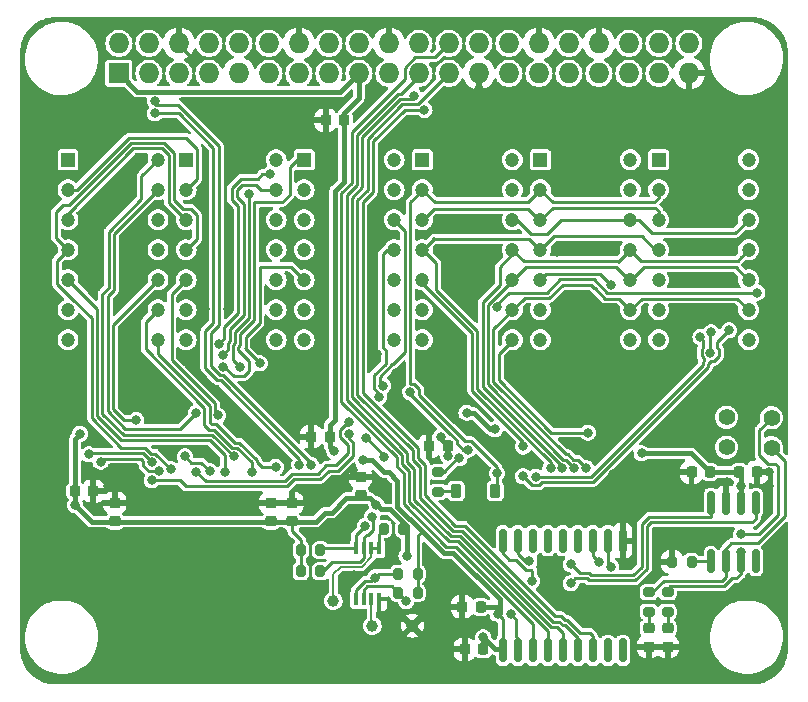
<source format=gbl>
%TF.GenerationSoftware,KiCad,Pcbnew,7.0.5*%
%TF.CreationDate,2023-08-04T21:05:34+03:00*%
%TF.ProjectId,ltp_kikad,6c74705f-6b69-46b6-9164-2e6b69636164,rev?*%
%TF.SameCoordinates,Original*%
%TF.FileFunction,Copper,L2,Bot*%
%TF.FilePolarity,Positive*%
%FSLAX46Y46*%
G04 Gerber Fmt 4.6, Leading zero omitted, Abs format (unit mm)*
G04 Created by KiCad (PCBNEW 7.0.5) date 2023-08-04 21:05:34*
%MOMM*%
%LPD*%
G01*
G04 APERTURE LIST*
G04 Aperture macros list*
%AMRoundRect*
0 Rectangle with rounded corners*
0 $1 Rounding radius*
0 $2 $3 $4 $5 $6 $7 $8 $9 X,Y pos of 4 corners*
0 Add a 4 corners polygon primitive as box body*
4,1,4,$2,$3,$4,$5,$6,$7,$8,$9,$2,$3,0*
0 Add four circle primitives for the rounded corners*
1,1,$1+$1,$2,$3*
1,1,$1+$1,$4,$5*
1,1,$1+$1,$6,$7*
1,1,$1+$1,$8,$9*
0 Add four rect primitives between the rounded corners*
20,1,$1+$1,$2,$3,$4,$5,0*
20,1,$1+$1,$4,$5,$6,$7,0*
20,1,$1+$1,$6,$7,$8,$9,0*
20,1,$1+$1,$8,$9,$2,$3,0*%
G04 Aperture macros list end*
%TA.AperFunction,ComponentPad*%
%ADD10R,1.200000X1.200000*%
%TD*%
%TA.AperFunction,ComponentPad*%
%ADD11C,1.200000*%
%TD*%
%TA.AperFunction,ComponentPad*%
%ADD12C,1.400000*%
%TD*%
%TA.AperFunction,ComponentPad*%
%ADD13R,1.727200X1.727200*%
%TD*%
%TA.AperFunction,ComponentPad*%
%ADD14O,1.727200X1.727200*%
%TD*%
%TA.AperFunction,SMDPad,CuDef*%
%ADD15RoundRect,0.225000X-0.225000X-0.375000X0.225000X-0.375000X0.225000X0.375000X-0.225000X0.375000X0*%
%TD*%
%TA.AperFunction,SMDPad,CuDef*%
%ADD16RoundRect,0.150000X-0.150000X0.825000X-0.150000X-0.825000X0.150000X-0.825000X0.150000X0.825000X0*%
%TD*%
%TA.AperFunction,SMDPad,CuDef*%
%ADD17RoundRect,0.225000X0.250000X-0.225000X0.250000X0.225000X-0.250000X0.225000X-0.250000X-0.225000X0*%
%TD*%
%TA.AperFunction,SMDPad,CuDef*%
%ADD18RoundRect,0.225000X0.225000X0.250000X-0.225000X0.250000X-0.225000X-0.250000X0.225000X-0.250000X0*%
%TD*%
%TA.AperFunction,SMDPad,CuDef*%
%ADD19RoundRect,0.225000X-0.225000X-0.250000X0.225000X-0.250000X0.225000X0.250000X-0.225000X0.250000X0*%
%TD*%
%TA.AperFunction,SMDPad,CuDef*%
%ADD20RoundRect,0.200000X-0.200000X-0.275000X0.200000X-0.275000X0.200000X0.275000X-0.200000X0.275000X0*%
%TD*%
%TA.AperFunction,SMDPad,CuDef*%
%ADD21C,1.000000*%
%TD*%
%TA.AperFunction,SMDPad,CuDef*%
%ADD22RoundRect,0.200000X0.200000X0.275000X-0.200000X0.275000X-0.200000X-0.275000X0.200000X-0.275000X0*%
%TD*%
%TA.AperFunction,SMDPad,CuDef*%
%ADD23R,0.400000X1.100000*%
%TD*%
%TA.AperFunction,SMDPad,CuDef*%
%ADD24RoundRect,0.150000X-0.150000X0.875000X-0.150000X-0.875000X0.150000X-0.875000X0.150000X0.875000X0*%
%TD*%
%TA.AperFunction,SMDPad,CuDef*%
%ADD25RoundRect,0.225000X-0.250000X0.225000X-0.250000X-0.225000X0.250000X-0.225000X0.250000X0.225000X0*%
%TD*%
%TA.AperFunction,SMDPad,CuDef*%
%ADD26RoundRect,0.200000X0.275000X-0.200000X0.275000X0.200000X-0.275000X0.200000X-0.275000X-0.200000X0*%
%TD*%
%TA.AperFunction,ViaPad*%
%ADD27C,0.800000*%
%TD*%
%TA.AperFunction,Conductor*%
%ADD28C,0.250000*%
%TD*%
%TA.AperFunction,Conductor*%
%ADD29C,0.400000*%
%TD*%
%TA.AperFunction,Conductor*%
%ADD30C,0.150000*%
%TD*%
G04 APERTURE END LIST*
D10*
%TO.P,DS6,1,ANODE_COLUMN_2*%
%TO.N,2_an3*%
X173017000Y-65150000D03*
D11*
%TO.P,DS6,2,CATHODE_ROW_1*%
%TO.N,2_ca0*%
X173017000Y-67690000D03*
%TO.P,DS6,3,CATHODE_ROW_3*%
%TO.N,2_ca2*%
X173017000Y-70230000D03*
%TO.P,DS6,4,CATHODE_ROW_4*%
%TO.N,2_ca3*%
X173017000Y-72770000D03*
%TO.P,DS6,5,ANODE_COLUMN_1*%
%TO.N,2_an4*%
X173017000Y-75310000D03*
%TO.P,DS6,6,NO_PIN*%
%TO.N,unconnected-(DS6-NO_PIN-Pad6)*%
X173017000Y-77850000D03*
%TO.P,DS6,7,ANODE_DECIMAL_POINT*%
%TO.N,unconnected-(DS6-ANODE_DECIMAL_POINT-Pad7)*%
X173017000Y-80390000D03*
%TO.P,DS6,8,ANODE_COLUMN_3*%
%TO.N,2_an2*%
X180637000Y-80390000D03*
%TO.P,DS6,9,CATHODE_ROW_7*%
%TO.N,2_ca6*%
X180637000Y-77850000D03*
%TO.P,DS6,10,CATHODE_ROW_6*%
%TO.N,2_ca5*%
X180637000Y-75310000D03*
%TO.P,DS6,11,CATHODE__ROW_5*%
%TO.N,2_ca4*%
X180637000Y-72770000D03*
%TO.P,DS6,12,CAATHODE_ROW_2*%
%TO.N,2_ca1*%
X180637000Y-70230000D03*
%TO.P,DS6,13,ANODE_COLUMN_5*%
%TO.N,2_an0*%
X180637000Y-67690000D03*
%TO.P,DS6,14,ANODE_COLUMN_4*%
%TO.N,2_an1*%
X180637000Y-65150000D03*
%TD*%
D10*
%TO.P,DS3,1,ANODE_COLUMN_2*%
%TO.N,an3*%
X143017000Y-65149600D03*
D11*
%TO.P,DS3,2,CATHODE_ROW_1*%
%TO.N,ca0*%
X143017000Y-67689600D03*
%TO.P,DS3,3,CATHODE_ROW_3*%
%TO.N,ca2*%
X143017000Y-70229600D03*
%TO.P,DS3,4,CATHODE_ROW_4*%
%TO.N,ca3*%
X143017000Y-72769600D03*
%TO.P,DS3,5,ANODE_COLUMN_1*%
%TO.N,an4*%
X143017000Y-75309600D03*
%TO.P,DS3,6,NO_PIN*%
%TO.N,unconnected-(DS3-NO_PIN-Pad6)*%
X143017000Y-77849600D03*
%TO.P,DS3,7,ANODE_DECIMAL_POINT*%
%TO.N,unconnected-(DS3-ANODE_DECIMAL_POINT-Pad7)*%
X143017000Y-80389600D03*
%TO.P,DS3,8,ANODE_COLUMN_3*%
%TO.N,an2*%
X150637000Y-80389600D03*
%TO.P,DS3,9,CATHODE_ROW_7*%
%TO.N,ca6*%
X150637000Y-77849600D03*
%TO.P,DS3,10,CATHODE_ROW_6*%
%TO.N,ca5*%
X150637000Y-75309600D03*
%TO.P,DS3,11,CATHODE__ROW_5*%
%TO.N,ca4*%
X150637000Y-72769600D03*
%TO.P,DS3,12,CAATHODE_ROW_2*%
%TO.N,ca1*%
X150637000Y-70229600D03*
%TO.P,DS3,13,ANODE_COLUMN_5*%
%TO.N,an0*%
X150637000Y-67689600D03*
%TO.P,DS3,14,ANODE_COLUMN_4*%
%TO.N,an1*%
X150637000Y-65149600D03*
%TD*%
D12*
%TO.P,JP1,1,A*%
%TO.N,Net-(JP1-A)*%
X178787000Y-86950000D03*
%TO.P,JP1,2,B*%
%TO.N,Net-(CAN1-A)*%
X178787000Y-89490000D03*
%TD*%
D10*
%TO.P,DS5,1,ANODE_COLUMN_2*%
%TO.N,2_an8*%
X163017000Y-65150000D03*
D11*
%TO.P,DS5,2,CATHODE_ROW_1*%
%TO.N,2_ca0*%
X163017000Y-67690000D03*
%TO.P,DS5,3,CATHODE_ROW_3*%
%TO.N,2_ca2*%
X163017000Y-70230000D03*
%TO.P,DS5,4,CATHODE_ROW_4*%
%TO.N,2_ca3*%
X163017000Y-72770000D03*
%TO.P,DS5,5,ANODE_COLUMN_1*%
%TO.N,2_an9*%
X163017000Y-75310000D03*
%TO.P,DS5,6,NO_PIN*%
%TO.N,unconnected-(DS5-NO_PIN-Pad6)*%
X163017000Y-77850000D03*
%TO.P,DS5,7,ANODE_DECIMAL_POINT*%
%TO.N,unconnected-(DS5-ANODE_DECIMAL_POINT-Pad7)*%
X163017000Y-80390000D03*
%TO.P,DS5,8,ANODE_COLUMN_3*%
%TO.N,2_an7*%
X170637000Y-80390000D03*
%TO.P,DS5,9,CATHODE_ROW_7*%
%TO.N,2_ca6*%
X170637000Y-77850000D03*
%TO.P,DS5,10,CATHODE_ROW_6*%
%TO.N,2_ca5*%
X170637000Y-75310000D03*
%TO.P,DS5,11,CATHODE__ROW_5*%
%TO.N,2_ca4*%
X170637000Y-72770000D03*
%TO.P,DS5,12,CAATHODE_ROW_2*%
%TO.N,2_ca1*%
X170637000Y-70230000D03*
%TO.P,DS5,13,ANODE_COLUMN_5*%
%TO.N,2_an5*%
X170637000Y-67690000D03*
%TO.P,DS5,14,ANODE_COLUMN_4*%
%TO.N,2_an6*%
X170637000Y-65150000D03*
%TD*%
D10*
%TO.P,DS2,1,ANODE_COLUMN_2*%
%TO.N,an8*%
X133017000Y-65150000D03*
D11*
%TO.P,DS2,2,CATHODE_ROW_1*%
%TO.N,ca0*%
X133017000Y-67690000D03*
%TO.P,DS2,3,CATHODE_ROW_3*%
%TO.N,ca2*%
X133017000Y-70230000D03*
%TO.P,DS2,4,CATHODE_ROW_4*%
%TO.N,ca3*%
X133017000Y-72770000D03*
%TO.P,DS2,5,ANODE_COLUMN_1*%
%TO.N,an9*%
X133017000Y-75310000D03*
%TO.P,DS2,6,NO_PIN*%
%TO.N,unconnected-(DS2-NO_PIN-Pad6)*%
X133017000Y-77850000D03*
%TO.P,DS2,7,ANODE_DECIMAL_POINT*%
%TO.N,unconnected-(DS2-ANODE_DECIMAL_POINT-Pad7)*%
X133017000Y-80390000D03*
%TO.P,DS2,8,ANODE_COLUMN_3*%
%TO.N,an7*%
X140637000Y-80390000D03*
%TO.P,DS2,9,CATHODE_ROW_7*%
%TO.N,ca6*%
X140637000Y-77850000D03*
%TO.P,DS2,10,CATHODE_ROW_6*%
%TO.N,ca5*%
X140637000Y-75310000D03*
%TO.P,DS2,11,CATHODE__ROW_5*%
%TO.N,ca4*%
X140637000Y-72770000D03*
%TO.P,DS2,12,CAATHODE_ROW_2*%
%TO.N,ca1*%
X140637000Y-70230000D03*
%TO.P,DS2,13,ANODE_COLUMN_5*%
%TO.N,an6*%
X140637000Y-67690000D03*
%TO.P,DS2,14,ANODE_COLUMN_4*%
%TO.N,an5*%
X140637000Y-65150000D03*
%TD*%
D10*
%TO.P,DS1,1,ANODE_COLUMN_2*%
%TO.N,an13*%
X123017000Y-65150000D03*
D11*
%TO.P,DS1,2,CATHODE_ROW_1*%
%TO.N,ca0*%
X123017000Y-67690000D03*
%TO.P,DS1,3,CATHODE_ROW_3*%
%TO.N,ca2*%
X123017000Y-70230000D03*
%TO.P,DS1,4,CATHODE_ROW_4*%
%TO.N,ca3*%
X123017000Y-72770000D03*
%TO.P,DS1,5,ANODE_COLUMN_1*%
%TO.N,an14*%
X123017000Y-75310000D03*
%TO.P,DS1,6,NO_PIN*%
%TO.N,unconnected-(DS1-NO_PIN-Pad6)*%
X123017000Y-77850000D03*
%TO.P,DS1,7,ANODE_DECIMAL_POINT*%
%TO.N,unconnected-(DS1-ANODE_DECIMAL_POINT-Pad7)*%
X123017000Y-80390000D03*
%TO.P,DS1,8,ANODE_COLUMN_3*%
%TO.N,an12*%
X130637000Y-80390000D03*
%TO.P,DS1,9,CATHODE_ROW_7*%
%TO.N,ca6*%
X130637000Y-77850000D03*
%TO.P,DS1,10,CATHODE_ROW_6*%
%TO.N,ca5*%
X130637000Y-75310000D03*
%TO.P,DS1,11,CATHODE__ROW_5*%
%TO.N,ca4*%
X130637000Y-72770000D03*
%TO.P,DS1,12,CAATHODE_ROW_2*%
%TO.N,ca1*%
X130637000Y-70230000D03*
%TO.P,DS1,13,ANODE_COLUMN_5*%
%TO.N,an10*%
X130637000Y-67690000D03*
%TO.P,DS1,14,ANODE_COLUMN_4*%
%TO.N,an11*%
X130637000Y-65150000D03*
%TD*%
D13*
%TO.P,J2,1,3.3V*%
%TO.N,+3.3V*%
X127330000Y-57840000D03*
D14*
%TO.P,J2,2,5V*%
%TO.N,+5V*%
X127330000Y-55300000D03*
%TO.P,J2,3,BCM2_SDA*%
%TO.N,3.3_SDA*%
X129870000Y-57840000D03*
%TO.P,J2,4,5V*%
%TO.N,+5V*%
X129870000Y-55300000D03*
%TO.P,J2,5,BCM3_SCL*%
%TO.N,3.3_SCL*%
X132410000Y-57840000D03*
%TO.P,J2,6,GND*%
%TO.N,GND*%
X132410000Y-55300000D03*
%TO.P,J2,7,BCM4_GPCLK0*%
%TO.N,unconnected-(J2-BCM4_GPCLK0-Pad7)*%
X134950000Y-57840000D03*
%TO.P,J2,8,BCM14_TXD*%
%TO.N,unconnected-(J2-BCM14_TXD-Pad8)*%
X134950000Y-55300000D03*
%TO.P,J2,9,GND*%
%TO.N,GND*%
X137490000Y-57840000D03*
%TO.P,J2,10,BCM15_RXD*%
%TO.N,unconnected-(J2-BCM15_RXD-Pad10)*%
X137490000Y-55300000D03*
%TO.P,J2,11,BCM17*%
%TO.N,unconnected-(J2-BCM17-Pad11)*%
X140030000Y-57840000D03*
%TO.P,J2,12,BCM18_PCM_C*%
%TO.N,unconnected-(J2-BCM18_PCM_C-Pad12)*%
X140030000Y-55300000D03*
%TO.P,J2,13,BCM27*%
%TO.N,unconnected-(J2-BCM27-Pad13)*%
X142570000Y-57840000D03*
%TO.P,J2,14,GND*%
%TO.N,GND*%
X142570000Y-55300000D03*
%TO.P,J2,15,BCM22*%
%TO.N,unconnected-(J2-BCM22-Pad15)*%
X145110000Y-57840000D03*
%TO.P,J2,16,BCM23*%
%TO.N,unconnected-(J2-BCM23-Pad16)*%
X145110000Y-55300000D03*
%TO.P,J2,17,3.3V*%
%TO.N,+3.3V*%
X147650000Y-57840000D03*
%TO.P,J2,18,BCM24*%
%TO.N,unconnected-(J2-BCM24-Pad18)*%
X147650000Y-55300000D03*
%TO.P,J2,19,BCM10_MOSI*%
%TO.N,MOSI*%
X150190000Y-57840000D03*
%TO.P,J2,20,GND*%
%TO.N,GND*%
X150190000Y-55300000D03*
%TO.P,J2,21,BCM9_MISO*%
%TO.N,MISO*%
X152730000Y-57840000D03*
%TO.P,J2,22,BCM25*%
%TO.N,INIT*%
X152730000Y-55300000D03*
%TO.P,J2,23,BCM11_SCLK*%
%TO.N,SCLK*%
X155270000Y-57840000D03*
%TO.P,J2,24,BCM8_CE0*%
%TO.N,CE0*%
X155270000Y-55300000D03*
%TO.P,J2,25,GND*%
%TO.N,GND*%
X157810000Y-57840000D03*
%TO.P,J2,26,BCM7_CE1*%
%TO.N,unconnected-(J2-BCM7_CE1-Pad26)*%
X157810000Y-55300000D03*
%TO.P,J2,27,BCM0_ID_SD*%
%TO.N,unconnected-(J2-BCM0_ID_SD-Pad27)*%
X160350000Y-57840000D03*
%TO.P,J2,28,BCM1_ID_SC*%
%TO.N,unconnected-(J2-BCM1_ID_SC-Pad28)*%
X160350000Y-55300000D03*
%TO.P,J2,29,BCM5*%
%TO.N,unconnected-(J2-BCM5-Pad29)*%
X162890000Y-57840000D03*
%TO.P,J2,30,GND*%
%TO.N,GND*%
X162890000Y-55300000D03*
%TO.P,J2,31,BCM6*%
%TO.N,unconnected-(J2-BCM6-Pad31)*%
X165430000Y-57840000D03*
%TO.P,J2,32,BCM12_PWM0*%
%TO.N,unconnected-(J2-BCM12_PWM0-Pad32)*%
X165430000Y-55300000D03*
%TO.P,J2,33,BCM13_PWM1*%
%TO.N,unconnected-(J2-BCM13_PWM1-Pad33)*%
X167970000Y-57840000D03*
%TO.P,J2,34,GND*%
%TO.N,GND*%
X167970000Y-55300000D03*
%TO.P,J2,35,BCM19_MISO_PCM_FS*%
%TO.N,unconnected-(J2-BCM19_MISO_PCM_FS-Pad35)*%
X170510000Y-57840000D03*
%TO.P,J2,36,BCM16*%
%TO.N,unconnected-(J2-BCM16-Pad36)*%
X170510000Y-55300000D03*
%TO.P,J2,37,BCM26*%
%TO.N,unconnected-(J2-BCM26-Pad37)*%
X173050000Y-57840000D03*
%TO.P,J2,38,BCM20_MOSI_PCM_DI*%
%TO.N,unconnected-(J2-BCM20_MOSI_PCM_DI-Pad38)*%
X173050000Y-55300000D03*
%TO.P,J2,39,GND*%
%TO.N,GND*%
X175590000Y-57840000D03*
%TO.P,J2,40,BCM21_SCLK_PCM_DO*%
%TO.N,unconnected-(J2-BCM21_SCLK_PCM_DO-Pad40)*%
X175590000Y-55300000D03*
%TD*%
D12*
%TO.P,CAN1,1,A*%
%TO.N,Net-(CAN1-A)*%
X182587000Y-89540000D03*
%TO.P,CAN1,2,B*%
%TO.N,Net-(CAN1-B)*%
X182587000Y-87000000D03*
%TD*%
D10*
%TO.P,DS4,1,ANODE_COLUMN_2*%
%TO.N,2_an13*%
X153017000Y-65149600D03*
D11*
%TO.P,DS4,2,CATHODE_ROW_1*%
%TO.N,2_ca0*%
X153017000Y-67689600D03*
%TO.P,DS4,3,CATHODE_ROW_3*%
%TO.N,2_ca2*%
X153017000Y-70229600D03*
%TO.P,DS4,4,CATHODE_ROW_4*%
%TO.N,2_ca3*%
X153017000Y-72769600D03*
%TO.P,DS4,5,ANODE_COLUMN_1*%
%TO.N,2_an14*%
X153017000Y-75309600D03*
%TO.P,DS4,6,NO_PIN*%
%TO.N,unconnected-(DS4-NO_PIN-Pad6)*%
X153017000Y-77849600D03*
%TO.P,DS4,7,ANODE_DECIMAL_POINT*%
%TO.N,unconnected-(DS4-ANODE_DECIMAL_POINT-Pad7)*%
X153017000Y-80389600D03*
%TO.P,DS4,8,ANODE_COLUMN_3*%
%TO.N,2_an12*%
X160637000Y-80389600D03*
%TO.P,DS4,9,CATHODE_ROW_7*%
%TO.N,2_ca6*%
X160637000Y-77849600D03*
%TO.P,DS4,10,CATHODE_ROW_6*%
%TO.N,2_ca5*%
X160637000Y-75309600D03*
%TO.P,DS4,11,CATHODE__ROW_5*%
%TO.N,2_ca4*%
X160637000Y-72769600D03*
%TO.P,DS4,12,CAATHODE_ROW_2*%
%TO.N,2_ca1*%
X160637000Y-70229600D03*
%TO.P,DS4,13,ANODE_COLUMN_5*%
%TO.N,2_an10*%
X160637000Y-67689600D03*
%TO.P,DS4,14,ANODE_COLUMN_4*%
%TO.N,2_an11*%
X160637000Y-65149600D03*
%TD*%
D15*
%TO.P,D1,1,K*%
%TO.N,Net-(D1-K)*%
X155887000Y-93200000D03*
%TO.P,D1,2,A*%
%TO.N,2_ca0*%
X159187000Y-93200000D03*
%TD*%
D16*
%TO.P,U2,1,TXD*%
%TO.N,Net-(U2-TXD)*%
X177447000Y-94200000D03*
%TO.P,U2,2,VSS*%
%TO.N,GND*%
X178717000Y-94200000D03*
%TO.P,U2,3,VDD*%
%TO.N,+5V*%
X179987000Y-94200000D03*
%TO.P,U2,4,RXD*%
%TO.N,Net-(U2-RXD)*%
X181257000Y-94200000D03*
%TO.P,U2,5,Vref*%
%TO.N,unconnected-(U2-Vref-Pad5)*%
X181257000Y-99150000D03*
%TO.P,U2,6,CANL*%
%TO.N,Net-(CAN1-B)*%
X179987000Y-99150000D03*
%TO.P,U2,7,CANH*%
%TO.N,Net-(CAN1-A)*%
X178717000Y-99150000D03*
%TO.P,U2,8,Rs*%
%TO.N,Net-(U2-Rs)*%
X177447000Y-99150000D03*
%TD*%
D17*
%TO.P,C25,1*%
%TO.N,GND*%
X173787000Y-106375000D03*
%TO.P,C25,2*%
%TO.N,Net-(C25-Pad2)*%
X173787000Y-104825000D03*
%TD*%
%TO.P,C15,1*%
%TO.N,+5V*%
X147787000Y-93575000D03*
%TO.P,C15,2*%
%TO.N,GND*%
X147787000Y-92025000D03*
%TD*%
D18*
%TO.P,C14,1*%
%TO.N,+5V*%
X155162000Y-89400000D03*
%TO.P,C14,2*%
%TO.N,GND*%
X153612000Y-89400000D03*
%TD*%
D19*
%TO.P,C28,1*%
%TO.N,GND*%
X144837000Y-61800000D03*
%TO.P,C28,2*%
%TO.N,+3.3V*%
X146387000Y-61800000D03*
%TD*%
D20*
%TO.P,R6,1*%
%TO.N,GND*%
X174162000Y-99200000D03*
%TO.P,R6,2*%
%TO.N,Net-(U2-Rs)*%
X175812000Y-99200000D03*
%TD*%
D18*
%TO.P,C27,1*%
%TO.N,+5V*%
X177362000Y-91600000D03*
%TO.P,C27,2*%
%TO.N,GND*%
X175812000Y-91600000D03*
%TD*%
D21*
%TO.P,Vfref2,1,1*%
%TO.N,Net-(U3-EN)*%
X145487000Y-102500000D03*
%TD*%
%TO.P,+3.3V2,1,1*%
%TO.N,+3V3*%
X148787000Y-104600000D03*
%TD*%
D20*
%TO.P,R17,1*%
%TO.N,3.3_SDA*%
X150962000Y-100200000D03*
%TO.P,R17,2*%
%TO.N,+3.3V*%
X152612000Y-100200000D03*
%TD*%
D19*
%TO.P,C29,1*%
%TO.N,GND*%
X143612000Y-88600000D03*
%TO.P,C29,2*%
%TO.N,+3.3V*%
X145162000Y-88600000D03*
%TD*%
D17*
%TO.P,C16,1*%
%TO.N,+5V*%
X141987000Y-95775000D03*
%TO.P,C16,2*%
%TO.N,GND*%
X141987000Y-94225000D03*
%TD*%
D22*
%TO.P,R20,1*%
%TO.N,SDA*%
X144387000Y-98200000D03*
%TO.P,R20,2*%
%TO.N,+5V*%
X142737000Y-98200000D03*
%TD*%
D19*
%TO.P,C30,1*%
%TO.N,GND*%
X156412000Y-103000000D03*
%TO.P,C30,2*%
%TO.N,+3.3V*%
X157962000Y-103000000D03*
%TD*%
D22*
%TO.P,R18,1*%
%TO.N,+5V*%
X151412000Y-96400000D03*
%TO.P,R18,2*%
%TO.N,Net-(U3-EN)*%
X149762000Y-96400000D03*
%TD*%
D23*
%TO.P,U3,1,GND*%
%TO.N,GND*%
X149362000Y-102350000D03*
%TO.P,U3,2,VREF1*%
%TO.N,+3V3*%
X148712000Y-102350000D03*
%TO.P,U3,3,SCL1*%
%TO.N,3.3_SCL*%
X148062000Y-102350000D03*
%TO.P,U3,4,SDA1*%
%TO.N,3.3_SDA*%
X147412000Y-102350000D03*
%TO.P,U3,5,SDA2*%
%TO.N,SDA*%
X147412000Y-98050000D03*
%TO.P,U3,6,SCL2*%
%TO.N,SCL*%
X148062000Y-98050000D03*
%TO.P,U3,7,VREF2*%
%TO.N,Net-(U3-EN)*%
X148712000Y-98050000D03*
%TO.P,U3,8,EN*%
X149362000Y-98050000D03*
%TD*%
D18*
%TO.P,C3,1*%
%TO.N,GND*%
X125162000Y-93200000D03*
%TO.P,C3,2*%
%TO.N,+5V*%
X123612000Y-93200000D03*
%TD*%
%TO.P,C21,1*%
%TO.N,GND*%
X181387000Y-91600000D03*
%TO.P,C21,2*%
%TO.N,+5V*%
X179837000Y-91600000D03*
%TD*%
D24*
%TO.P,U1,1,TXCAN*%
%TO.N,Net-(U1-TXCAN)*%
X159837000Y-97400000D03*
%TO.P,U1,2,RXCAN*%
%TO.N,Net-(U1-RXCAN)*%
X161107000Y-97400000D03*
%TO.P,U1,3,CLKOUT/SOF*%
%TO.N,unconnected-(U1-CLKOUT{slash}SOF-Pad3)*%
X162377000Y-97400000D03*
%TO.P,U1,4,~{TX0RTS}*%
%TO.N,unconnected-(U1-~{TX0RTS}-Pad4)*%
X163647000Y-97400000D03*
%TO.P,U1,5,~{TX1RTS}*%
%TO.N,unconnected-(U1-~{TX1RTS}-Pad5)*%
X164917000Y-97400000D03*
%TO.P,U1,6,~{TX2RTS}*%
%TO.N,unconnected-(U1-~{TX2RTS}-Pad6)*%
X166187000Y-97400000D03*
%TO.P,U1,7,OSC2*%
%TO.N,Net-(U1-OSC2)*%
X167457000Y-97400000D03*
%TO.P,U1,8,OSC1*%
%TO.N,Net-(U1-OSC1)*%
X168727000Y-97400000D03*
%TO.P,U1,9,VSS*%
%TO.N,GND*%
X169997000Y-97400000D03*
%TO.P,U1,10,~{RX1BF}*%
%TO.N,unconnected-(U1-~{RX1BF}-Pad10)*%
X169997000Y-106700000D03*
%TO.P,U1,11,~{RX0BF}*%
%TO.N,unconnected-(U1-~{RX0BF}-Pad11)*%
X168727000Y-106700000D03*
%TO.P,U1,12,~{INT}*%
%TO.N,INIT*%
X167457000Y-106700000D03*
%TO.P,U1,13,SCK*%
%TO.N,SCLK*%
X166187000Y-106700000D03*
%TO.P,U1,14,SI*%
%TO.N,MOSI*%
X164917000Y-106700000D03*
%TO.P,U1,15,SO*%
%TO.N,MISO*%
X163647000Y-106700000D03*
%TO.P,U1,16,~{CS}*%
%TO.N,CE0*%
X162377000Y-106700000D03*
%TO.P,U1,17,~{RESET}*%
%TO.N,Net-(U1-~{RESET})*%
X161107000Y-106700000D03*
%TO.P,U1,18,VDD*%
%TO.N,+3.3V*%
X159837000Y-106700000D03*
%TD*%
D21*
%TO.P,GND1,1,1*%
%TO.N,GND*%
X152187000Y-104600000D03*
%TD*%
D20*
%TO.P,R16,1*%
%TO.N,3.3_SCL*%
X150962000Y-101800000D03*
%TO.P,R16,2*%
%TO.N,+3.3V*%
X152612000Y-101800000D03*
%TD*%
D17*
%TO.P,C26,1*%
%TO.N,GND*%
X172187000Y-106375000D03*
%TO.P,C26,2*%
%TO.N,Net-(C26-Pad2)*%
X172187000Y-104825000D03*
%TD*%
D19*
%TO.P,C20,1*%
%TO.N,GND*%
X156612000Y-106600000D03*
%TO.P,C20,2*%
%TO.N,+3.3V*%
X158162000Y-106600000D03*
%TD*%
D17*
%TO.P,C18,1*%
%TO.N,+5V*%
X140187000Y-95775000D03*
%TO.P,C18,2*%
%TO.N,GND*%
X140187000Y-94225000D03*
%TD*%
D25*
%TO.P,C4,1*%
%TO.N,GND*%
X126987000Y-94200000D03*
%TO.P,C4,2*%
%TO.N,+5V*%
X126987000Y-95750000D03*
%TD*%
D26*
%TO.P,R8,1*%
%TO.N,Net-(C26-Pad2)*%
X172187000Y-103425000D03*
%TO.P,R8,2*%
%TO.N,Net-(CAN1-A)*%
X172187000Y-101775000D03*
%TD*%
%TO.P,R2,1*%
%TO.N,Net-(D1-K)*%
X154387000Y-93250000D03*
%TO.P,R2,2*%
%TO.N,2_an2*%
X154387000Y-91600000D03*
%TD*%
D22*
%TO.P,R19,1*%
%TO.N,SCL*%
X144387000Y-100000000D03*
%TO.P,R19,2*%
%TO.N,+5V*%
X142737000Y-100000000D03*
%TD*%
D26*
%TO.P,R7,1*%
%TO.N,Net-(C25-Pad2)*%
X173787000Y-103425000D03*
%TO.P,R7,2*%
%TO.N,Net-(CAN1-B)*%
X173787000Y-101775000D03*
%TD*%
D27*
%TO.N,2_an13*%
X152005604Y-84831202D03*
X156880700Y-89706300D03*
%TO.N,2_ca0*%
X159338900Y-91694000D03*
%TO.N,2_ca2*%
X162614400Y-91988419D03*
X176561500Y-80156739D03*
%TO.N,2_ca3*%
X163879894Y-91261100D03*
%TO.N,2_an14*%
X161556503Y-89430497D03*
%TO.N,2_an12*%
X167049312Y-88255497D03*
%TO.N,2_ca6*%
X166878403Y-91261100D03*
%TO.N,2_ca5*%
X165878900Y-91261100D03*
%TO.N,2_ca4*%
X164879397Y-91261100D03*
%TO.N,2_ca1*%
X178987000Y-79600000D03*
X161544000Y-91948000D03*
%TO.N,2_an11*%
X177402000Y-81500923D03*
X177485483Y-79775607D03*
%TO.N,2_an9*%
X168987000Y-75727100D03*
%TO.N,2_an2*%
X156156802Y-90442345D03*
%TO.N,2_an0*%
X159381049Y-77644049D03*
X181387000Y-76400000D03*
%TO.N,+5V*%
X156765602Y-86578602D03*
X159167997Y-87980997D03*
X171587000Y-90000000D03*
X154583857Y-88603143D03*
X155187000Y-90200500D03*
X124026653Y-88360347D03*
X151687000Y-98700000D03*
X149130150Y-94343149D03*
X123626653Y-94400000D03*
X179987000Y-92800000D03*
%TO.N,GND*%
X147187000Y-91400000D03*
X131787000Y-89800000D03*
X175587000Y-53600000D03*
X178187000Y-62400000D03*
X132387000Y-53500000D03*
X129405900Y-62200000D03*
X152987000Y-83600000D03*
X168487000Y-72800000D03*
X181987000Y-79050000D03*
X128187000Y-91300000D03*
X175587000Y-60400000D03*
X119587000Y-100200000D03*
X173987000Y-88000000D03*
X128587000Y-99200000D03*
X127987000Y-67650000D03*
X170225563Y-87961437D03*
X157187000Y-93600000D03*
X138187000Y-97600000D03*
X144437000Y-79100000D03*
X154787000Y-101000000D03*
X149187000Y-81600000D03*
X150487000Y-97750000D03*
X132287000Y-102400000D03*
X135587000Y-97600000D03*
X136587000Y-77800000D03*
X140787000Y-109000000D03*
X155787000Y-83200000D03*
X163787000Y-100200000D03*
X149387000Y-71600000D03*
X160387000Y-91400000D03*
X178187000Y-60700000D03*
X182037000Y-81600000D03*
X169387000Y-104800000D03*
X119587000Y-89400000D03*
X164387000Y-73000000D03*
X176577143Y-88310061D03*
X134587000Y-77800000D03*
X182387000Y-91600000D03*
X145187000Y-96800000D03*
X154987000Y-79800000D03*
X135487000Y-62400000D03*
X151787000Y-64400000D03*
X155387000Y-75100000D03*
X156887000Y-62400000D03*
X134487000Y-72500000D03*
X126987000Y-109000000D03*
X127787000Y-86200000D03*
X147387000Y-104400000D03*
X155387000Y-64800000D03*
X166187000Y-102600000D03*
X128237000Y-80250000D03*
X119387000Y-71200000D03*
X144487000Y-68450000D03*
X138987000Y-80600000D03*
X167987000Y-53600000D03*
X177787000Y-78500000D03*
X171987000Y-62400000D03*
X182987000Y-100000000D03*
X165987000Y-86800000D03*
X162987000Y-53600000D03*
X158187000Y-88600000D03*
X141987000Y-62400000D03*
X169387000Y-108800000D03*
X178787000Y-92400000D03*
X133587000Y-56600000D03*
X147237000Y-100274500D03*
X155587000Y-85600000D03*
X119587000Y-94400000D03*
X173987000Y-91600000D03*
X174537000Y-75350000D03*
X138987000Y-62400000D03*
X156387000Y-95000000D03*
X128237000Y-71850000D03*
X125537000Y-69250000D03*
X182387000Y-92800000D03*
X145487000Y-108800000D03*
X178987000Y-75400000D03*
X159261500Y-73121047D03*
X176987000Y-97400000D03*
X168587000Y-82400000D03*
X148737000Y-76250000D03*
X150787000Y-83200000D03*
X183287000Y-71500000D03*
X122187000Y-92600000D03*
X157787000Y-59200000D03*
X164987000Y-78800000D03*
X155437000Y-67200000D03*
X119587000Y-83000000D03*
X169187000Y-91800000D03*
X176587000Y-109000000D03*
X128187000Y-76500000D03*
X150737000Y-86000000D03*
X134487000Y-75750000D03*
X137587000Y-60600000D03*
X156287000Y-108800000D03*
X174487000Y-72600000D03*
X142587000Y-53600000D03*
X144737000Y-75500000D03*
X150187000Y-53600000D03*
X126387000Y-92800000D03*
X155387000Y-70600000D03*
X166287000Y-67700000D03*
%TO.N,SCL*%
X149811024Y-90321414D03*
X148753150Y-95364925D03*
X148238305Y-88748695D03*
%TO.N,SDA*%
X148143769Y-96159557D03*
%TO.N,ca1*%
X130105037Y-92295356D03*
X146780534Y-88336576D03*
X149695139Y-84281905D03*
%TO.N,ca2*%
X125779008Y-90724500D03*
X130756553Y-91537378D03*
%TO.N,ca3*%
X131740990Y-91364493D03*
%TO.N,ca4*%
X149345712Y-85241288D03*
X133876150Y-91548850D03*
X146827802Y-87338192D03*
%TO.N,ca5*%
X132900748Y-90275500D03*
X135040699Y-91526899D03*
X128787000Y-87187100D03*
%TO.N,ca6*%
X138557000Y-91620500D03*
%TO.N,an13*%
X124787000Y-90101483D03*
X130125200Y-90762524D03*
%TO.N,an14*%
X136271000Y-91584366D03*
%TO.N,an12*%
X140617497Y-91169503D03*
%TO.N,an10*%
X133842220Y-86600000D03*
%TO.N,an11*%
X137033000Y-90270500D03*
%TO.N,an9*%
X135741220Y-86800000D03*
%TO.N,an6*%
X136158317Y-81664571D03*
%TO.N,an5*%
X138352307Y-68034000D03*
X137603400Y-82724500D03*
%TO.N,an4*%
X139262500Y-82400000D03*
%TO.N,an3*%
X136154299Y-82664066D03*
%TO.N,an1*%
X140157451Y-66370451D03*
X135812500Y-80726799D03*
%TO.N,+3.3V*%
X145583639Y-89825980D03*
X159387000Y-103600000D03*
X158187000Y-105600000D03*
X147987000Y-90600000D03*
%TO.N,Net-(U1-OSC2)*%
X167987000Y-99200000D03*
%TO.N,Net-(U1-OSC1)*%
X168987000Y-99600000D03*
%TO.N,Net-(U1-~{RESET})*%
X160545932Y-103641068D03*
%TO.N,Net-(U1-RXCAN)*%
X162081101Y-99105899D03*
%TO.N,Net-(U2-TXD)*%
X165587000Y-99400000D03*
%TO.N,Net-(U1-TXCAN)*%
X162326914Y-100827269D03*
%TO.N,Net-(U2-RXD)*%
X165587000Y-101000000D03*
%TO.N,MOSI*%
X152336201Y-59749201D03*
%TO.N,INIT*%
X153198699Y-60935900D03*
%TO.N,Net-(CAN1-B)*%
X179987000Y-98400000D03*
X179987000Y-96875500D03*
%TO.N,3.3_SDA*%
X130387000Y-60200000D03*
X148986472Y-100525500D03*
X143598724Y-91000146D03*
%TO.N,3.3_SCL*%
X151658030Y-102528970D03*
X130374701Y-61212299D03*
X142599299Y-90987701D03*
%TD*%
D28*
%TO.N,2_an13*%
X155308857Y-88302838D02*
X155317655Y-88302838D01*
X152005604Y-84999585D02*
X155308857Y-88302838D01*
X156493300Y-89706300D02*
X156880700Y-89706300D01*
X155937000Y-89150000D02*
X156493300Y-89706300D01*
X155317655Y-88302838D02*
X155937000Y-88922183D01*
X152005604Y-84831202D02*
X152005604Y-84999585D01*
X155937000Y-88922183D02*
X155937000Y-89150000D01*
%TO.N,2_ca0*%
X153071900Y-67688600D02*
X153071900Y-67701850D01*
X153071900Y-67701850D02*
X152012000Y-68761750D01*
X164077000Y-68750000D02*
X163017000Y-67690000D01*
X157181005Y-88981300D02*
X159338900Y-91139195D01*
X154077400Y-68750000D02*
X161957000Y-68750000D01*
X173016000Y-67691000D02*
X173016000Y-68371000D01*
X159338900Y-93048100D02*
X159187000Y-93200000D01*
X152730604Y-85088189D02*
X155495253Y-87852838D01*
X156387000Y-88735787D02*
X156387000Y-88744585D01*
X172637000Y-68750000D02*
X164077000Y-68750000D01*
X155495253Y-87852838D02*
X155504051Y-87852838D01*
X156387000Y-88744585D02*
X156623715Y-88981300D01*
X152730604Y-84530897D02*
X152730604Y-85088189D01*
X156623715Y-88981300D02*
X157181005Y-88981300D01*
X161957000Y-68750000D02*
X163017000Y-67690000D01*
X152012000Y-68761750D02*
X152012000Y-84106202D01*
X159338900Y-91139195D02*
X159338900Y-91694000D01*
X173016000Y-68371000D02*
X172637000Y-68750000D01*
X154077400Y-68750000D02*
X153017000Y-67689600D01*
X159338900Y-91694000D02*
X159338900Y-93048100D01*
X152305909Y-84106202D02*
X152730604Y-84530897D01*
X152012000Y-84106202D02*
X152305909Y-84106202D01*
X155504051Y-87852838D02*
X156387000Y-88735787D01*
%TO.N,2_ca2*%
X176677000Y-81200618D02*
X176677000Y-81801228D01*
X153071900Y-70228600D02*
X153996900Y-69303600D01*
X163017000Y-70230000D02*
X164047000Y-69200000D01*
X176787000Y-82263604D02*
X176787000Y-82492000D01*
X176837000Y-82213604D02*
X176787000Y-82263604D01*
X164047000Y-69200000D02*
X172737000Y-69200000D01*
X176677000Y-81801228D02*
X176837000Y-81961228D01*
X167292900Y-91986100D02*
X162616719Y-91986100D01*
X161990600Y-69303600D02*
X162917000Y-70230000D01*
X176787000Y-82492000D02*
X167292900Y-91986100D01*
X173017000Y-69480000D02*
X173017000Y-70230000D01*
X162616719Y-91986100D02*
X162614400Y-91988419D01*
X176787000Y-80382239D02*
X176787000Y-81090618D01*
X176837000Y-81961228D02*
X176837000Y-82213604D01*
X176787000Y-81090618D02*
X176677000Y-81200618D01*
X162917000Y-70230000D02*
X163017000Y-70230000D01*
X153996900Y-69303600D02*
X161990600Y-69303600D01*
X172737000Y-69200000D02*
X173017000Y-69480000D01*
X176561500Y-80156739D02*
X176787000Y-80382239D01*
%TO.N,2_ca3*%
X154187000Y-73883700D02*
X153071900Y-72768600D01*
X162090600Y-71843600D02*
X163017000Y-72770000D01*
X157688900Y-79665504D02*
X154187000Y-76163604D01*
X157688900Y-84538296D02*
X157688900Y-79665504D01*
X153996900Y-71843600D02*
X162090600Y-71843600D01*
X154187000Y-76163604D02*
X154187000Y-73883700D01*
X164183400Y-71603600D02*
X171590600Y-71603600D01*
X163879894Y-90729290D02*
X157688900Y-84538296D01*
X163879894Y-91261100D02*
X163879894Y-90729290D01*
X153071900Y-72768600D02*
X153996900Y-71843600D01*
X171590600Y-71603600D02*
X172755600Y-72768600D01*
X163017000Y-72770000D02*
X164183400Y-71603600D01*
X154023900Y-71816600D02*
X153071900Y-72768600D01*
%TO.N,2_an14*%
X157238900Y-84724692D02*
X157238900Y-79851900D01*
X157238900Y-79851900D02*
X153071900Y-75684900D01*
X161556503Y-89042295D02*
X157238900Y-84724692D01*
X161556503Y-89430497D02*
X161556503Y-89042295D01*
X153071900Y-75684900D02*
X153071900Y-75308600D01*
%TO.N,2_an12*%
X159488900Y-83792712D02*
X159488900Y-81591600D01*
X163952185Y-88255997D02*
X159488900Y-83792712D01*
X167049312Y-88255497D02*
X167048812Y-88255997D01*
X167048812Y-88255997D02*
X163952185Y-88255997D01*
X159488900Y-81591600D02*
X160691900Y-80388600D01*
%TO.N,2_ca6*%
X166878403Y-91235298D02*
X166878403Y-91261100D01*
X180637000Y-77850000D02*
X179689100Y-76902100D01*
X163773396Y-76850000D02*
X161690500Y-76850000D01*
X159038900Y-79501600D02*
X159038900Y-83979108D01*
X169387000Y-76902100D02*
X168500299Y-76902100D01*
X179689100Y-76902100D02*
X171584900Y-76902100D01*
X166179205Y-90536100D02*
X166878403Y-91235298D01*
X167598199Y-76000000D02*
X167587000Y-76000000D01*
X165816098Y-90536100D02*
X166179205Y-90536100D01*
X170637000Y-77850000D02*
X169689100Y-76902100D01*
X168500299Y-76902100D02*
X167598199Y-76000000D01*
X165145892Y-90086100D02*
X165366098Y-90086100D01*
X165366098Y-90086100D02*
X165816098Y-90536100D01*
X159038900Y-83979108D02*
X165145892Y-90086100D01*
X161690500Y-76850000D02*
X159038900Y-79501600D01*
X171584900Y-76902100D02*
X170637000Y-77850000D01*
X164889796Y-75733600D02*
X163773396Y-76850000D01*
X167320600Y-75733600D02*
X164889796Y-75733600D01*
X169689100Y-76902100D02*
X169387000Y-76902100D01*
X167587000Y-76000000D02*
X167320600Y-75733600D01*
%TO.N,2_ca5*%
X169387000Y-74200000D02*
X161800500Y-74200000D01*
X165179702Y-90536100D02*
X165878900Y-91235298D01*
X165878900Y-91235298D02*
X165878900Y-91261100D01*
X180635600Y-75308600D02*
X179561600Y-74234600D01*
X171772400Y-74234600D02*
X170597000Y-75410000D01*
X161800500Y-74200000D02*
X158588900Y-77411600D01*
X170597000Y-75410000D02*
X169387000Y-74200000D01*
X158588900Y-84165504D02*
X164959496Y-90536100D01*
X158588900Y-77411600D02*
X158588900Y-84165504D01*
X164959496Y-90536100D02*
X165179702Y-90536100D01*
X179561600Y-74234600D02*
X171772400Y-74234600D01*
%TO.N,2_ca4*%
X158138900Y-77225204D02*
X159587000Y-75777104D01*
X179712000Y-73695000D02*
X179997000Y-73410000D01*
X158138900Y-84351900D02*
X158138900Y-77225204D01*
X169573396Y-73750000D02*
X169615198Y-73791802D01*
X160637000Y-72769600D02*
X161617400Y-73750000D01*
X159587000Y-74200000D02*
X160637000Y-73150000D01*
X179997000Y-73410000D02*
X180637000Y-72770000D01*
X159587000Y-75777104D02*
X159587000Y-74200000D01*
X161617400Y-73750000D02*
X169573396Y-73750000D01*
X169615198Y-73791802D02*
X170637000Y-72770000D01*
X170637000Y-72770000D02*
X171562000Y-73695000D01*
X171562000Y-73695000D02*
X179712000Y-73695000D01*
X164879397Y-91261100D02*
X164879397Y-91092397D01*
X160637000Y-73150000D02*
X160637000Y-72769600D01*
X164879397Y-91092397D02*
X158138900Y-84351900D01*
%TO.N,2_ca1*%
X177987000Y-80600000D02*
X177987000Y-81060618D01*
X163192524Y-92435600D02*
X162914705Y-92713419D01*
X177237000Y-82450000D02*
X177237000Y-82678396D01*
X171371300Y-70240000D02*
X164747000Y-70240000D01*
X178987000Y-79600000D02*
X177987000Y-80600000D01*
X178127000Y-81200618D02*
X178127000Y-81801228D01*
X177461077Y-82225923D02*
X177237000Y-82450000D01*
X177237000Y-82678396D02*
X167479796Y-92435600D01*
X161015600Y-70228600D02*
X160691900Y-70228600D01*
X163587000Y-71400000D02*
X162187000Y-71400000D01*
X162309419Y-92713419D02*
X161544000Y-91948000D01*
X162914705Y-92713419D02*
X162309419Y-92713419D01*
X178127000Y-81801228D02*
X177702305Y-82225923D01*
X172505300Y-71374000D02*
X171371300Y-70240000D01*
X164747000Y-70240000D02*
X163587000Y-71400000D01*
X177702305Y-82225923D02*
X177461077Y-82225923D01*
X180638400Y-70228600D02*
X179493000Y-71374000D01*
X162187000Y-71400000D02*
X161015600Y-70228600D01*
X179493000Y-71374000D02*
X172505300Y-71374000D01*
X177987000Y-81060618D02*
X178127000Y-81200618D01*
X167479796Y-92435600D02*
X163192524Y-92435600D01*
%TO.N,2_an11*%
X177387000Y-79874090D02*
X177387000Y-81485923D01*
X177387000Y-81485923D02*
X177402000Y-81500923D01*
X177485483Y-79775607D02*
X177387000Y-79874090D01*
%TO.N,2_an9*%
X168987000Y-75727100D02*
X168093500Y-74833600D01*
X163493400Y-74833600D02*
X163017000Y-75310000D01*
X168093500Y-74833600D02*
X163493400Y-74833600D01*
%TO.N,2_an2*%
X155970460Y-90442345D02*
X154812805Y-91600000D01*
X156156802Y-90442345D02*
X155970460Y-90442345D01*
X154812805Y-91600000D02*
X154387000Y-91600000D01*
%TO.N,2_an0*%
X181387000Y-76400000D02*
X181334900Y-76452100D01*
X168686695Y-76452100D02*
X167518195Y-75283600D01*
X160337000Y-76400000D02*
X159381049Y-77355951D01*
X163587000Y-76400000D02*
X160337000Y-76400000D01*
X167518195Y-75283600D02*
X164703400Y-75283600D01*
X159381049Y-77355951D02*
X159381049Y-77644049D01*
X164703400Y-75283600D02*
X163587000Y-76400000D01*
X181334900Y-76452100D02*
X168686695Y-76452100D01*
D29*
%TO.N,+5V*%
X149130150Y-94343149D02*
X148587001Y-93800000D01*
X123626653Y-88760347D02*
X124026653Y-88360347D01*
X155162000Y-89400000D02*
X154583857Y-88821857D01*
D28*
X179987000Y-91750000D02*
X179837000Y-91600000D01*
D29*
X123626653Y-94400000D02*
X123626653Y-88760347D01*
X158767997Y-87980997D02*
X159167997Y-87980997D01*
X179987000Y-94200000D02*
X179987000Y-91750000D01*
X157365602Y-86578602D02*
X158767997Y-87980997D01*
X151687000Y-96150178D02*
X151687000Y-98700000D01*
X177362000Y-91600000D02*
X175762000Y-90000000D01*
X150286822Y-94750000D02*
X151687000Y-96150178D01*
X155162000Y-90175500D02*
X155162000Y-89400000D01*
X123626653Y-94400000D02*
X125026653Y-95800000D01*
D28*
X142762000Y-99200000D02*
X142762000Y-97325000D01*
D29*
X148587000Y-93800000D02*
X149537000Y-94750000D01*
X148362000Y-93800000D02*
X148587000Y-93800000D01*
D28*
X141987000Y-96550000D02*
X141987000Y-95775000D01*
D29*
X149537000Y-94750000D02*
X150286822Y-94750000D01*
X144759855Y-95027145D02*
X145359855Y-95027145D01*
X156765602Y-86578602D02*
X157365602Y-86578602D01*
X175762000Y-90000000D02*
X175387000Y-90000000D01*
X155187000Y-90200500D02*
X155162000Y-90175500D01*
X154583857Y-88821857D02*
X154583857Y-88603143D01*
X143987000Y-95800000D02*
X144759855Y-95027145D01*
X125026653Y-95800000D02*
X143987000Y-95800000D01*
X177362000Y-91600000D02*
X179837000Y-91600000D01*
X171587000Y-90000000D02*
X175387000Y-90000000D01*
D28*
X142762000Y-97325000D02*
X141987000Y-96550000D01*
D29*
X146587000Y-93800000D02*
X148362000Y-93800000D01*
X148587001Y-93800000D02*
X148362000Y-93800000D01*
D28*
X142737000Y-100000000D02*
X142737000Y-98200000D01*
D29*
X145359855Y-95027145D02*
X146587000Y-93800000D01*
D28*
%TO.N,GND*%
X132387000Y-55297000D02*
X132390000Y-55300000D01*
X178717000Y-92470000D02*
X178787000Y-92400000D01*
X132390000Y-55300000D02*
X132390000Y-55403000D01*
X132390000Y-55403000D02*
X133587000Y-56600000D01*
X132387000Y-53500000D02*
X132387000Y-55297000D01*
D29*
X178717000Y-94200000D02*
X178717000Y-92470000D01*
D28*
%TO.N,SCL*%
X149811024Y-90321414D02*
X149811024Y-90224024D01*
X148062000Y-98850000D02*
X147712000Y-99200000D01*
X148062000Y-98050000D02*
X148062000Y-98850000D01*
X144587000Y-100000000D02*
X144387000Y-100000000D01*
X149811024Y-90224024D02*
X148335695Y-88748695D01*
X145387000Y-99200000D02*
X144587000Y-100000000D01*
X148753150Y-95364925D02*
X148870516Y-95482291D01*
X148445821Y-96883516D02*
X148303484Y-96883516D01*
X148870516Y-95482291D02*
X148870516Y-96458821D01*
X147712000Y-99200000D02*
X145387000Y-99200000D01*
X148062000Y-97125000D02*
X148062000Y-98050000D01*
X148303484Y-96883516D02*
X148062000Y-97125000D01*
X148870516Y-96458821D02*
X148445821Y-96883516D01*
X148335695Y-88748695D02*
X148238305Y-88748695D01*
%TO.N,SDA*%
X147412000Y-96891326D02*
X147412000Y-98050000D01*
X147412000Y-98050000D02*
X144537000Y-98050000D01*
X144537000Y-98050000D02*
X144387000Y-98200000D01*
X148143769Y-96159557D02*
X147412000Y-96891326D01*
%TO.N,ca0*%
X128155604Y-63300000D02*
X123765604Y-67690000D01*
X133942000Y-64225000D02*
X133017000Y-63300000D01*
X133017000Y-63300000D02*
X128155604Y-63300000D01*
X133017000Y-67690000D02*
X133942000Y-66765000D01*
X133942000Y-66765000D02*
X133942000Y-64225000D01*
X123765604Y-67690000D02*
X123017000Y-67690000D01*
%TO.N,ca1*%
X149421000Y-84007766D02*
X149695139Y-84281905D01*
X141561695Y-92800000D02*
X142161695Y-92200000D01*
X132987000Y-92800000D02*
X141561695Y-92800000D01*
X146780534Y-88725486D02*
X146780534Y-88336576D01*
X151562000Y-71154600D02*
X151562000Y-81425000D01*
X142161695Y-92200000D02*
X144361695Y-92200000D01*
X147187000Y-89131952D02*
X146780534Y-88725486D01*
X150512000Y-82475000D02*
X150486695Y-82475000D01*
X145086695Y-91475000D02*
X145912000Y-91475000D01*
X144361695Y-92200000D02*
X145086695Y-91475000D01*
X145912000Y-91475000D02*
X147187000Y-90200000D01*
X149421000Y-83540695D02*
X149421000Y-84007766D01*
X130105037Y-92295356D02*
X132482356Y-92295356D01*
X151562000Y-81425000D02*
X150512000Y-82475000D01*
X147187000Y-90200000D02*
X147187000Y-89131952D01*
X150637000Y-70229600D02*
X151562000Y-71154600D01*
X150486695Y-82475000D02*
X149421000Y-83540695D01*
X132482356Y-92295356D02*
X132987000Y-92800000D01*
%TO.N,ca2*%
X125779008Y-90724500D02*
X126053508Y-90450000D01*
X131562000Y-64766852D02*
X130995148Y-64200000D01*
X130995148Y-64200000D02*
X128528396Y-64200000D01*
X123017000Y-69711396D02*
X123017000Y-70230000D01*
X131562000Y-68775000D02*
X131562000Y-64766852D01*
X128528396Y-64200000D02*
X123017000Y-69711396D01*
X126053508Y-90450000D02*
X129176280Y-90450000D01*
X129400200Y-90673920D02*
X129400200Y-91062829D01*
X129400200Y-91062829D02*
X129874749Y-91537378D01*
X129874749Y-91537378D02*
X130756553Y-91537378D01*
X133017000Y-70230000D02*
X131562000Y-68775000D01*
X129176280Y-90450000D02*
X129400200Y-90673920D01*
%TO.N,ca3*%
X127548711Y-89532600D02*
X125037000Y-87020889D01*
X123400148Y-76925000D02*
X125037000Y-78561852D01*
X123092000Y-69000000D02*
X122587000Y-69000000D01*
X125037000Y-87020889D02*
X125037000Y-85300000D01*
X132728396Y-69305000D02*
X132012000Y-68588604D01*
X123017000Y-72770000D02*
X122092000Y-73695000D01*
X132012000Y-64580456D02*
X131181544Y-63750000D01*
X131740990Y-91353009D02*
X130425505Y-90037524D01*
X133942000Y-71845000D02*
X133942000Y-69846852D01*
X133942000Y-69846852D02*
X133400148Y-69305000D01*
X133017000Y-72770000D02*
X133942000Y-71845000D01*
X121987000Y-71740000D02*
X123017000Y-72770000D01*
X122092000Y-73695000D02*
X122092000Y-75693148D01*
X121987000Y-69600000D02*
X121987000Y-71740000D01*
X131740990Y-91364493D02*
X131740990Y-91353009D01*
X130425505Y-90037524D02*
X130036596Y-90037524D01*
X133400148Y-69305000D02*
X132728396Y-69305000D01*
X128342000Y-63750000D02*
X123092000Y-69000000D01*
X125037000Y-78561852D02*
X125037000Y-85300000D01*
X130036596Y-90037524D02*
X129531672Y-89532600D01*
X132012000Y-68588604D02*
X132012000Y-64580456D01*
X122587000Y-69000000D02*
X121987000Y-69600000D01*
X122092000Y-75693148D02*
X123323852Y-76925000D01*
X129531672Y-89532600D02*
X127548711Y-89532600D01*
X123323852Y-76925000D02*
X123400148Y-76925000D01*
X131181544Y-63750000D02*
X128342000Y-63750000D01*
%TO.N,ca4*%
X149687000Y-73150000D02*
X150023900Y-72813100D01*
X146055534Y-88636881D02*
X146737000Y-89318348D01*
X144175299Y-91750000D02*
X141975299Y-91750000D01*
X144900299Y-91025000D02*
X144175299Y-91750000D01*
X146827802Y-87338192D02*
X146554418Y-87611576D01*
X146737000Y-89318348D02*
X146737000Y-90013604D01*
X146737000Y-90013604D02*
X145725604Y-91025000D01*
X149394834Y-85192166D02*
X149394834Y-85006905D01*
X148970139Y-83355160D02*
X149912000Y-82413299D01*
X149394834Y-85006905D02*
X148970139Y-84582210D01*
X148970139Y-84582210D02*
X148970139Y-83355160D01*
X149687000Y-81074695D02*
X149687000Y-73150000D01*
X149345712Y-85241288D02*
X149394834Y-85192166D01*
X146554418Y-87611576D02*
X146480229Y-87611576D01*
X149912000Y-81299695D02*
X149687000Y-81074695D01*
X145725604Y-91025000D02*
X144900299Y-91025000D01*
X149912000Y-82413299D02*
X149912000Y-81299695D01*
X134672800Y-92345500D02*
X133876150Y-91548850D01*
X146055534Y-88036271D02*
X146055534Y-88636881D01*
X146480229Y-87611576D02*
X146055534Y-88036271D01*
X141379799Y-92345500D02*
X134672800Y-92345500D01*
X141975299Y-91750000D02*
X141379799Y-92345500D01*
%TO.N,ca5*%
X133425248Y-90800000D02*
X134313800Y-90800000D01*
X127748795Y-87187100D02*
X126837000Y-86275305D01*
X126837000Y-79110000D02*
X130637000Y-75310000D01*
X134313800Y-90800000D02*
X135040699Y-91526899D01*
X132900748Y-90275500D02*
X133425248Y-90800000D01*
X128787000Y-87187100D02*
X127748795Y-87187100D01*
X126837000Y-86275305D02*
X126837000Y-79110000D01*
%TO.N,ca6*%
X129587000Y-81200000D02*
X129587000Y-78900000D01*
X129587000Y-78900000D02*
X130637000Y-77850000D01*
X136944396Y-89545500D02*
X135393599Y-87994703D01*
X134566720Y-87579720D02*
X134566720Y-86179720D01*
X134566720Y-86179720D02*
X129587000Y-81200000D01*
X138557000Y-90769195D02*
X137333305Y-89545500D01*
X134981703Y-87994703D02*
X134566720Y-87579720D01*
X135393599Y-87994703D02*
X134981703Y-87994703D01*
X137333305Y-89545500D02*
X136944396Y-89545500D01*
X138557000Y-91620500D02*
X138557000Y-90769195D01*
%TO.N,an13*%
X124787000Y-90101483D02*
X124888483Y-90000000D01*
X124888483Y-90000000D02*
X129362676Y-90000000D01*
X129362676Y-90000000D02*
X130125200Y-90762524D01*
%TO.N,an14*%
X127547210Y-88894703D02*
X125487000Y-86834493D01*
X125487000Y-86834493D02*
X125487000Y-77780000D01*
X135020807Y-88894703D02*
X127547210Y-88894703D01*
X136271000Y-91584366D02*
X136271000Y-90144896D01*
X125487000Y-77780000D02*
X123017000Y-75310000D01*
X136271000Y-90144896D02*
X135020807Y-88894703D01*
%TO.N,an12*%
X135016720Y-87393324D02*
X135016720Y-85974025D01*
X137519701Y-89095500D02*
X137130792Y-89095500D01*
X139007000Y-90582799D02*
X137519701Y-89095500D01*
X140617497Y-91169503D02*
X139456503Y-91169503D01*
X132467701Y-83444305D02*
X130637000Y-81613604D01*
X132487000Y-83444305D02*
X132467701Y-83444305D01*
X130637000Y-81613604D02*
X130637000Y-80390000D01*
X139007000Y-90720000D02*
X139007000Y-90582799D01*
X137130792Y-89095500D02*
X135579995Y-87544703D01*
X135016720Y-85974025D02*
X132487000Y-83444305D01*
X135168099Y-87544703D02*
X135016720Y-87393324D01*
X139456503Y-91169503D02*
X139007000Y-90720000D01*
X135579995Y-87544703D02*
X135168099Y-87544703D01*
%TO.N,an10*%
X126387000Y-76684604D02*
X126910000Y-76161604D01*
X127837399Y-87912100D02*
X126387000Y-86461701D01*
X126910000Y-71417000D02*
X130637000Y-67690000D01*
X133842220Y-86600000D02*
X132530120Y-87912100D01*
X126387000Y-86461701D02*
X126387000Y-76684604D01*
X126910000Y-76161604D02*
X126910000Y-71417000D01*
X132530120Y-87912100D02*
X127837399Y-87912100D01*
%TO.N,an11*%
X135207203Y-88444703D02*
X137033000Y-90270500D01*
X126460000Y-75975208D02*
X125937000Y-76498208D01*
X129237000Y-66550000D02*
X129237000Y-68453604D01*
X129237000Y-68453604D02*
X126460000Y-71230604D01*
X126460000Y-71230604D02*
X126460000Y-75975208D01*
X125937000Y-76498208D02*
X125937000Y-86648097D01*
X125937000Y-86648097D02*
X127733606Y-88444703D01*
X127733606Y-88444703D02*
X135207203Y-88444703D01*
X130637000Y-65150000D02*
X129237000Y-66550000D01*
%TO.N,an9*%
X135741220Y-86800000D02*
X135466720Y-86525500D01*
X131787000Y-82127208D02*
X131787000Y-76540000D01*
X135466720Y-85787629D02*
X132673396Y-82994305D01*
X131787000Y-76540000D02*
X133017000Y-75310000D01*
X132654097Y-82994305D02*
X131787000Y-82127208D01*
X132673396Y-82994305D02*
X132654097Y-82994305D01*
X135466720Y-86525500D02*
X135466720Y-85787629D01*
%TO.N,an6*%
X136158317Y-81628683D02*
X136537000Y-81250000D01*
X136537000Y-81250000D02*
X136537000Y-80643943D01*
X138976300Y-67309000D02*
X137748695Y-67309000D01*
X136158317Y-81664571D02*
X136158317Y-81628683D01*
X139357300Y-67690000D02*
X140637000Y-67690000D01*
X137888411Y-68901411D02*
X137324000Y-68337000D01*
X136712000Y-79511396D02*
X137888411Y-78334985D01*
X139355900Y-67688600D02*
X138976300Y-67309000D01*
X137748695Y-67309000D02*
X137324000Y-67733695D01*
X139355900Y-67688600D02*
X139357300Y-67690000D01*
X136712000Y-80468943D02*
X136712000Y-79511396D01*
X138976800Y-67309500D02*
X139355900Y-67688600D01*
X137324000Y-68337000D02*
X137324000Y-67733695D01*
X137324000Y-67733695D02*
X137748194Y-67309500D01*
X136537000Y-80643943D02*
X136712000Y-80468943D01*
X137748194Y-67309500D02*
X138976800Y-67309500D01*
X137888411Y-78334985D02*
X137888411Y-68901411D01*
%TO.N,an5*%
X136987000Y-80830339D02*
X136987000Y-82108100D01*
X137162000Y-79697792D02*
X137162000Y-80655339D01*
X138338411Y-68047896D02*
X138338411Y-78521381D01*
X136987000Y-82108100D02*
X137603400Y-82724500D01*
X138338411Y-78521381D02*
X137162000Y-79697792D01*
X137162000Y-80655339D02*
X136987000Y-80830339D01*
X138352307Y-68034000D02*
X138338411Y-68047896D01*
%TO.N,an4*%
X138062000Y-80125000D02*
X139238411Y-78948589D01*
X139238411Y-74200000D02*
X141907400Y-74200000D01*
X141907400Y-74200000D02*
X143017000Y-75309600D01*
X137987000Y-81103131D02*
X138062000Y-81028131D01*
X139238411Y-78948589D02*
X139238411Y-74200000D01*
X137987000Y-81124500D02*
X137987000Y-81103131D01*
X138062000Y-81028131D02*
X138062000Y-80125000D01*
X139262500Y-82400000D02*
X137987000Y-81124500D01*
%TO.N,an3*%
X138387000Y-82200000D02*
X137436500Y-81249500D01*
X138788411Y-78707777D02*
X138788411Y-68764089D01*
X141122911Y-68764089D02*
X141787000Y-68100000D01*
X136251066Y-82664066D02*
X137036500Y-83449500D01*
X141787000Y-65765500D02*
X142403900Y-65148600D01*
X138788411Y-68764089D02*
X141122911Y-68764089D01*
X137436500Y-81017235D02*
X137612000Y-80841735D01*
X136154299Y-82664066D02*
X136251066Y-82664066D01*
X141787000Y-68100000D02*
X141787000Y-65765500D01*
X137612000Y-79884188D02*
X138788411Y-78707777D01*
X137937500Y-83449500D02*
X138387000Y-83000000D01*
X137036500Y-83449500D02*
X137937500Y-83449500D01*
X137612000Y-80841735D02*
X137612000Y-79884188D01*
X137436500Y-81249500D02*
X137436500Y-81017235D01*
X138387000Y-83000000D02*
X138387000Y-82200000D01*
%TO.N,an1*%
X136874000Y-68523396D02*
X136874000Y-67547299D01*
X137438411Y-69087807D02*
X136874000Y-68523396D01*
X137438411Y-78148589D02*
X137438411Y-69087807D01*
X136262000Y-79325000D02*
X137438411Y-78148589D01*
X139481101Y-66370451D02*
X140157451Y-66370451D01*
X137657699Y-66763600D02*
X139087952Y-66763600D01*
X136874000Y-67547299D02*
X137657699Y-66763600D01*
X139087952Y-66763600D02*
X139481101Y-66370451D01*
X136262000Y-80277299D02*
X136262000Y-79325000D01*
X135812500Y-80726799D02*
X136262000Y-80277299D01*
%TO.N,Net-(D1-K)*%
X155887000Y-93200000D02*
X154437000Y-93200000D01*
X154437000Y-93200000D02*
X154387000Y-93250000D01*
D29*
%TO.N,+3.3V*%
X145197571Y-89439912D02*
X145197571Y-87610571D01*
X155633751Y-98446751D02*
X159562000Y-102375000D01*
X158162000Y-105625000D02*
X158187000Y-105600000D01*
D28*
X152612000Y-100200000D02*
X152612000Y-96975000D01*
D29*
X145197571Y-87610571D02*
X145637000Y-87171142D01*
X146387000Y-67021142D02*
X146387000Y-61200000D01*
X147650000Y-57840000D02*
X146090000Y-59400000D01*
X150912000Y-92325000D02*
X150912000Y-94526650D01*
X159562000Y-102375000D02*
X159562000Y-103000000D01*
X150912000Y-94526650D02*
X152986175Y-96600825D01*
X149811500Y-91624500D02*
X150211500Y-91624500D01*
X155187000Y-98446751D02*
X155633751Y-98446751D01*
X128890000Y-59400000D02*
X127330000Y-57840000D01*
X145637000Y-87171142D02*
X145637000Y-67771142D01*
D28*
X152612000Y-101800000D02*
X152612000Y-100200000D01*
D29*
X148787000Y-90600000D02*
X149811500Y-91624500D01*
X154832101Y-98446751D02*
X155187000Y-98446751D01*
D28*
X159837000Y-104050000D02*
X159837000Y-106700000D01*
D29*
X146387000Y-61200000D02*
X147650000Y-59937000D01*
X159562000Y-103000000D02*
X157962000Y-103000000D01*
X145637000Y-67771142D02*
X146387000Y-67021142D01*
D28*
X152612000Y-96975000D02*
X152986175Y-96600825D01*
D29*
X158162000Y-106600000D02*
X158162000Y-105625000D01*
X145583639Y-89825980D02*
X145197571Y-89439912D01*
D28*
X159737000Y-106600000D02*
X159837000Y-106700000D01*
D29*
X146090000Y-59400000D02*
X128890000Y-59400000D01*
X159562000Y-103000000D02*
X159562000Y-103425000D01*
X150211500Y-91624500D02*
X150912000Y-92325000D01*
X147650000Y-59937000D02*
X147650000Y-57840000D01*
X159187000Y-106600000D02*
X159737000Y-106600000D01*
D28*
X159387000Y-103600000D02*
X159837000Y-104050000D01*
D29*
X159562000Y-103425000D02*
X159387000Y-103600000D01*
X158187000Y-105600000D02*
X159187000Y-106600000D01*
X152986175Y-96600825D02*
X154832101Y-98446751D01*
X147987000Y-90600000D02*
X148787000Y-90600000D01*
D28*
%TO.N,Net-(U1-OSC2)*%
X167987000Y-99200000D02*
X167457000Y-98670000D01*
X167457000Y-98670000D02*
X167457000Y-97400000D01*
%TO.N,Net-(U1-OSC1)*%
X168727000Y-99340000D02*
X168987000Y-99600000D01*
X168727000Y-97400000D02*
X168727000Y-99340000D01*
%TO.N,Net-(C25-Pad2)*%
X173787000Y-103425000D02*
X173787000Y-104825000D01*
%TO.N,Net-(C26-Pad2)*%
X172187000Y-103425000D02*
X172187000Y-104825000D01*
%TO.N,Net-(U2-Rs)*%
X177447000Y-99150000D02*
X175862000Y-99150000D01*
X175862000Y-99150000D02*
X175812000Y-99200000D01*
%TO.N,Net-(U1-~{RESET})*%
X160987000Y-105600000D02*
X161107000Y-105720000D01*
X161107000Y-105720000D02*
X161107000Y-106700000D01*
X160987000Y-104082136D02*
X160987000Y-105600000D01*
X160545932Y-103641068D02*
X160987000Y-104082136D01*
%TO.N,Net-(U1-RXCAN)*%
X161107000Y-98520000D02*
X161107000Y-97400000D01*
X161692899Y-99105899D02*
X161107000Y-98520000D01*
X162081101Y-99105899D02*
X161692899Y-99105899D01*
%TO.N,Net-(U2-TXD)*%
X171587000Y-99600000D02*
X171587000Y-96000000D01*
X167312000Y-100325000D02*
X170862000Y-100325000D01*
X170862000Y-100325000D02*
X171587000Y-99600000D01*
X177447000Y-95400000D02*
X177447000Y-94200000D01*
X166337000Y-100150000D02*
X167137000Y-100150000D01*
X167137000Y-100150000D02*
X167312000Y-100325000D01*
X165587000Y-99400000D02*
X166337000Y-100150000D01*
X172187000Y-95400000D02*
X177447000Y-95400000D01*
X171587000Y-96000000D02*
X172187000Y-95400000D01*
%TO.N,Net-(U1-TXCAN)*%
X160950604Y-99000000D02*
X160387000Y-99000000D01*
X162237000Y-99850000D02*
X161800604Y-99850000D01*
X162326914Y-99939914D02*
X162237000Y-99850000D01*
X159837000Y-98450000D02*
X159837000Y-97400000D01*
X160387000Y-99000000D02*
X159837000Y-98450000D01*
X161800604Y-99850000D02*
X160950604Y-99000000D01*
X162326914Y-100827269D02*
X162326914Y-99939914D01*
%TO.N,Net-(U2-RXD)*%
X172037000Y-96186396D02*
X172373396Y-95850000D01*
X165587000Y-101000000D02*
X165987000Y-100600000D01*
X165987000Y-100600000D02*
X166950604Y-100600000D01*
X171048396Y-100775000D02*
X172037000Y-99786396D01*
X167125604Y-100775000D02*
X171048396Y-100775000D01*
X166950604Y-100600000D02*
X167125604Y-100775000D01*
X181257000Y-95530000D02*
X181257000Y-94200000D01*
X172373396Y-95850000D02*
X180937000Y-95850000D01*
X180937000Y-95850000D02*
X181257000Y-95530000D01*
X172037000Y-99786396D02*
X172037000Y-96186396D01*
%TO.N,MOSI*%
X147062000Y-85254966D02*
X151762000Y-89954966D01*
X163902254Y-104700000D02*
X164414208Y-104700000D01*
X147062000Y-68361396D02*
X147062000Y-85254966D01*
X147937000Y-63213604D02*
X147937000Y-67486396D01*
X152336201Y-59749201D02*
X152072701Y-60012701D01*
X151762000Y-89954966D02*
X151762000Y-90753858D01*
X156224005Y-97021751D02*
X163902254Y-104700000D01*
X152337000Y-91328858D02*
X152337000Y-93936396D01*
X152337000Y-93936396D02*
X155422355Y-97021751D01*
X155422355Y-97021751D02*
X156224005Y-97021751D01*
X164414208Y-104700000D02*
X164917000Y-105202792D01*
X151137903Y-60012701D02*
X147937000Y-63213604D01*
X147937000Y-67486396D02*
X147062000Y-68361396D01*
X152072701Y-60012701D02*
X151137903Y-60012701D01*
X164917000Y-105202792D02*
X164917000Y-106700000D01*
X151762000Y-90753858D02*
X152337000Y-91328858D01*
%TO.N,MISO*%
X151078819Y-89908181D02*
X151058785Y-89908181D01*
X163647000Y-106700000D02*
X163647000Y-105081142D01*
X151312000Y-90940254D02*
X151312000Y-90141362D01*
X151224299Y-59562701D02*
X152730000Y-58057000D01*
X151887000Y-91515254D02*
X151312000Y-90940254D01*
X156037609Y-97471751D02*
X155235959Y-97471751D01*
X147487000Y-63027208D02*
X150951507Y-59562701D01*
X146612000Y-68175000D02*
X147487000Y-67300000D01*
X152730000Y-58057000D02*
X152730000Y-57840000D01*
X146612000Y-85461396D02*
X146612000Y-68175000D01*
X163647000Y-105081142D02*
X156037609Y-97471751D01*
X147487000Y-67300000D02*
X147487000Y-63027208D01*
X155235959Y-97471751D02*
X151887000Y-94122792D01*
X151887000Y-94122792D02*
X151887000Y-91515254D01*
X151058785Y-89908181D02*
X146612000Y-85461396D01*
X150951507Y-59562701D02*
X151224299Y-59562701D01*
X151312000Y-90141362D02*
X151078819Y-89908181D01*
%TO.N,SCLK*%
X152787000Y-91142462D02*
X152787000Y-93750000D01*
X148387000Y-67672792D02*
X147512000Y-68547792D01*
X152635799Y-60474201D02*
X152035896Y-60474201D01*
X147512000Y-68547792D02*
X147512000Y-85068570D01*
X155270000Y-57840000D02*
X152635799Y-60474201D01*
X155608751Y-96571751D02*
X156410401Y-96571751D01*
X152787000Y-93750000D02*
X155608751Y-96571751D01*
X148387000Y-63400000D02*
X148387000Y-67672792D01*
X164088650Y-104250000D02*
X164600604Y-104250000D01*
X152212000Y-90567462D02*
X152787000Y-91142462D01*
X152024396Y-60462701D02*
X151324299Y-60462701D01*
X152035896Y-60474201D02*
X152024396Y-60462701D01*
X151324299Y-60462701D02*
X148387000Y-63400000D01*
X147512000Y-85068570D02*
X152212000Y-89768570D01*
X164600604Y-104250000D02*
X164900604Y-104550000D01*
X165097355Y-104550000D02*
X166187000Y-105639645D01*
X156410401Y-96571751D02*
X164088650Y-104250000D01*
X164900604Y-104550000D02*
X165097355Y-104550000D01*
X152212000Y-89768570D02*
X152212000Y-90567462D01*
X166187000Y-105639645D02*
X166187000Y-106700000D01*
%TO.N,CE0*%
X162377000Y-105010000D02*
X162387000Y-105000000D01*
X151541400Y-58336412D02*
X151541400Y-57347665D01*
X162387000Y-104457538D02*
X155851213Y-97921751D01*
X150862000Y-91126650D02*
X150862000Y-90347792D01*
X150862000Y-90347792D02*
X146162000Y-85647792D01*
X162377000Y-106700000D02*
X162377000Y-105010000D01*
X151437000Y-91701650D02*
X150862000Y-91126650D01*
X155851213Y-97921751D02*
X155049563Y-97921751D01*
X147037000Y-62840812D02*
X151541400Y-58336412D01*
X146162000Y-85647792D02*
X146162000Y-67988604D01*
X162387000Y-105000000D02*
X162387000Y-104457538D01*
X152400465Y-56488600D02*
X154081400Y-56488600D01*
X154081400Y-56488600D02*
X155270000Y-55300000D01*
X147037000Y-67113604D02*
X147037000Y-62840812D01*
X151437000Y-94309188D02*
X151437000Y-91701650D01*
X146162000Y-67988604D02*
X147037000Y-67113604D01*
X151541400Y-57347665D02*
X152400465Y-56488600D01*
X155049563Y-97921751D02*
X151437000Y-94309188D01*
%TO.N,INIT*%
X153187000Y-60924201D02*
X153198699Y-60935900D01*
X147962000Y-84882174D02*
X147962000Y-68734188D01*
X167457000Y-105470000D02*
X167187000Y-105200000D01*
X156596797Y-96121751D02*
X155795147Y-96121751D01*
X165283751Y-104100000D02*
X165087000Y-104100000D01*
X152662000Y-90381066D02*
X152662000Y-89582174D01*
X167187000Y-105200000D02*
X166383751Y-105200000D01*
X153237000Y-93563604D02*
X153237000Y-90956066D01*
X164275046Y-103800000D02*
X156596797Y-96121751D01*
X151510695Y-60912701D02*
X151838000Y-60912701D01*
X165087000Y-104100000D02*
X164787000Y-103800000D01*
X151849500Y-60924201D02*
X153187000Y-60924201D01*
X148837000Y-67859188D02*
X148837000Y-63586396D01*
X148837000Y-63586396D02*
X151510695Y-60912701D01*
X164787000Y-103800000D02*
X164275046Y-103800000D01*
X166383751Y-105200000D02*
X165283751Y-104100000D01*
X147962000Y-68734188D02*
X148837000Y-67859188D01*
X155795147Y-96121751D02*
X153237000Y-93563604D01*
X167457000Y-106700000D02*
X167457000Y-105470000D01*
X152662000Y-89582174D02*
X147962000Y-84882174D01*
X153237000Y-90956066D02*
X152662000Y-90381066D01*
X151838000Y-60912701D02*
X151849500Y-60924201D01*
%TO.N,Net-(CAN1-A)*%
X178717000Y-98070000D02*
X179187000Y-97600000D01*
X181412305Y-97600000D02*
X183712000Y-95300305D01*
X178717000Y-100470000D02*
X178387000Y-100800000D01*
X183712000Y-90665000D02*
X182587000Y-89540000D01*
X179187000Y-97600000D02*
X181412305Y-97600000D01*
X172499500Y-101775000D02*
X172187000Y-101775000D01*
X173474500Y-100800000D02*
X172499500Y-101775000D01*
X178717000Y-99150000D02*
X178717000Y-98070000D01*
X178387000Y-100800000D02*
X173474500Y-100800000D01*
X183712000Y-95300305D02*
X183712000Y-90665000D01*
X178717000Y-99150000D02*
X178717000Y-100470000D01*
%TO.N,Net-(CAN1-B)*%
X179605198Y-100600000D02*
X179223396Y-100600000D01*
X179987000Y-99150000D02*
X179987000Y-100218198D01*
X182262000Y-90875000D02*
X182872432Y-90875000D01*
X182872432Y-90875000D02*
X183112000Y-91114568D01*
X181500409Y-96875500D02*
X179987000Y-96875500D01*
X179223396Y-100600000D02*
X178573396Y-101250000D01*
X179987000Y-100218198D02*
X179605198Y-100600000D01*
X181562000Y-88025000D02*
X182587000Y-87000000D01*
X173787000Y-101487500D02*
X173787000Y-101775000D01*
X182262000Y-90875000D02*
X181562000Y-90175000D01*
X183112000Y-91114568D02*
X183112000Y-95263909D01*
X181562000Y-90175000D02*
X181562000Y-88025000D01*
X178573396Y-101250000D02*
X174024500Y-101250000D01*
X183112000Y-95263909D02*
X181500409Y-96875500D01*
X174024500Y-101250000D02*
X173787000Y-101487500D01*
%TO.N,3.3_SDA*%
X135787000Y-79163604D02*
X135087500Y-79863104D01*
X148711972Y-100800000D02*
X148162000Y-100800000D01*
X135787000Y-63950000D02*
X135787000Y-79163604D01*
X148986472Y-100525500D02*
X149311972Y-100200000D01*
X135087500Y-79863104D02*
X135087500Y-82622572D01*
X143598724Y-90861724D02*
X143598724Y-91000146D01*
X130387000Y-60200000D02*
X130387000Y-60487299D01*
X135853994Y-83389066D02*
X136126066Y-83389066D01*
X147412000Y-101550000D02*
X147412000Y-102350000D01*
X148986472Y-100525500D02*
X148711972Y-100800000D01*
X136126066Y-83389066D02*
X143598724Y-90861724D01*
X132324299Y-60487299D02*
X135787000Y-63950000D01*
X148162000Y-100800000D02*
X147412000Y-101550000D01*
X130387000Y-60487299D02*
X132324299Y-60487299D01*
X135087500Y-82622572D02*
X135853994Y-83389066D01*
X149311972Y-100200000D02*
X150962000Y-100200000D01*
%TO.N,3.3_SCL*%
X142599299Y-90498695D02*
X142599299Y-90987701D01*
X135939670Y-83839066D02*
X142599299Y-90498695D01*
X148062000Y-101550000D02*
X148062000Y-102350000D01*
X135337000Y-64136396D02*
X135337000Y-78977208D01*
X150962000Y-101800000D02*
X150962000Y-101832940D01*
X150962000Y-101832940D02*
X151658030Y-102528970D01*
X135667598Y-83839066D02*
X135939670Y-83839066D01*
X132412903Y-61212299D02*
X135337000Y-64136396D01*
X130374701Y-61212299D02*
X132412903Y-61212299D01*
X134637500Y-79676708D02*
X134637500Y-82808968D01*
X135337000Y-78977208D02*
X134637500Y-79676708D01*
X150412000Y-101250000D02*
X148362000Y-101250000D01*
X148362000Y-101250000D02*
X148062000Y-101550000D01*
X150962000Y-101800000D02*
X150412000Y-101250000D01*
X134637500Y-82808968D02*
X135667598Y-83839066D01*
D30*
%TO.N,+3V3*%
X148712000Y-102350000D02*
X148712000Y-104525000D01*
%TO.N,Net-(U3-EN)*%
X148712000Y-98050000D02*
X148712000Y-98765685D01*
X146137000Y-99600000D02*
X145487000Y-100250000D01*
X145487000Y-100250000D02*
X145487000Y-102000000D01*
D28*
X149362000Y-96800000D02*
X149762000Y-96400000D01*
X149362000Y-98050000D02*
X149362000Y-96800000D01*
D30*
X148712000Y-98765685D02*
X147877685Y-99600000D01*
D28*
X148712000Y-98050000D02*
X149362000Y-98050000D01*
D30*
X145487000Y-102000000D02*
X145737000Y-102250000D01*
X147877685Y-99600000D02*
X146137000Y-99600000D01*
%TD*%
%TA.AperFunction,Conductor*%
%TO.N,GND*%
G36*
X180968420Y-53072784D02*
G01*
X181100234Y-53079693D01*
X181283827Y-53090003D01*
X181290012Y-53090665D01*
X181442467Y-53114811D01*
X181604978Y-53142423D01*
X181610611Y-53143653D01*
X181763499Y-53184619D01*
X181865447Y-53213990D01*
X181918524Y-53229282D01*
X181923566Y-53230972D01*
X182072267Y-53288052D01*
X182073628Y-53288595D01*
X182220817Y-53349562D01*
X182225212Y-53351588D01*
X182300391Y-53389894D01*
X182367793Y-53424238D01*
X182369635Y-53425216D01*
X182436688Y-53462274D01*
X182508280Y-53501841D01*
X182512015Y-53504082D01*
X182646597Y-53591481D01*
X182648707Y-53592914D01*
X182719535Y-53643169D01*
X182777564Y-53684342D01*
X182780686Y-53686710D01*
X182905548Y-53787821D01*
X182907834Y-53789767D01*
X183025521Y-53894938D01*
X183028048Y-53897328D01*
X183141670Y-54010950D01*
X183144060Y-54013477D01*
X183249231Y-54131164D01*
X183251183Y-54133458D01*
X183300906Y-54194861D01*
X183352280Y-54258302D01*
X183354662Y-54261443D01*
X183446084Y-54390291D01*
X183447517Y-54392401D01*
X183488360Y-54455293D01*
X183534906Y-54526967D01*
X183537164Y-54530731D01*
X183613782Y-54669363D01*
X183614760Y-54671205D01*
X183687404Y-54813774D01*
X183689443Y-54818197D01*
X183750370Y-54965287D01*
X183750971Y-54966795D01*
X183808021Y-55115417D01*
X183809716Y-55120474D01*
X183854379Y-55275499D01*
X183895341Y-55428370D01*
X183896578Y-55434035D01*
X183924199Y-55596600D01*
X183948330Y-55748958D01*
X183948996Y-55755185D01*
X183959311Y-55938852D01*
X183966215Y-56070577D01*
X183966300Y-56073823D01*
X183966300Y-71572101D01*
X183966299Y-90046473D01*
X183946614Y-90113512D01*
X183893810Y-90159267D01*
X183824652Y-90169211D01*
X183761096Y-90140186D01*
X183754618Y-90134154D01*
X183559169Y-89938705D01*
X183525684Y-89877382D01*
X183528189Y-89815029D01*
X183553313Y-89732212D01*
X183572244Y-89540000D01*
X183553313Y-89347788D01*
X183497247Y-89162963D01*
X183406200Y-88992628D01*
X183346123Y-88919423D01*
X183283673Y-88843326D01*
X183140679Y-88725976D01*
X183134372Y-88720800D01*
X182964037Y-88629753D01*
X182835755Y-88590839D01*
X182779210Y-88573686D01*
X182587000Y-88554756D01*
X182394789Y-88573686D01*
X182209960Y-88629754D01*
X182149954Y-88661829D01*
X182081551Y-88676071D01*
X182016307Y-88651071D01*
X181974936Y-88594767D01*
X181967500Y-88552471D01*
X181967500Y-88244325D01*
X181987185Y-88177286D01*
X182003815Y-88156648D01*
X182188295Y-87972167D01*
X182249616Y-87938684D01*
X182311970Y-87941190D01*
X182369154Y-87958537D01*
X182394785Y-87966312D01*
X182394787Y-87966313D01*
X182398859Y-87966714D01*
X182587000Y-87985244D01*
X182779212Y-87966313D01*
X182964037Y-87910247D01*
X183134372Y-87819200D01*
X183283673Y-87696673D01*
X183406200Y-87547372D01*
X183497247Y-87377037D01*
X183553313Y-87192212D01*
X183572244Y-87000000D01*
X183553313Y-86807788D01*
X183497247Y-86622963D01*
X183406200Y-86452628D01*
X183357681Y-86393507D01*
X183283673Y-86303326D01*
X183134374Y-86180802D01*
X183134375Y-86180802D01*
X183134372Y-86180800D01*
X182964037Y-86089753D01*
X182852696Y-86055978D01*
X182779210Y-86033686D01*
X182587000Y-86014756D01*
X182394789Y-86033686D01*
X182209960Y-86089754D01*
X182128171Y-86133472D01*
X182039628Y-86180800D01*
X182039626Y-86180801D01*
X182039625Y-86180802D01*
X181890326Y-86303326D01*
X181767802Y-86452625D01*
X181676754Y-86622960D01*
X181620686Y-86807789D01*
X181601756Y-87000000D01*
X181620686Y-87192210D01*
X181645809Y-87275029D01*
X181646432Y-87344896D01*
X181614830Y-87398705D01*
X181320682Y-87692854D01*
X181229853Y-87783682D01*
X181219614Y-87803778D01*
X181209450Y-87820363D01*
X181196193Y-87838609D01*
X181196191Y-87838614D01*
X181189222Y-87860061D01*
X181181781Y-87878026D01*
X181171540Y-87898127D01*
X181171538Y-87898134D01*
X181168010Y-87920407D01*
X181163470Y-87939318D01*
X181156501Y-87960769D01*
X181156500Y-87960777D01*
X181156500Y-90239224D01*
X181163469Y-90260673D01*
X181168010Y-90279592D01*
X181171537Y-90301864D01*
X181171538Y-90301867D01*
X181171539Y-90301868D01*
X181180048Y-90318569D01*
X181181777Y-90321961D01*
X181189221Y-90339933D01*
X181196192Y-90361387D01*
X181209449Y-90379633D01*
X181219615Y-90396223D01*
X181229854Y-90416318D01*
X181229856Y-90416320D01*
X181235593Y-90424217D01*
X181233595Y-90425668D01*
X181260337Y-90474626D01*
X181255361Y-90544319D01*
X181213497Y-90600258D01*
X181148036Y-90624683D01*
X181139178Y-90625000D01*
X181113694Y-90625000D01*
X181113676Y-90625001D01*
X181014392Y-90635144D01*
X180853518Y-90688452D01*
X180853507Y-90688457D01*
X180709271Y-90777424D01*
X180709267Y-90777427D01*
X180589427Y-90897267D01*
X180589424Y-90897271D01*
X180569462Y-90929634D01*
X180517513Y-90976358D01*
X180448550Y-90987578D01*
X180389616Y-90963802D01*
X180306751Y-90901771D01*
X180306749Y-90901770D01*
X180306751Y-90901770D01*
X180170565Y-90850975D01*
X180170554Y-90850972D01*
X180110357Y-90844500D01*
X179563654Y-90844500D01*
X179563648Y-90844501D01*
X179503444Y-90850972D01*
X179367246Y-90901772D01*
X179250880Y-90988883D01*
X179190300Y-91069810D01*
X179134367Y-91111682D01*
X179091033Y-91119500D01*
X178107967Y-91119500D01*
X178040928Y-91099815D01*
X178008700Y-91069810D01*
X177948119Y-90988883D01*
X177948118Y-90988882D01*
X177831751Y-90901771D01*
X177831749Y-90901770D01*
X177831751Y-90901770D01*
X177695565Y-90850975D01*
X177695554Y-90850972D01*
X177635365Y-90844500D01*
X177635349Y-90844500D01*
X177337392Y-90844500D01*
X177270353Y-90824815D01*
X177249711Y-90808181D01*
X176147720Y-89706190D01*
X176131085Y-89685547D01*
X176128873Y-89682106D01*
X176128872Y-89682104D01*
X176091302Y-89649549D01*
X176088074Y-89646544D01*
X176077465Y-89635935D01*
X176077463Y-89635934D01*
X176077459Y-89635930D01*
X176065456Y-89626944D01*
X176062012Y-89624168D01*
X176024452Y-89591623D01*
X176024443Y-89591617D01*
X176020718Y-89589916D01*
X175997928Y-89576394D01*
X175996063Y-89574998D01*
X175994647Y-89573938D01*
X175983464Y-89569767D01*
X175948066Y-89556564D01*
X175943975Y-89554870D01*
X175898769Y-89534224D01*
X175898761Y-89534222D01*
X175894699Y-89533638D01*
X175869032Y-89527086D01*
X175865188Y-89525653D01*
X175815607Y-89522105D01*
X175811215Y-89521633D01*
X175796373Y-89519501D01*
X175796370Y-89519500D01*
X175796365Y-89519500D01*
X175796359Y-89519500D01*
X175781372Y-89519500D01*
X175776950Y-89519342D01*
X175757472Y-89517949D01*
X175727372Y-89515796D01*
X175727365Y-89515796D01*
X175723369Y-89516666D01*
X175697012Y-89519500D01*
X172117860Y-89519500D01*
X172050821Y-89499815D01*
X172037857Y-89489999D01*
X177801756Y-89489999D01*
X177820686Y-89682210D01*
X177842881Y-89755377D01*
X177876753Y-89867037D01*
X177967800Y-90037372D01*
X177967802Y-90037374D01*
X178090326Y-90186673D01*
X178180497Y-90260673D01*
X178239628Y-90309200D01*
X178409963Y-90400247D01*
X178594788Y-90456313D01*
X178787000Y-90475244D01*
X178979212Y-90456313D01*
X179164037Y-90400247D01*
X179334372Y-90309200D01*
X179483673Y-90186673D01*
X179606200Y-90037372D01*
X179697247Y-89867037D01*
X179753313Y-89682212D01*
X179772244Y-89490000D01*
X179753313Y-89297788D01*
X179697247Y-89112963D01*
X179606200Y-88942628D01*
X179524706Y-88843326D01*
X179483673Y-88793326D01*
X179357767Y-88690000D01*
X179334372Y-88670800D01*
X179173189Y-88584645D01*
X179164039Y-88579754D01*
X179164038Y-88579753D01*
X179164037Y-88579753D01*
X179071624Y-88551719D01*
X178979210Y-88523686D01*
X178787000Y-88504756D01*
X178594789Y-88523686D01*
X178431097Y-88573341D01*
X178414536Y-88578366D01*
X178409960Y-88579754D01*
X178320359Y-88627648D01*
X178239628Y-88670800D01*
X178239626Y-88670801D01*
X178239625Y-88670802D01*
X178090326Y-88793326D01*
X177967802Y-88942625D01*
X177967800Y-88942628D01*
X177947582Y-88980453D01*
X177876754Y-89112960D01*
X177820686Y-89297789D01*
X177801756Y-89489999D01*
X172037857Y-89489999D01*
X172035633Y-89488315D01*
X171976409Y-89435847D01*
X171830077Y-89359046D01*
X171669628Y-89319500D01*
X171504372Y-89319500D01*
X171504368Y-89319500D01*
X171491658Y-89322633D01*
X171421856Y-89319563D01*
X171364795Y-89279243D01*
X171338590Y-89214473D01*
X171351563Y-89145818D01*
X171374304Y-89114555D01*
X172679260Y-87809600D01*
X173538860Y-86950000D01*
X177801756Y-86950000D01*
X177820686Y-87142210D01*
X177844148Y-87219554D01*
X177876753Y-87327037D01*
X177967800Y-87497372D01*
X177975373Y-87506600D01*
X178090326Y-87646673D01*
X178160332Y-87704124D01*
X178239628Y-87769200D01*
X178409963Y-87860247D01*
X178594788Y-87916313D01*
X178787000Y-87935244D01*
X178979212Y-87916313D01*
X179164037Y-87860247D01*
X179334372Y-87769200D01*
X179483673Y-87646673D01*
X179606200Y-87497372D01*
X179697247Y-87327037D01*
X179753313Y-87142212D01*
X179772244Y-86950000D01*
X179753313Y-86757788D01*
X179697247Y-86572963D01*
X179606200Y-86402628D01*
X179524706Y-86303326D01*
X179483673Y-86253326D01*
X179360864Y-86152541D01*
X179334372Y-86130800D01*
X179164037Y-86039753D01*
X179071624Y-86011719D01*
X178979210Y-85983686D01*
X178787000Y-85964756D01*
X178594789Y-85983686D01*
X178409960Y-86039754D01*
X178316421Y-86089753D01*
X178239628Y-86130800D01*
X178239626Y-86130801D01*
X178239625Y-86130802D01*
X178090326Y-86253326D01*
X177967802Y-86402625D01*
X177967800Y-86402628D01*
X177949989Y-86435950D01*
X177876754Y-86572960D01*
X177820686Y-86757789D01*
X177801756Y-86950000D01*
X173538860Y-86950000D01*
X177546300Y-82942560D01*
X177569146Y-82919714D01*
X177579385Y-82899617D01*
X177589545Y-82883036D01*
X177602807Y-82864785D01*
X177609778Y-82843328D01*
X177617216Y-82825369D01*
X177627461Y-82805264D01*
X177630989Y-82782983D01*
X177635529Y-82764071D01*
X177642500Y-82742621D01*
X177642500Y-82742618D01*
X177643545Y-82736023D01*
X177673476Y-82672889D01*
X177732788Y-82635959D01*
X177766018Y-82631423D01*
X177766528Y-82631423D01*
X177766530Y-82631423D01*
X177787980Y-82624452D01*
X177806892Y-82619912D01*
X177829173Y-82616384D01*
X177849270Y-82606143D01*
X177867240Y-82598699D01*
X177888693Y-82591730D01*
X177906940Y-82578471D01*
X177923525Y-82568308D01*
X177943623Y-82558069D01*
X178034451Y-82467241D01*
X178093001Y-82408691D01*
X178093011Y-82408679D01*
X178436300Y-82065392D01*
X178436299Y-82065392D01*
X178459146Y-82042546D01*
X178459147Y-82042543D01*
X178463299Y-82038392D01*
X178467269Y-82026601D01*
X178469385Y-82022448D01*
X178479551Y-82005861D01*
X178492807Y-81987617D01*
X178499778Y-81966160D01*
X178507216Y-81948201D01*
X178517461Y-81928096D01*
X178520989Y-81905815D01*
X178525529Y-81886903D01*
X178532500Y-81865453D01*
X178532500Y-81737003D01*
X178532500Y-81737002D01*
X178532500Y-81168702D01*
X178532500Y-81136393D01*
X178525528Y-81114936D01*
X178520989Y-81096031D01*
X178517461Y-81073750D01*
X178507219Y-81053650D01*
X178499776Y-81035679D01*
X178494521Y-81019505D01*
X178492807Y-81014230D01*
X178479551Y-80995985D01*
X178469384Y-80979393D01*
X178459148Y-80959303D01*
X178459143Y-80959297D01*
X178428818Y-80928971D01*
X178395333Y-80867647D01*
X178392500Y-80841291D01*
X178392500Y-80819324D01*
X178412185Y-80752285D01*
X178428815Y-80731647D01*
X178770461Y-80390000D01*
X179751650Y-80390000D01*
X179770997Y-80574077D01*
X179770998Y-80574079D01*
X179828190Y-80750097D01*
X179828195Y-80750109D01*
X179920733Y-80910391D01*
X179920735Y-80910394D01*
X180044579Y-81047938D01*
X180044582Y-81047940D01*
X180044585Y-81047943D01*
X180194325Y-81156736D01*
X180363412Y-81232018D01*
X180544456Y-81270500D01*
X180544457Y-81270500D01*
X180729542Y-81270500D01*
X180729544Y-81270500D01*
X180910588Y-81232018D01*
X181079675Y-81156736D01*
X181229415Y-81047943D01*
X181229776Y-81047543D01*
X181283308Y-80988089D01*
X181353263Y-80910396D01*
X181445807Y-80750104D01*
X181503003Y-80574075D01*
X181522350Y-80390000D01*
X181503003Y-80205925D01*
X181445807Y-80029896D01*
X181445580Y-80029502D01*
X181353266Y-79869608D01*
X181353264Y-79869605D01*
X181229420Y-79732061D01*
X181229417Y-79732059D01*
X181229416Y-79732058D01*
X181229415Y-79732057D01*
X181079675Y-79623264D01*
X180910588Y-79547982D01*
X180910586Y-79547981D01*
X180759122Y-79515787D01*
X180729544Y-79509500D01*
X180544456Y-79509500D01*
X180514878Y-79515787D01*
X180363414Y-79547981D01*
X180309208Y-79572115D01*
X180195224Y-79622864D01*
X180194323Y-79623265D01*
X180044582Y-79732059D01*
X180044579Y-79732061D01*
X179920735Y-79869605D01*
X179920733Y-79869608D01*
X179828195Y-80029890D01*
X179828190Y-80029902D01*
X179770998Y-80205920D01*
X179770997Y-80205922D01*
X179751650Y-80390000D01*
X178770461Y-80390000D01*
X178843643Y-80316818D01*
X178904966Y-80283334D01*
X178931324Y-80280500D01*
X179069628Y-80280500D01*
X179230077Y-80240953D01*
X179230077Y-80240952D01*
X179230081Y-80240952D01*
X179376407Y-80164154D01*
X179500103Y-80054569D01*
X179593978Y-79918567D01*
X179652579Y-79764050D01*
X179672498Y-79600000D01*
X179670603Y-79584397D01*
X179652579Y-79435950D01*
X179652365Y-79435387D01*
X179593978Y-79281433D01*
X179500103Y-79145431D01*
X179500100Y-79145428D01*
X179500098Y-79145426D01*
X179376409Y-79035847D01*
X179230077Y-78959046D01*
X179069628Y-78919500D01*
X178904372Y-78919500D01*
X178743922Y-78959046D01*
X178597590Y-79035847D01*
X178473901Y-79145426D01*
X178473895Y-79145433D01*
X178380023Y-79281430D01*
X178318761Y-79442964D01*
X178315885Y-79441873D01*
X178287740Y-79490128D01*
X178225496Y-79521869D01*
X178155973Y-79514919D01*
X178101243Y-79471486D01*
X178092767Y-79457624D01*
X178092463Y-79457046D01*
X178092461Y-79457040D01*
X177998586Y-79321038D01*
X177998583Y-79321035D01*
X177998581Y-79321033D01*
X177874892Y-79211454D01*
X177749086Y-79145426D01*
X177728564Y-79134655D01*
X177728563Y-79134654D01*
X177728560Y-79134653D01*
X177568111Y-79095107D01*
X177402855Y-79095107D01*
X177242405Y-79134653D01*
X177096073Y-79211454D01*
X176972384Y-79321033D01*
X176972381Y-79321036D01*
X176881723Y-79452377D01*
X176827440Y-79496367D01*
X176757991Y-79504026D01*
X176749999Y-79502333D01*
X176644129Y-79476239D01*
X176644128Y-79476239D01*
X176478872Y-79476239D01*
X176318422Y-79515785D01*
X176172090Y-79592586D01*
X176048401Y-79702165D01*
X176048395Y-79702172D01*
X175954523Y-79838169D01*
X175895920Y-79992689D01*
X175876002Y-80156738D01*
X175876002Y-80156739D01*
X175895920Y-80320788D01*
X175904847Y-80344325D01*
X175954522Y-80475306D01*
X176048397Y-80611308D01*
X176048399Y-80611310D01*
X176048401Y-80611312D01*
X176172090Y-80720891D01*
X176172091Y-80720891D01*
X176172093Y-80720893D01*
X176295769Y-80785803D01*
X176345980Y-80834387D01*
X176361955Y-80902406D01*
X176348627Y-80951894D01*
X176334615Y-80979394D01*
X176324450Y-80995981D01*
X176311193Y-81014227D01*
X176311191Y-81014232D01*
X176304222Y-81035679D01*
X176296781Y-81053644D01*
X176286540Y-81073745D01*
X176286538Y-81073752D01*
X176283010Y-81096025D01*
X176278470Y-81114936D01*
X176271501Y-81136387D01*
X176271500Y-81136395D01*
X176271500Y-81865452D01*
X176278469Y-81886901D01*
X176283010Y-81905820D01*
X176286537Y-81928092D01*
X176286538Y-81928095D01*
X176286539Y-81928096D01*
X176295372Y-81945433D01*
X176296777Y-81948189D01*
X176304221Y-81966161D01*
X176311192Y-81987615D01*
X176324449Y-82005861D01*
X176334615Y-82022451D01*
X176336727Y-82026595D01*
X176344853Y-82042545D01*
X176357242Y-82054934D01*
X176390727Y-82116257D01*
X176387494Y-82180928D01*
X176381500Y-82199375D01*
X176381500Y-82272673D01*
X176361815Y-82339712D01*
X176345181Y-82360354D01*
X167697332Y-91008202D01*
X167636009Y-91041687D01*
X167566317Y-91036703D01*
X167510384Y-90994831D01*
X167493709Y-90964493D01*
X167493447Y-90963802D01*
X167485381Y-90942533D01*
X167472691Y-90924149D01*
X167457244Y-90901770D01*
X167391506Y-90806531D01*
X167391503Y-90806528D01*
X167391501Y-90806526D01*
X167267812Y-90696947D01*
X167188020Y-90655069D01*
X167121484Y-90620148D01*
X167121483Y-90620147D01*
X167121480Y-90620146D01*
X166961031Y-90580600D01*
X166848531Y-90580600D01*
X166781492Y-90560915D01*
X166760850Y-90544281D01*
X166420522Y-90203953D01*
X166400431Y-90193717D01*
X166383838Y-90183549D01*
X166365592Y-90170292D01*
X166344138Y-90163321D01*
X166326168Y-90155878D01*
X166306073Y-90145639D01*
X166306072Y-90145638D01*
X166306069Y-90145637D01*
X166283797Y-90142110D01*
X166264880Y-90137569D01*
X166243430Y-90130600D01*
X166243429Y-90130600D01*
X166035424Y-90130600D01*
X165968385Y-90110915D01*
X165947743Y-90094281D01*
X165607415Y-89753953D01*
X165587324Y-89743717D01*
X165570731Y-89733549D01*
X165568889Y-89732211D01*
X165552486Y-89720293D01*
X165552485Y-89720292D01*
X165531031Y-89713321D01*
X165513061Y-89705878D01*
X165492966Y-89695639D01*
X165492965Y-89695638D01*
X165492962Y-89695637D01*
X165470690Y-89692110D01*
X165451773Y-89687569D01*
X165430323Y-89680600D01*
X165430322Y-89680600D01*
X165365218Y-89680600D01*
X165298179Y-89660915D01*
X165277537Y-89644281D01*
X164506434Y-88873178D01*
X164472949Y-88811855D01*
X164477933Y-88742163D01*
X164519805Y-88686230D01*
X164585269Y-88661813D01*
X164594115Y-88661497D01*
X166437604Y-88661497D01*
X166504643Y-88681182D01*
X166529909Y-88705626D01*
X166531235Y-88704452D01*
X166536209Y-88710066D01*
X166659902Y-88819649D01*
X166659903Y-88819649D01*
X166659905Y-88819651D01*
X166806231Y-88896449D01*
X166806233Y-88896449D01*
X166806234Y-88896450D01*
X166966684Y-88935997D01*
X167131940Y-88935997D01*
X167292389Y-88896450D01*
X167292389Y-88896449D01*
X167292393Y-88896449D01*
X167438719Y-88819651D01*
X167562415Y-88710066D01*
X167656290Y-88574064D01*
X167714891Y-88419547D01*
X167734810Y-88255497D01*
X167733453Y-88244325D01*
X167714891Y-88091447D01*
X167703627Y-88061747D01*
X167656290Y-87936930D01*
X167562415Y-87800928D01*
X167562412Y-87800925D01*
X167562410Y-87800923D01*
X167438721Y-87691344D01*
X167372825Y-87656759D01*
X167292393Y-87614545D01*
X167292392Y-87614544D01*
X167292389Y-87614543D01*
X167131940Y-87574997D01*
X166966684Y-87574997D01*
X166806234Y-87614543D01*
X166659902Y-87691344D01*
X166536209Y-87800927D01*
X166531235Y-87806542D01*
X166529264Y-87804796D01*
X166484686Y-87840925D01*
X166436914Y-87850497D01*
X164171511Y-87850497D01*
X164104472Y-87830812D01*
X164083830Y-87814178D01*
X159930719Y-83661067D01*
X159897234Y-83599744D01*
X159894400Y-83573386D01*
X159894400Y-81810925D01*
X159914085Y-81743886D01*
X159930719Y-81723244D01*
X160134942Y-81519021D01*
X160364409Y-81289553D01*
X160425730Y-81256070D01*
X160477868Y-81255946D01*
X160544456Y-81270100D01*
X160544457Y-81270100D01*
X160729542Y-81270100D01*
X160729544Y-81270100D01*
X160910588Y-81231618D01*
X161079675Y-81156336D01*
X161229415Y-81047543D01*
X161230644Y-81046179D01*
X161290777Y-80979394D01*
X161353263Y-80909996D01*
X161381270Y-80861487D01*
X161445804Y-80749709D01*
X161445803Y-80749709D01*
X161445807Y-80749704D01*
X161503003Y-80573675D01*
X161522308Y-80390000D01*
X162131650Y-80390000D01*
X162150997Y-80574077D01*
X162150998Y-80574079D01*
X162208190Y-80750097D01*
X162208195Y-80750109D01*
X162300733Y-80910391D01*
X162300735Y-80910394D01*
X162424579Y-81047938D01*
X162424582Y-81047940D01*
X162424585Y-81047943D01*
X162574325Y-81156736D01*
X162743412Y-81232018D01*
X162924456Y-81270500D01*
X162924457Y-81270500D01*
X163109542Y-81270500D01*
X163109544Y-81270500D01*
X163290588Y-81232018D01*
X163459675Y-81156736D01*
X163609415Y-81047943D01*
X163609776Y-81047543D01*
X163663308Y-80988089D01*
X163733263Y-80910396D01*
X163825807Y-80750104D01*
X163883003Y-80574075D01*
X163902350Y-80390000D01*
X169751650Y-80390000D01*
X169770997Y-80574077D01*
X169770998Y-80574079D01*
X169828190Y-80750097D01*
X169828195Y-80750109D01*
X169920733Y-80910391D01*
X169920735Y-80910394D01*
X170044579Y-81047938D01*
X170044582Y-81047940D01*
X170044585Y-81047943D01*
X170194325Y-81156736D01*
X170363412Y-81232018D01*
X170544456Y-81270500D01*
X170544457Y-81270500D01*
X170729542Y-81270500D01*
X170729544Y-81270500D01*
X170910588Y-81232018D01*
X171079675Y-81156736D01*
X171229415Y-81047943D01*
X171229776Y-81047543D01*
X171283308Y-80988089D01*
X171353263Y-80910396D01*
X171445807Y-80750104D01*
X171503003Y-80574075D01*
X171522350Y-80390000D01*
X172131650Y-80390000D01*
X172150997Y-80574077D01*
X172150998Y-80574079D01*
X172208190Y-80750097D01*
X172208195Y-80750109D01*
X172300733Y-80910391D01*
X172300735Y-80910394D01*
X172424579Y-81047938D01*
X172424582Y-81047940D01*
X172424585Y-81047943D01*
X172574325Y-81156736D01*
X172743412Y-81232018D01*
X172924456Y-81270500D01*
X172924457Y-81270500D01*
X173109542Y-81270500D01*
X173109544Y-81270500D01*
X173290588Y-81232018D01*
X173459675Y-81156736D01*
X173609415Y-81047943D01*
X173609776Y-81047543D01*
X173663308Y-80988089D01*
X173733263Y-80910396D01*
X173825807Y-80750104D01*
X173883003Y-80574075D01*
X173902350Y-80390000D01*
X173883003Y-80205925D01*
X173825807Y-80029896D01*
X173825580Y-80029502D01*
X173733266Y-79869608D01*
X173733264Y-79869605D01*
X173609420Y-79732061D01*
X173609417Y-79732059D01*
X173609416Y-79732058D01*
X173609415Y-79732057D01*
X173459675Y-79623264D01*
X173290588Y-79547982D01*
X173290586Y-79547981D01*
X173139122Y-79515787D01*
X173109544Y-79509500D01*
X172924456Y-79509500D01*
X172894878Y-79515787D01*
X172743414Y-79547981D01*
X172689208Y-79572115D01*
X172575224Y-79622864D01*
X172574323Y-79623265D01*
X172424582Y-79732059D01*
X172424579Y-79732061D01*
X172300735Y-79869605D01*
X172300733Y-79869608D01*
X172208195Y-80029890D01*
X172208190Y-80029902D01*
X172150998Y-80205920D01*
X172150997Y-80205922D01*
X172131650Y-80390000D01*
X171522350Y-80390000D01*
X171503003Y-80205925D01*
X171445807Y-80029896D01*
X171445580Y-80029502D01*
X171353266Y-79869608D01*
X171353264Y-79869605D01*
X171229420Y-79732061D01*
X171229417Y-79732059D01*
X171229416Y-79732058D01*
X171229415Y-79732057D01*
X171079675Y-79623264D01*
X170910588Y-79547982D01*
X170910586Y-79547981D01*
X170759122Y-79515787D01*
X170729544Y-79509500D01*
X170544456Y-79509500D01*
X170514878Y-79515787D01*
X170363414Y-79547981D01*
X170309208Y-79572115D01*
X170195224Y-79622864D01*
X170194323Y-79623265D01*
X170044582Y-79732059D01*
X170044579Y-79732061D01*
X169920735Y-79869605D01*
X169920733Y-79869608D01*
X169828195Y-80029890D01*
X169828190Y-80029902D01*
X169770998Y-80205920D01*
X169770997Y-80205922D01*
X169751650Y-80390000D01*
X163902350Y-80390000D01*
X163883003Y-80205925D01*
X163825807Y-80029896D01*
X163825580Y-80029502D01*
X163733266Y-79869608D01*
X163733264Y-79869605D01*
X163609420Y-79732061D01*
X163609417Y-79732059D01*
X163609416Y-79732058D01*
X163609415Y-79732057D01*
X163459675Y-79623264D01*
X163290588Y-79547982D01*
X163290586Y-79547981D01*
X163139122Y-79515787D01*
X163109544Y-79509500D01*
X162924456Y-79509500D01*
X162894878Y-79515787D01*
X162743414Y-79547981D01*
X162689208Y-79572115D01*
X162575224Y-79622864D01*
X162574323Y-79623265D01*
X162424582Y-79732059D01*
X162424579Y-79732061D01*
X162300735Y-79869605D01*
X162300733Y-79869608D01*
X162208195Y-80029890D01*
X162208190Y-80029902D01*
X162150998Y-80205920D01*
X162150997Y-80205922D01*
X162131650Y-80390000D01*
X161522308Y-80390000D01*
X161522350Y-80389600D01*
X161503003Y-80205525D01*
X161445807Y-80029496D01*
X161424557Y-79992689D01*
X161353266Y-79869208D01*
X161353264Y-79869205D01*
X161229420Y-79731661D01*
X161229417Y-79731659D01*
X161229416Y-79731658D01*
X161229415Y-79731657D01*
X161079675Y-79622864D01*
X160910588Y-79547582D01*
X160910586Y-79547581D01*
X160761004Y-79515787D01*
X160729544Y-79509100D01*
X160544456Y-79509100D01*
X160512996Y-79515787D01*
X160363414Y-79547581D01*
X160194323Y-79622865D01*
X160044582Y-79731659D01*
X160044579Y-79731661D01*
X159920735Y-79869205D01*
X159920733Y-79869208D01*
X159828195Y-80029490D01*
X159828190Y-80029502D01*
X159770998Y-80205520D01*
X159770997Y-80205522D01*
X159751650Y-80389600D01*
X159770997Y-80573677D01*
X159770998Y-80573679D01*
X159787333Y-80623952D01*
X159789328Y-80693793D01*
X159757083Y-80749951D01*
X159656080Y-80850954D01*
X159594759Y-80884439D01*
X159525067Y-80879455D01*
X159469133Y-80837584D01*
X159444716Y-80772120D01*
X159444400Y-80763273D01*
X159444400Y-79720925D01*
X159464085Y-79653886D01*
X159480715Y-79633248D01*
X160364409Y-78749553D01*
X160425730Y-78716070D01*
X160477868Y-78715946D01*
X160544456Y-78730100D01*
X160544457Y-78730100D01*
X160729542Y-78730100D01*
X160729544Y-78730100D01*
X160910588Y-78691618D01*
X161079675Y-78616336D01*
X161229415Y-78507543D01*
X161230644Y-78506179D01*
X161323691Y-78402839D01*
X161353263Y-78369996D01*
X161381270Y-78321487D01*
X161445576Y-78210104D01*
X161445807Y-78209704D01*
X161503003Y-78033675D01*
X161522350Y-77849600D01*
X161503995Y-77674968D01*
X161516564Y-77606241D01*
X161539635Y-77574328D01*
X161822145Y-77291819D01*
X161883468Y-77258334D01*
X161909826Y-77255500D01*
X162128747Y-77255500D01*
X162195786Y-77275185D01*
X162241541Y-77327989D01*
X162251485Y-77397147D01*
X162236135Y-77441498D01*
X162208194Y-77489895D01*
X162208192Y-77489898D01*
X162208190Y-77489902D01*
X162150998Y-77665920D01*
X162150997Y-77665922D01*
X162131650Y-77849999D01*
X162150997Y-78034077D01*
X162150998Y-78034079D01*
X162208190Y-78210097D01*
X162208195Y-78210109D01*
X162300733Y-78370391D01*
X162300735Y-78370394D01*
X162424579Y-78507938D01*
X162424582Y-78507940D01*
X162424585Y-78507943D01*
X162574325Y-78616736D01*
X162743412Y-78692018D01*
X162924456Y-78730500D01*
X162924457Y-78730500D01*
X163109542Y-78730500D01*
X163109544Y-78730500D01*
X163290588Y-78692018D01*
X163459675Y-78616736D01*
X163609415Y-78507943D01*
X163609776Y-78507543D01*
X163704051Y-78402839D01*
X163733263Y-78370396D01*
X163825807Y-78210104D01*
X163883003Y-78034075D01*
X163902350Y-77850000D01*
X163883003Y-77665925D01*
X163825807Y-77489896D01*
X163790308Y-77428410D01*
X163773836Y-77360512D01*
X163796689Y-77294485D01*
X163851610Y-77251294D01*
X163878299Y-77243939D01*
X163900264Y-77240461D01*
X163920361Y-77230220D01*
X163938331Y-77222776D01*
X163959784Y-77215807D01*
X163978031Y-77202548D01*
X163994616Y-77192385D01*
X164014714Y-77182146D01*
X164105542Y-77091318D01*
X164105542Y-77091317D01*
X165021440Y-76175419D01*
X165082764Y-76141934D01*
X165109122Y-76139100D01*
X167101273Y-76139100D01*
X167168312Y-76158785D01*
X167188954Y-76175418D01*
X167223322Y-76209785D01*
X167254853Y-76241316D01*
X167254854Y-76241318D01*
X167345682Y-76332146D01*
X167351012Y-76334862D01*
X167382399Y-76357664D01*
X167784060Y-76759324D01*
X168150711Y-77125975D01*
X168150712Y-77125977D01*
X168168153Y-77143418D01*
X168258981Y-77234246D01*
X168258982Y-77234246D01*
X168258984Y-77234248D01*
X168279074Y-77244484D01*
X168295666Y-77254651D01*
X168313911Y-77267907D01*
X168329693Y-77273034D01*
X168335360Y-77274876D01*
X168353331Y-77282319D01*
X168373431Y-77292561D01*
X168395712Y-77296089D01*
X168414623Y-77300630D01*
X168436074Y-77307600D01*
X168468383Y-77307600D01*
X169355084Y-77307600D01*
X169469774Y-77307600D01*
X169536813Y-77327285D01*
X169557455Y-77343919D01*
X169743865Y-77530329D01*
X169777350Y-77591652D01*
X169774116Y-77656324D01*
X169770999Y-77665917D01*
X169770997Y-77665923D01*
X169751650Y-77850000D01*
X169770997Y-78034077D01*
X169770998Y-78034079D01*
X169828190Y-78210097D01*
X169828195Y-78210109D01*
X169920733Y-78370391D01*
X169920735Y-78370394D01*
X170044579Y-78507938D01*
X170044582Y-78507940D01*
X170044585Y-78507943D01*
X170194325Y-78616736D01*
X170363412Y-78692018D01*
X170544456Y-78730500D01*
X170544457Y-78730500D01*
X170729542Y-78730500D01*
X170729544Y-78730500D01*
X170910588Y-78692018D01*
X171079675Y-78616736D01*
X171229415Y-78507943D01*
X171229776Y-78507543D01*
X171324051Y-78402839D01*
X171353263Y-78370396D01*
X171445807Y-78210104D01*
X171503003Y-78034075D01*
X171522350Y-77850000D01*
X171503003Y-77665925D01*
X171499884Y-77656328D01*
X171497888Y-77586489D01*
X171530131Y-77530332D01*
X171716546Y-77343916D01*
X171777869Y-77310434D01*
X171804226Y-77307600D01*
X172098668Y-77307600D01*
X172165707Y-77327285D01*
X172211462Y-77380089D01*
X172221406Y-77449247D01*
X172209581Y-77483408D01*
X172210834Y-77483966D01*
X172208190Y-77489902D01*
X172150998Y-77665920D01*
X172150997Y-77665922D01*
X172131650Y-77849999D01*
X172150997Y-78034077D01*
X172150998Y-78034079D01*
X172208190Y-78210097D01*
X172208195Y-78210109D01*
X172300733Y-78370391D01*
X172300735Y-78370394D01*
X172424579Y-78507938D01*
X172424582Y-78507940D01*
X172424585Y-78507943D01*
X172574325Y-78616736D01*
X172743412Y-78692018D01*
X172924456Y-78730500D01*
X172924457Y-78730500D01*
X173109542Y-78730500D01*
X173109544Y-78730500D01*
X173290588Y-78692018D01*
X173459675Y-78616736D01*
X173609415Y-78507943D01*
X173609776Y-78507543D01*
X173704051Y-78402839D01*
X173733263Y-78370396D01*
X173825807Y-78210104D01*
X173883003Y-78034075D01*
X173902350Y-77850000D01*
X173883003Y-77665925D01*
X173825807Y-77489896D01*
X173825804Y-77489890D01*
X173823166Y-77483966D01*
X173825371Y-77482984D01*
X173811472Y-77425708D01*
X173834320Y-77359680D01*
X173889238Y-77316486D01*
X173935332Y-77307600D01*
X179469774Y-77307600D01*
X179536813Y-77327285D01*
X179557455Y-77343919D01*
X179743865Y-77530329D01*
X179777350Y-77591652D01*
X179774116Y-77656324D01*
X179770999Y-77665917D01*
X179770997Y-77665923D01*
X179751650Y-77850000D01*
X179770997Y-78034077D01*
X179770998Y-78034079D01*
X179828190Y-78210097D01*
X179828195Y-78210109D01*
X179920733Y-78370391D01*
X179920735Y-78370394D01*
X180044579Y-78507938D01*
X180044582Y-78507940D01*
X180044585Y-78507943D01*
X180194325Y-78616736D01*
X180363412Y-78692018D01*
X180544456Y-78730500D01*
X180544457Y-78730500D01*
X180729542Y-78730500D01*
X180729544Y-78730500D01*
X180910588Y-78692018D01*
X181079675Y-78616736D01*
X181229415Y-78507943D01*
X181229776Y-78507543D01*
X181324051Y-78402839D01*
X181353263Y-78370396D01*
X181445807Y-78210104D01*
X181503003Y-78034075D01*
X181522350Y-77850000D01*
X181503003Y-77665925D01*
X181445807Y-77489896D01*
X181445580Y-77489502D01*
X181353266Y-77329608D01*
X181353264Y-77329605D01*
X181315327Y-77287472D01*
X181285097Y-77224481D01*
X181293722Y-77155146D01*
X181338463Y-77101480D01*
X181405116Y-77080522D01*
X181407477Y-77080500D01*
X181469628Y-77080500D01*
X181630077Y-77040953D01*
X181630077Y-77040952D01*
X181630081Y-77040952D01*
X181776407Y-76964154D01*
X181900103Y-76854569D01*
X181993978Y-76718567D01*
X182052579Y-76564050D01*
X182072498Y-76400000D01*
X182069017Y-76371335D01*
X182052579Y-76235950D01*
X182042656Y-76209785D01*
X181993978Y-76081433D01*
X181900103Y-75945431D01*
X181900100Y-75945428D01*
X181900098Y-75945426D01*
X181776409Y-75835847D01*
X181765251Y-75829991D01*
X181630081Y-75759048D01*
X181630076Y-75759046D01*
X181630073Y-75759045D01*
X181630074Y-75759045D01*
X181562171Y-75742308D01*
X181501790Y-75707152D01*
X181470002Y-75644932D01*
X181473916Y-75583593D01*
X181480591Y-75563050D01*
X181503003Y-75494075D01*
X181522350Y-75310000D01*
X181503003Y-75125925D01*
X181445807Y-74949896D01*
X181445580Y-74949502D01*
X181353266Y-74789608D01*
X181353264Y-74789605D01*
X181229420Y-74652061D01*
X181229417Y-74652059D01*
X181229416Y-74652058D01*
X181229415Y-74652057D01*
X181079675Y-74543264D01*
X180910588Y-74467982D01*
X180910586Y-74467981D01*
X180736864Y-74431056D01*
X180729544Y-74429500D01*
X180544456Y-74429500D01*
X180433415Y-74453101D01*
X180363750Y-74447785D01*
X180319956Y-74419492D01*
X180028145Y-74127681D01*
X179994660Y-74066358D01*
X179999644Y-73996666D01*
X180028145Y-73952319D01*
X180319957Y-73660507D01*
X180381280Y-73627022D01*
X180433418Y-73626898D01*
X180544456Y-73650500D01*
X180729542Y-73650500D01*
X180729544Y-73650500D01*
X180910588Y-73612018D01*
X181079675Y-73536736D01*
X181229415Y-73427943D01*
X181229776Y-73427543D01*
X181307099Y-73341666D01*
X181353263Y-73290396D01*
X181445807Y-73130104D01*
X181503003Y-72954075D01*
X181522350Y-72770000D01*
X181503003Y-72585925D01*
X181445807Y-72409896D01*
X181445580Y-72409502D01*
X181353266Y-72249608D01*
X181353264Y-72249605D01*
X181229420Y-72112061D01*
X181229417Y-72112059D01*
X181229416Y-72112058D01*
X181229415Y-72112057D01*
X181079675Y-72003264D01*
X180910588Y-71927982D01*
X180910586Y-71927981D01*
X180758515Y-71895658D01*
X180729544Y-71889500D01*
X180544456Y-71889500D01*
X180515485Y-71895658D01*
X180363414Y-71927981D01*
X180293926Y-71958919D01*
X180195224Y-72002864D01*
X180194323Y-72003265D01*
X180044582Y-72112059D01*
X180044579Y-72112061D01*
X179920735Y-72249605D01*
X179920733Y-72249608D01*
X179828195Y-72409890D01*
X179828190Y-72409902D01*
X179770998Y-72585920D01*
X179770997Y-72585922D01*
X179756585Y-72723048D01*
X179751650Y-72770000D01*
X179770997Y-72954075D01*
X179774115Y-72963671D01*
X179776110Y-73033511D01*
X179743869Y-73089665D01*
X179732837Y-73100698D01*
X179685683Y-73147853D01*
X179580353Y-73253182D01*
X179519032Y-73286666D01*
X179492674Y-73289500D01*
X173944688Y-73289500D01*
X173877649Y-73269815D01*
X173831894Y-73217011D01*
X173821950Y-73147853D01*
X173826757Y-73127182D01*
X173860566Y-73023127D01*
X173883003Y-72954075D01*
X173902350Y-72770000D01*
X173883003Y-72585925D01*
X173825807Y-72409896D01*
X173825580Y-72409502D01*
X173733266Y-72249608D01*
X173733264Y-72249605D01*
X173609420Y-72112061D01*
X173609417Y-72112059D01*
X173609416Y-72112058D01*
X173609415Y-72112057D01*
X173460436Y-72003817D01*
X173417772Y-71948488D01*
X173411793Y-71878874D01*
X173444399Y-71817079D01*
X173505238Y-71782722D01*
X173533323Y-71779500D01*
X179557223Y-71779500D01*
X179557225Y-71779500D01*
X179578675Y-71772529D01*
X179597587Y-71767989D01*
X179619868Y-71764461D01*
X179639965Y-71754220D01*
X179657935Y-71746776D01*
X179679388Y-71739807D01*
X179697635Y-71726548D01*
X179714220Y-71716385D01*
X179734318Y-71706146D01*
X179825146Y-71615318D01*
X180319956Y-71120506D01*
X180381279Y-71087022D01*
X180433418Y-71086898D01*
X180544456Y-71110500D01*
X180729542Y-71110500D01*
X180729544Y-71110500D01*
X180910588Y-71072018D01*
X181079675Y-70996736D01*
X181229415Y-70887943D01*
X181229776Y-70887543D01*
X181284421Y-70826853D01*
X181353263Y-70750396D01*
X181445807Y-70590104D01*
X181503003Y-70414075D01*
X181522350Y-70230000D01*
X181503003Y-70045925D01*
X181445807Y-69869896D01*
X181445580Y-69869502D01*
X181353266Y-69709608D01*
X181353264Y-69709605D01*
X181229420Y-69572061D01*
X181229417Y-69572059D01*
X181229416Y-69572058D01*
X181229415Y-69572057D01*
X181079675Y-69463264D01*
X180910588Y-69387982D01*
X180910586Y-69387981D01*
X180746631Y-69353132D01*
X180729544Y-69349500D01*
X180544456Y-69349500D01*
X180527369Y-69353132D01*
X180363414Y-69387981D01*
X180305846Y-69413612D01*
X180195224Y-69462864D01*
X180194323Y-69463265D01*
X180044582Y-69572059D01*
X180044579Y-69572061D01*
X179920735Y-69709605D01*
X179920733Y-69709608D01*
X179828195Y-69869890D01*
X179828190Y-69869902D01*
X179770998Y-70045920D01*
X179770997Y-70045922D01*
X179752246Y-70224333D01*
X179751650Y-70230000D01*
X179770997Y-70414075D01*
X179774115Y-70423671D01*
X179776110Y-70493511D01*
X179743865Y-70549669D01*
X179361355Y-70932181D01*
X179300032Y-70965666D01*
X179273674Y-70968500D01*
X173815390Y-70968500D01*
X173748351Y-70948815D01*
X173702596Y-70896011D01*
X173692652Y-70826853D01*
X173721677Y-70763297D01*
X173723239Y-70761529D01*
X173725308Y-70759230D01*
X173733263Y-70750396D01*
X173825807Y-70590104D01*
X173883003Y-70414075D01*
X173902350Y-70230000D01*
X173883003Y-70045925D01*
X173825807Y-69869896D01*
X173825580Y-69869502D01*
X173733266Y-69709608D01*
X173733264Y-69709605D01*
X173609420Y-69572061D01*
X173609413Y-69572055D01*
X173503916Y-69495407D01*
X173463804Y-69466264D01*
X173421139Y-69410935D01*
X173418766Y-69404284D01*
X173415529Y-69394324D01*
X173410989Y-69375413D01*
X173407461Y-69353132D01*
X173397219Y-69333032D01*
X173389776Y-69315061D01*
X173382807Y-69293613D01*
X173382807Y-69293612D01*
X173369551Y-69275367D01*
X173359384Y-69258775D01*
X173349148Y-69238685D01*
X173349143Y-69238679D01*
X173123145Y-69012681D01*
X173089660Y-68951358D01*
X173094644Y-68881666D01*
X173123145Y-68837319D01*
X173352300Y-68608164D01*
X173356277Y-68596358D01*
X173358386Y-68592219D01*
X173368548Y-68575635D01*
X173381807Y-68557388D01*
X173388774Y-68535943D01*
X173396214Y-68517978D01*
X173396443Y-68517527D01*
X173398012Y-68514448D01*
X173445978Y-68463648D01*
X173458071Y-68457449D01*
X173459675Y-68456736D01*
X173609415Y-68347943D01*
X173609776Y-68347543D01*
X173671951Y-68278490D01*
X173733263Y-68210396D01*
X173763804Y-68157498D01*
X173825804Y-68050109D01*
X173825803Y-68050109D01*
X173825807Y-68050104D01*
X173883003Y-67874075D01*
X173902350Y-67690000D01*
X179751650Y-67690000D01*
X179770997Y-67874077D01*
X179770998Y-67874079D01*
X179828190Y-68050097D01*
X179828195Y-68050109D01*
X179920733Y-68210391D01*
X179920735Y-68210394D01*
X180044579Y-68347938D01*
X180044582Y-68347940D01*
X180044585Y-68347943D01*
X180194325Y-68456736D01*
X180363412Y-68532018D01*
X180544456Y-68570500D01*
X180544457Y-68570500D01*
X180729542Y-68570500D01*
X180729544Y-68570500D01*
X180910588Y-68532018D01*
X181079675Y-68456736D01*
X181229415Y-68347943D01*
X181229776Y-68347543D01*
X181291951Y-68278490D01*
X181353263Y-68210396D01*
X181383804Y-68157498D01*
X181445804Y-68050109D01*
X181445803Y-68050109D01*
X181445807Y-68050104D01*
X181503003Y-67874075D01*
X181522350Y-67690000D01*
X181503003Y-67505925D01*
X181445807Y-67329896D01*
X181445580Y-67329502D01*
X181353266Y-67169608D01*
X181353264Y-67169605D01*
X181229420Y-67032061D01*
X181229417Y-67032059D01*
X181229416Y-67032058D01*
X181229415Y-67032057D01*
X181079675Y-66923264D01*
X180910588Y-66847982D01*
X180910586Y-66847981D01*
X180778412Y-66819887D01*
X180729544Y-66809500D01*
X180544456Y-66809500D01*
X180495587Y-66819887D01*
X180363414Y-66847981D01*
X180314857Y-66869600D01*
X180195224Y-66922864D01*
X180194323Y-66923265D01*
X180044582Y-67032059D01*
X180044579Y-67032061D01*
X179920735Y-67169605D01*
X179920733Y-67169608D01*
X179828195Y-67329890D01*
X179828190Y-67329902D01*
X179770998Y-67505920D01*
X179770997Y-67505922D01*
X179751650Y-67690000D01*
X173902350Y-67690000D01*
X173883003Y-67505925D01*
X173825807Y-67329896D01*
X173825580Y-67329502D01*
X173733266Y-67169608D01*
X173733264Y-67169605D01*
X173609420Y-67032061D01*
X173609417Y-67032059D01*
X173609416Y-67032058D01*
X173609415Y-67032057D01*
X173459675Y-66923264D01*
X173290588Y-66847982D01*
X173290586Y-66847981D01*
X173158412Y-66819887D01*
X173109544Y-66809500D01*
X172924456Y-66809500D01*
X172875587Y-66819887D01*
X172743414Y-66847981D01*
X172694857Y-66869600D01*
X172575224Y-66922864D01*
X172574323Y-66923265D01*
X172424582Y-67032059D01*
X172424579Y-67032061D01*
X172300735Y-67169605D01*
X172300733Y-67169608D01*
X172208195Y-67329890D01*
X172208190Y-67329902D01*
X172150998Y-67505920D01*
X172150997Y-67505922D01*
X172131650Y-67690000D01*
X172150997Y-67874077D01*
X172150998Y-67874079D01*
X172208190Y-68050097D01*
X172208195Y-68050109D01*
X172270775Y-68158501D01*
X172287248Y-68226401D01*
X172264395Y-68292428D01*
X172209474Y-68335618D01*
X172163388Y-68344500D01*
X171490612Y-68344500D01*
X171423573Y-68324815D01*
X171377818Y-68272011D01*
X171367874Y-68202853D01*
X171383225Y-68158501D01*
X171445804Y-68050109D01*
X171445803Y-68050109D01*
X171445807Y-68050104D01*
X171503003Y-67874075D01*
X171522350Y-67690000D01*
X171503003Y-67505925D01*
X171445807Y-67329896D01*
X171445580Y-67329502D01*
X171353266Y-67169608D01*
X171353264Y-67169605D01*
X171229420Y-67032061D01*
X171229417Y-67032059D01*
X171229416Y-67032058D01*
X171229415Y-67032057D01*
X171079675Y-66923264D01*
X170910588Y-66847982D01*
X170910586Y-66847981D01*
X170778412Y-66819887D01*
X170729544Y-66809500D01*
X170544456Y-66809500D01*
X170495587Y-66819887D01*
X170363414Y-66847981D01*
X170314857Y-66869600D01*
X170195224Y-66922864D01*
X170194323Y-66923265D01*
X170044582Y-67032059D01*
X170044579Y-67032061D01*
X169920735Y-67169605D01*
X169920733Y-67169608D01*
X169828195Y-67329890D01*
X169828190Y-67329902D01*
X169770998Y-67505920D01*
X169770997Y-67505922D01*
X169751650Y-67690000D01*
X169770997Y-67874077D01*
X169770998Y-67874079D01*
X169828190Y-68050097D01*
X169828195Y-68050109D01*
X169890775Y-68158501D01*
X169907248Y-68226401D01*
X169884395Y-68292428D01*
X169829474Y-68335618D01*
X169783388Y-68344500D01*
X164296326Y-68344500D01*
X164229287Y-68324815D01*
X164208645Y-68308181D01*
X163910134Y-68009670D01*
X163876649Y-67948347D01*
X163879885Y-67883668D01*
X163883003Y-67874075D01*
X163902350Y-67690000D01*
X163883003Y-67505925D01*
X163825807Y-67329896D01*
X163825580Y-67329502D01*
X163733266Y-67169608D01*
X163733264Y-67169605D01*
X163609420Y-67032061D01*
X163609417Y-67032059D01*
X163609416Y-67032058D01*
X163609415Y-67032057D01*
X163459675Y-66923264D01*
X163290588Y-66847982D01*
X163290586Y-66847981D01*
X163158412Y-66819887D01*
X163109544Y-66809500D01*
X162924456Y-66809500D01*
X162875587Y-66819887D01*
X162743414Y-66847981D01*
X162694857Y-66869600D01*
X162575224Y-66922864D01*
X162574323Y-66923265D01*
X162424582Y-67032059D01*
X162424579Y-67032061D01*
X162300735Y-67169605D01*
X162300733Y-67169608D01*
X162208195Y-67329890D01*
X162208190Y-67329902D01*
X162150998Y-67505920D01*
X162150997Y-67505922D01*
X162137496Y-67634376D01*
X162131650Y-67690000D01*
X162150997Y-67874075D01*
X162154115Y-67883671D01*
X162156110Y-67953511D01*
X162123865Y-68009669D01*
X161825353Y-68308182D01*
X161764033Y-68341666D01*
X161737674Y-68344500D01*
X161490381Y-68344500D01*
X161423342Y-68324815D01*
X161377587Y-68272011D01*
X161367643Y-68202853D01*
X161382994Y-68158501D01*
X161445804Y-68049709D01*
X161445803Y-68049709D01*
X161445807Y-68049704D01*
X161503003Y-67873675D01*
X161522350Y-67689600D01*
X161503003Y-67505525D01*
X161445807Y-67329496D01*
X161445804Y-67329490D01*
X161353266Y-67169208D01*
X161353264Y-67169205D01*
X161229420Y-67031661D01*
X161229417Y-67031659D01*
X161229416Y-67031658D01*
X161229415Y-67031657D01*
X161079675Y-66922864D01*
X160910588Y-66847582D01*
X160910586Y-66847581D01*
X160778412Y-66819487D01*
X160729544Y-66809100D01*
X160544456Y-66809100D01*
X160495587Y-66819487D01*
X160363414Y-66847581D01*
X160194323Y-66922865D01*
X160044582Y-67031659D01*
X160044579Y-67031661D01*
X159920735Y-67169205D01*
X159920733Y-67169208D01*
X159828195Y-67329490D01*
X159828190Y-67329502D01*
X159770998Y-67505520D01*
X159770997Y-67505522D01*
X159751650Y-67689600D01*
X159770997Y-67873677D01*
X159770998Y-67873679D01*
X159828190Y-68049697D01*
X159828195Y-68049709D01*
X159891006Y-68158501D01*
X159907479Y-68226401D01*
X159884626Y-68292428D01*
X159829705Y-68335618D01*
X159783619Y-68344500D01*
X154296726Y-68344500D01*
X154229687Y-68324815D01*
X154209045Y-68308181D01*
X153910134Y-68009270D01*
X153876649Y-67947947D01*
X153879885Y-67883268D01*
X153883003Y-67873675D01*
X153902350Y-67689600D01*
X153883003Y-67505525D01*
X153825807Y-67329496D01*
X153825804Y-67329490D01*
X153733266Y-67169208D01*
X153733264Y-67169205D01*
X153609420Y-67031661D01*
X153609417Y-67031659D01*
X153609416Y-67031658D01*
X153609415Y-67031657D01*
X153459675Y-66922864D01*
X153290588Y-66847582D01*
X153290586Y-66847581D01*
X153158412Y-66819487D01*
X153109544Y-66809100D01*
X152924456Y-66809100D01*
X152875587Y-66819487D01*
X152743414Y-66847581D01*
X152574323Y-66922865D01*
X152424582Y-67031659D01*
X152424579Y-67031661D01*
X152300735Y-67169205D01*
X152300733Y-67169208D01*
X152208195Y-67329490D01*
X152208190Y-67329502D01*
X152150998Y-67505520D01*
X152150997Y-67505522D01*
X152131650Y-67689600D01*
X152150997Y-67873677D01*
X152150999Y-67873682D01*
X152170582Y-67933954D01*
X152172577Y-68003795D01*
X152140332Y-68059952D01*
X151753241Y-68447044D01*
X151679854Y-68520430D01*
X151669614Y-68540528D01*
X151659450Y-68557113D01*
X151646193Y-68575359D01*
X151646191Y-68575364D01*
X151639222Y-68596811D01*
X151631781Y-68614776D01*
X151621540Y-68634877D01*
X151621538Y-68634884D01*
X151618010Y-68657157D01*
X151613470Y-68676068D01*
X151606501Y-68697519D01*
X151606500Y-68697527D01*
X151606500Y-69685049D01*
X151586815Y-69752088D01*
X151534011Y-69797843D01*
X151464853Y-69807787D01*
X151401297Y-69778762D01*
X151375113Y-69747049D01*
X151364568Y-69728785D01*
X151353263Y-69709204D01*
X151292947Y-69642216D01*
X151229420Y-69571661D01*
X151229417Y-69571659D01*
X151229416Y-69571658D01*
X151229415Y-69571657D01*
X151079675Y-69462864D01*
X150910588Y-69387582D01*
X150910586Y-69387581D01*
X150748513Y-69353132D01*
X150729544Y-69349100D01*
X150544456Y-69349100D01*
X150525487Y-69353132D01*
X150363414Y-69387581D01*
X150194323Y-69462865D01*
X150044582Y-69571659D01*
X150044579Y-69571661D01*
X149920735Y-69709205D01*
X149920733Y-69709208D01*
X149828195Y-69869490D01*
X149828190Y-69869502D01*
X149770998Y-70045520D01*
X149770997Y-70045522D01*
X149751650Y-70229600D01*
X149770997Y-70413677D01*
X149770998Y-70413679D01*
X149828190Y-70589697D01*
X149828195Y-70589709D01*
X149920733Y-70749991D01*
X149920735Y-70749994D01*
X150044579Y-70887538D01*
X150044582Y-70887540D01*
X150044585Y-70887543D01*
X150194325Y-70996336D01*
X150363412Y-71071618D01*
X150544456Y-71110100D01*
X150544457Y-71110100D01*
X150729544Y-71110100D01*
X150840581Y-71086498D01*
X150910248Y-71091814D01*
X150954040Y-71120104D01*
X151120182Y-71286245D01*
X151153666Y-71347567D01*
X151156500Y-71373925D01*
X151156500Y-71846125D01*
X151136815Y-71913164D01*
X151084011Y-71958919D01*
X151014853Y-71968863D01*
X150982066Y-71959405D01*
X150910589Y-71927582D01*
X150910586Y-71927581D01*
X150760397Y-71895658D01*
X150729544Y-71889100D01*
X150544456Y-71889100D01*
X150513603Y-71895658D01*
X150363414Y-71927581D01*
X150194323Y-72002865D01*
X150044582Y-72111659D01*
X150044579Y-72111661D01*
X149920735Y-72249205D01*
X149920733Y-72249208D01*
X149828195Y-72409490D01*
X149828194Y-72409493D01*
X149828193Y-72409495D01*
X149828193Y-72409496D01*
X149827569Y-72411418D01*
X149821686Y-72429522D01*
X149782246Y-72487196D01*
X149776644Y-72491515D01*
X149759743Y-72503794D01*
X149759736Y-72503800D01*
X149759737Y-72503800D01*
X149520418Y-72743118D01*
X149428241Y-72835294D01*
X149428239Y-72835296D01*
X149354854Y-72908680D01*
X149344614Y-72928778D01*
X149334450Y-72945363D01*
X149321193Y-72963609D01*
X149321191Y-72963614D01*
X149314222Y-72985061D01*
X149306781Y-73003026D01*
X149296540Y-73023127D01*
X149296538Y-73023134D01*
X149293010Y-73045407D01*
X149288470Y-73064318D01*
X149281501Y-73085769D01*
X149281500Y-73085773D01*
X149281500Y-73085775D01*
X149281500Y-73118084D01*
X149281500Y-81010470D01*
X149281500Y-81138920D01*
X149286633Y-81154717D01*
X149288469Y-81160368D01*
X149293010Y-81179287D01*
X149296537Y-81201559D01*
X149306777Y-81221656D01*
X149314221Y-81239628D01*
X149321192Y-81261082D01*
X149334449Y-81279328D01*
X149344617Y-81295921D01*
X149354853Y-81316012D01*
X149470181Y-81431340D01*
X149503666Y-81492663D01*
X149506500Y-81519021D01*
X149506500Y-82193972D01*
X149486815Y-82261011D01*
X149470181Y-82281653D01*
X148637993Y-83113840D01*
X148627753Y-83133938D01*
X148617589Y-83150523D01*
X148604333Y-83168768D01*
X148601984Y-83173380D01*
X148554008Y-83224175D01*
X148486187Y-83240969D01*
X148420053Y-83218430D01*
X148376602Y-83163714D01*
X148367500Y-83117083D01*
X148367500Y-68953514D01*
X148387185Y-68886475D01*
X148403819Y-68865833D01*
X149173300Y-68096352D01*
X149177277Y-68084546D01*
X149177562Y-68083988D01*
X149179386Y-68080406D01*
X149189548Y-68063823D01*
X149202807Y-68045576D01*
X149209776Y-68024123D01*
X149217220Y-68006153D01*
X149227461Y-67986056D01*
X149230989Y-67963775D01*
X149235529Y-67944863D01*
X149242500Y-67923413D01*
X149242500Y-67794963D01*
X149242500Y-67794962D01*
X149242500Y-67689600D01*
X149751650Y-67689600D01*
X149758099Y-67750958D01*
X149770997Y-67873677D01*
X149770998Y-67873679D01*
X149828190Y-68049697D01*
X149828195Y-68049709D01*
X149920733Y-68209991D01*
X149920735Y-68209994D01*
X150044579Y-68347538D01*
X150044582Y-68347540D01*
X150044585Y-68347543D01*
X150194325Y-68456336D01*
X150363412Y-68531618D01*
X150544456Y-68570100D01*
X150544457Y-68570100D01*
X150729542Y-68570100D01*
X150729544Y-68570100D01*
X150910588Y-68531618D01*
X151079675Y-68456336D01*
X151229415Y-68347543D01*
X151236141Y-68340074D01*
X151284479Y-68286388D01*
X151353263Y-68209996D01*
X151445807Y-68049704D01*
X151503003Y-67873675D01*
X151522350Y-67689600D01*
X151503003Y-67505525D01*
X151445807Y-67329496D01*
X151445804Y-67329490D01*
X151353266Y-67169208D01*
X151353264Y-67169205D01*
X151229420Y-67031661D01*
X151229417Y-67031659D01*
X151229416Y-67031658D01*
X151229415Y-67031657D01*
X151079675Y-66922864D01*
X150910588Y-66847582D01*
X150910586Y-66847581D01*
X150778412Y-66819487D01*
X150729544Y-66809100D01*
X150544456Y-66809100D01*
X150495587Y-66819487D01*
X150363414Y-66847581D01*
X150194323Y-66922865D01*
X150044582Y-67031659D01*
X150044579Y-67031661D01*
X149920735Y-67169205D01*
X149920733Y-67169208D01*
X149828195Y-67329490D01*
X149828190Y-67329502D01*
X149770998Y-67505520D01*
X149770997Y-67505522D01*
X149753925Y-67667952D01*
X149751650Y-67689600D01*
X149242500Y-67689600D01*
X149242500Y-65149600D01*
X149751650Y-65149600D01*
X149770997Y-65333677D01*
X149770998Y-65333679D01*
X149828190Y-65509697D01*
X149828195Y-65509709D01*
X149920733Y-65669991D01*
X149920735Y-65669994D01*
X150044579Y-65807538D01*
X150044582Y-65807540D01*
X150044585Y-65807543D01*
X150194325Y-65916336D01*
X150363412Y-65991618D01*
X150544456Y-66030100D01*
X150544457Y-66030100D01*
X150729542Y-66030100D01*
X150729544Y-66030100D01*
X150910588Y-65991618D01*
X151079675Y-65916336D01*
X151229415Y-65807543D01*
X151243878Y-65791481D01*
X152136500Y-65791481D01*
X152139221Y-65814933D01*
X152139221Y-65814935D01*
X152169250Y-65882942D01*
X152181580Y-65910867D01*
X152255733Y-65985020D01*
X152351667Y-66027379D01*
X152375120Y-66030100D01*
X152375121Y-66030100D01*
X153658879Y-66030100D01*
X153658880Y-66030100D01*
X153682333Y-66027379D01*
X153778267Y-65985020D01*
X153852420Y-65910867D01*
X153894779Y-65814933D01*
X153897500Y-65791480D01*
X153897500Y-65149599D01*
X159751650Y-65149599D01*
X159770997Y-65333677D01*
X159770998Y-65333679D01*
X159828190Y-65509697D01*
X159828195Y-65509709D01*
X159920733Y-65669991D01*
X159920735Y-65669994D01*
X160044579Y-65807538D01*
X160044582Y-65807540D01*
X160044585Y-65807543D01*
X160194325Y-65916336D01*
X160363412Y-65991618D01*
X160544456Y-66030100D01*
X160544457Y-66030100D01*
X160729542Y-66030100D01*
X160729544Y-66030100D01*
X160910588Y-65991618D01*
X161079675Y-65916336D01*
X161229415Y-65807543D01*
X161243518Y-65791881D01*
X162136500Y-65791881D01*
X162139221Y-65815333D01*
X162139221Y-65815335D01*
X162159349Y-65860919D01*
X162181580Y-65911267D01*
X162255733Y-65985420D01*
X162351667Y-66027779D01*
X162375120Y-66030500D01*
X162375121Y-66030500D01*
X163658879Y-66030500D01*
X163658880Y-66030500D01*
X163682333Y-66027779D01*
X163778267Y-65985420D01*
X163852420Y-65911267D01*
X163894779Y-65815333D01*
X163897500Y-65791880D01*
X163897500Y-65150000D01*
X169751650Y-65150000D01*
X169770997Y-65334077D01*
X169770998Y-65334079D01*
X169828190Y-65510097D01*
X169828195Y-65510109D01*
X169920733Y-65670391D01*
X169920735Y-65670394D01*
X170044579Y-65807938D01*
X170044582Y-65807940D01*
X170044585Y-65807943D01*
X170194325Y-65916736D01*
X170363412Y-65992018D01*
X170544456Y-66030500D01*
X170544457Y-66030500D01*
X170729542Y-66030500D01*
X170729544Y-66030500D01*
X170910588Y-65992018D01*
X171079675Y-65916736D01*
X171229415Y-65807943D01*
X171229776Y-65807543D01*
X171243878Y-65791881D01*
X172136500Y-65791881D01*
X172139221Y-65815333D01*
X172139221Y-65815335D01*
X172159349Y-65860919D01*
X172181580Y-65911267D01*
X172255733Y-65985420D01*
X172351667Y-66027779D01*
X172375120Y-66030500D01*
X172375121Y-66030500D01*
X173658879Y-66030500D01*
X173658880Y-66030500D01*
X173682333Y-66027779D01*
X173778267Y-65985420D01*
X173852420Y-65911267D01*
X173894779Y-65815333D01*
X173897500Y-65791880D01*
X173897500Y-65150000D01*
X179751650Y-65150000D01*
X179770997Y-65334077D01*
X179770998Y-65334079D01*
X179828190Y-65510097D01*
X179828195Y-65510109D01*
X179920733Y-65670391D01*
X179920735Y-65670394D01*
X180044579Y-65807938D01*
X180044582Y-65807940D01*
X180044585Y-65807943D01*
X180194325Y-65916736D01*
X180363412Y-65992018D01*
X180544456Y-66030500D01*
X180544457Y-66030500D01*
X180729542Y-66030500D01*
X180729544Y-66030500D01*
X180910588Y-65992018D01*
X181079675Y-65916736D01*
X181229415Y-65807943D01*
X181229776Y-65807543D01*
X181276903Y-65755201D01*
X181353263Y-65670396D01*
X181445807Y-65510104D01*
X181503003Y-65334075D01*
X181522350Y-65150000D01*
X181503003Y-64965925D01*
X181445807Y-64789896D01*
X181445580Y-64789502D01*
X181353266Y-64629608D01*
X181353264Y-64629605D01*
X181229420Y-64492061D01*
X181229417Y-64492059D01*
X181229416Y-64492058D01*
X181229415Y-64492057D01*
X181079675Y-64383264D01*
X180910588Y-64307982D01*
X180910586Y-64307981D01*
X180778412Y-64279887D01*
X180729544Y-64269500D01*
X180544456Y-64269500D01*
X180495587Y-64279887D01*
X180363414Y-64307981D01*
X180315387Y-64329364D01*
X180195224Y-64382864D01*
X180194323Y-64383265D01*
X180044582Y-64492059D01*
X180044579Y-64492061D01*
X179920735Y-64629605D01*
X179920733Y-64629608D01*
X179828195Y-64789890D01*
X179828190Y-64789902D01*
X179770998Y-64965920D01*
X179770997Y-64965922D01*
X179751650Y-65150000D01*
X173897500Y-65150000D01*
X173897500Y-64508120D01*
X173894779Y-64484667D01*
X173894602Y-64484267D01*
X173879206Y-64449398D01*
X173852420Y-64388733D01*
X173778267Y-64314580D01*
X173743496Y-64299227D01*
X173682334Y-64272221D01*
X173658881Y-64269500D01*
X173658880Y-64269500D01*
X172375120Y-64269500D01*
X172375118Y-64269500D01*
X172351666Y-64272221D01*
X172351664Y-64272221D01*
X172255732Y-64314580D01*
X172181580Y-64388732D01*
X172139221Y-64484664D01*
X172139221Y-64484666D01*
X172136500Y-64508118D01*
X172136500Y-65791881D01*
X171243878Y-65791881D01*
X171276903Y-65755201D01*
X171353263Y-65670396D01*
X171445807Y-65510104D01*
X171503003Y-65334075D01*
X171522350Y-65150000D01*
X171503003Y-64965925D01*
X171445807Y-64789896D01*
X171445580Y-64789502D01*
X171353266Y-64629608D01*
X171353264Y-64629605D01*
X171229420Y-64492061D01*
X171229417Y-64492059D01*
X171229416Y-64492058D01*
X171229415Y-64492057D01*
X171079675Y-64383264D01*
X170910588Y-64307982D01*
X170910586Y-64307981D01*
X170778412Y-64279887D01*
X170729544Y-64269500D01*
X170544456Y-64269500D01*
X170495587Y-64279887D01*
X170363414Y-64307981D01*
X170315387Y-64329364D01*
X170195224Y-64382864D01*
X170194323Y-64383265D01*
X170044582Y-64492059D01*
X170044579Y-64492061D01*
X169920735Y-64629605D01*
X169920733Y-64629608D01*
X169828195Y-64789890D01*
X169828190Y-64789902D01*
X169770998Y-64965920D01*
X169770997Y-64965922D01*
X169751650Y-65150000D01*
X163897500Y-65150000D01*
X163897500Y-64508120D01*
X163894779Y-64484667D01*
X163894602Y-64484267D01*
X163879206Y-64449398D01*
X163852420Y-64388733D01*
X163778267Y-64314580D01*
X163743496Y-64299227D01*
X163682334Y-64272221D01*
X163658881Y-64269500D01*
X163658880Y-64269500D01*
X162375120Y-64269500D01*
X162375118Y-64269500D01*
X162351666Y-64272221D01*
X162351664Y-64272221D01*
X162255732Y-64314580D01*
X162181580Y-64388732D01*
X162139221Y-64484664D01*
X162139221Y-64484666D01*
X162136500Y-64508118D01*
X162136500Y-65791881D01*
X161243518Y-65791881D01*
X161243878Y-65791481D01*
X161325099Y-65701275D01*
X161353263Y-65669996D01*
X161445807Y-65509704D01*
X161503003Y-65333675D01*
X161522350Y-65149600D01*
X161503003Y-64965525D01*
X161445807Y-64789496D01*
X161445804Y-64789490D01*
X161353266Y-64629208D01*
X161353264Y-64629205D01*
X161229420Y-64491661D01*
X161229417Y-64491659D01*
X161229416Y-64491658D01*
X161229415Y-64491657D01*
X161079675Y-64382864D01*
X160910588Y-64307582D01*
X160910586Y-64307581D01*
X160778412Y-64279487D01*
X160729544Y-64269100D01*
X160544456Y-64269100D01*
X160495587Y-64279487D01*
X160363414Y-64307581D01*
X160194323Y-64382865D01*
X160044582Y-64491659D01*
X160044579Y-64491661D01*
X159920735Y-64629205D01*
X159920733Y-64629208D01*
X159828195Y-64789490D01*
X159828190Y-64789502D01*
X159770998Y-64965520D01*
X159770997Y-64965522D01*
X159751650Y-65149599D01*
X153897500Y-65149599D01*
X153897500Y-64507720D01*
X153894779Y-64484267D01*
X153852420Y-64388333D01*
X153778267Y-64314180D01*
X153744402Y-64299227D01*
X153682334Y-64271821D01*
X153658881Y-64269100D01*
X153658880Y-64269100D01*
X152375120Y-64269100D01*
X152375118Y-64269100D01*
X152351666Y-64271821D01*
X152351664Y-64271821D01*
X152255732Y-64314180D01*
X152181580Y-64388332D01*
X152139221Y-64484264D01*
X152139221Y-64484266D01*
X152136500Y-64507718D01*
X152136500Y-65791481D01*
X151243878Y-65791481D01*
X151325099Y-65701275D01*
X151353263Y-65669996D01*
X151445807Y-65509704D01*
X151503003Y-65333675D01*
X151522350Y-65149600D01*
X151503003Y-64965525D01*
X151445807Y-64789496D01*
X151445804Y-64789490D01*
X151353266Y-64629208D01*
X151353264Y-64629205D01*
X151229420Y-64491661D01*
X151229417Y-64491659D01*
X151229416Y-64491658D01*
X151229415Y-64491657D01*
X151079675Y-64382864D01*
X150910588Y-64307582D01*
X150910586Y-64307581D01*
X150778412Y-64279487D01*
X150729544Y-64269100D01*
X150544456Y-64269100D01*
X150495587Y-64279487D01*
X150363414Y-64307581D01*
X150194323Y-64382865D01*
X150044582Y-64491659D01*
X150044579Y-64491661D01*
X149920735Y-64629205D01*
X149920733Y-64629208D01*
X149828195Y-64789490D01*
X149828190Y-64789502D01*
X149770998Y-64965520D01*
X149770997Y-64965522D01*
X149751650Y-65149600D01*
X149242500Y-65149600D01*
X149242500Y-63805721D01*
X149262185Y-63738682D01*
X149278819Y-63718040D01*
X151642340Y-61354520D01*
X151703663Y-61321035D01*
X151730021Y-61318201D01*
X151730244Y-61318201D01*
X151768558Y-61324269D01*
X151785275Y-61329701D01*
X151817584Y-61329701D01*
X152578571Y-61329701D01*
X152645610Y-61349386D01*
X152680620Y-61383260D01*
X152685596Y-61390469D01*
X152685597Y-61390470D01*
X152685598Y-61390471D01*
X152699055Y-61402393D01*
X152809292Y-61500054D01*
X152955618Y-61576852D01*
X152955620Y-61576852D01*
X152955621Y-61576853D01*
X153116071Y-61616400D01*
X153281327Y-61616400D01*
X153441776Y-61576853D01*
X153441776Y-61576852D01*
X153441780Y-61576852D01*
X153588106Y-61500054D01*
X153711802Y-61390469D01*
X153805677Y-61254467D01*
X153864278Y-61099950D01*
X153884197Y-60935900D01*
X153878436Y-60888457D01*
X153864278Y-60771850D01*
X153864277Y-60771849D01*
X153805677Y-60617333D01*
X153711802Y-60481331D01*
X153711799Y-60481328D01*
X153711797Y-60481326D01*
X153588106Y-60371746D01*
X153588104Y-60371744D01*
X153556065Y-60354929D01*
X153505853Y-60306345D01*
X153489878Y-60238326D01*
X153513213Y-60172468D01*
X153526004Y-60157458D01*
X154741852Y-58941610D01*
X154803173Y-58908127D01*
X154872865Y-58913111D01*
X154874149Y-58913599D01*
X154955561Y-58945139D01*
X155163984Y-58984100D01*
X155163986Y-58984100D01*
X155376014Y-58984100D01*
X155376016Y-58984100D01*
X155584439Y-58945139D01*
X155782154Y-58868544D01*
X155962428Y-58756923D01*
X156119122Y-58614077D01*
X156246900Y-58444871D01*
X156283626Y-58371116D01*
X156309235Y-58319687D01*
X156356738Y-58268449D01*
X156424400Y-58251028D01*
X156490741Y-58272953D01*
X156533791Y-58325148D01*
X156606639Y-58491225D01*
X156730240Y-58680412D01*
X156883284Y-58846661D01*
X156883296Y-58846672D01*
X157061623Y-58985470D01*
X157260369Y-59093027D01*
X157260375Y-59093029D01*
X157474106Y-59166403D01*
X157560000Y-59180736D01*
X157560000Y-58284297D01*
X157665408Y-58332435D01*
X157773666Y-58348000D01*
X157846334Y-58348000D01*
X157954592Y-58332435D01*
X158060000Y-58284297D01*
X158060000Y-59180735D01*
X158145893Y-59166403D01*
X158359624Y-59093029D01*
X158359630Y-59093027D01*
X158558376Y-58985470D01*
X158736703Y-58846672D01*
X158736715Y-58846661D01*
X158889759Y-58680412D01*
X159013360Y-58491225D01*
X159086208Y-58325148D01*
X159131164Y-58271662D01*
X159197900Y-58250972D01*
X159265227Y-58269646D01*
X159310764Y-58319686D01*
X159373096Y-58444865D01*
X159373101Y-58444873D01*
X159438309Y-58531223D01*
X159494831Y-58606070D01*
X159500880Y-58614079D01*
X159500884Y-58614083D01*
X159657571Y-58756922D01*
X159657573Y-58756924D01*
X159837842Y-58868542D01*
X159837848Y-58868545D01*
X159869498Y-58880806D01*
X160035561Y-58945139D01*
X160243984Y-58984100D01*
X160243986Y-58984100D01*
X160456014Y-58984100D01*
X160456016Y-58984100D01*
X160664439Y-58945139D01*
X160862154Y-58868544D01*
X161042428Y-58756923D01*
X161199122Y-58614077D01*
X161326900Y-58444871D01*
X161421412Y-58255067D01*
X161479437Y-58051128D01*
X161496528Y-57866677D01*
X161506521Y-57841513D01*
X161498307Y-57825689D01*
X161496529Y-57813322D01*
X161479437Y-57628874D01*
X161479437Y-57628872D01*
X161421412Y-57424933D01*
X161389926Y-57361701D01*
X161326903Y-57235134D01*
X161326898Y-57235126D01*
X161238909Y-57118610D01*
X161199122Y-57065923D01*
X161199118Y-57065919D01*
X161199115Y-57065916D01*
X161042428Y-56923077D01*
X161042426Y-56923075D01*
X160862157Y-56811457D01*
X160862151Y-56811454D01*
X160680234Y-56740980D01*
X160664439Y-56734861D01*
X160456016Y-56695900D01*
X160243984Y-56695900D01*
X160035561Y-56734861D01*
X160035558Y-56734861D01*
X160035558Y-56734862D01*
X159837848Y-56811454D01*
X159837842Y-56811457D01*
X159657573Y-56923075D01*
X159657571Y-56923077D01*
X159500884Y-57065916D01*
X159500880Y-57065920D01*
X159373101Y-57235126D01*
X159373096Y-57235134D01*
X159310764Y-57360313D01*
X159263260Y-57411550D01*
X159195597Y-57428971D01*
X159129257Y-57407045D01*
X159086208Y-57354851D01*
X159013360Y-57188774D01*
X158889759Y-56999587D01*
X158736715Y-56833338D01*
X158736703Y-56833327D01*
X158558376Y-56694529D01*
X158359630Y-56586972D01*
X158359627Y-56586971D01*
X158307236Y-56568985D01*
X158250221Y-56528598D01*
X158224091Y-56463799D01*
X158237143Y-56395159D01*
X158285232Y-56344472D01*
X158302697Y-56336081D01*
X158322154Y-56328544D01*
X158502428Y-56216923D01*
X158659122Y-56074077D01*
X158786900Y-55904871D01*
X158881412Y-55715067D01*
X158939437Y-55511128D01*
X158956528Y-55326677D01*
X158966521Y-55301513D01*
X158964949Y-55298485D01*
X159193478Y-55298485D01*
X159201693Y-55314310D01*
X159203471Y-55326677D01*
X159220562Y-55511125D01*
X159278588Y-55715068D01*
X159373096Y-55904865D01*
X159373101Y-55904873D01*
X159400725Y-55941453D01*
X159500686Y-56073823D01*
X159500880Y-56074079D01*
X159500884Y-56074083D01*
X159657571Y-56216922D01*
X159657573Y-56216924D01*
X159837842Y-56328542D01*
X159837848Y-56328545D01*
X159857288Y-56336076D01*
X160035561Y-56405139D01*
X160243984Y-56444100D01*
X160243986Y-56444100D01*
X160456014Y-56444100D01*
X160456016Y-56444100D01*
X160664439Y-56405139D01*
X160862154Y-56328544D01*
X161042428Y-56216923D01*
X161199122Y-56074077D01*
X161326900Y-55904871D01*
X161363626Y-55831116D01*
X161389235Y-55779687D01*
X161436738Y-55728449D01*
X161504400Y-55711028D01*
X161570741Y-55732953D01*
X161613791Y-55785148D01*
X161686639Y-55951225D01*
X161810240Y-56140412D01*
X161963284Y-56306661D01*
X161963296Y-56306672D01*
X162141623Y-56445470D01*
X162340369Y-56553027D01*
X162340375Y-56553029D01*
X162392762Y-56571014D01*
X162449777Y-56611400D01*
X162475908Y-56676199D01*
X162462856Y-56744839D01*
X162414768Y-56795527D01*
X162397294Y-56803921D01*
X162377854Y-56811452D01*
X162377842Y-56811457D01*
X162197573Y-56923075D01*
X162197571Y-56923077D01*
X162040884Y-57065916D01*
X162040880Y-57065920D01*
X161913101Y-57235126D01*
X161913096Y-57235134D01*
X161818588Y-57424931D01*
X161760562Y-57628874D01*
X161743471Y-57813322D01*
X161733478Y-57838485D01*
X161741693Y-57854310D01*
X161743471Y-57866677D01*
X161760562Y-58051125D01*
X161818588Y-58255068D01*
X161913096Y-58444865D01*
X161913101Y-58444873D01*
X161978309Y-58531222D01*
X162034831Y-58606070D01*
X162040880Y-58614079D01*
X162040884Y-58614083D01*
X162197571Y-58756922D01*
X162197573Y-58756924D01*
X162377842Y-58868542D01*
X162377848Y-58868545D01*
X162409498Y-58880806D01*
X162575561Y-58945139D01*
X162783984Y-58984100D01*
X162783986Y-58984100D01*
X162996014Y-58984100D01*
X162996016Y-58984100D01*
X163204439Y-58945139D01*
X163402154Y-58868544D01*
X163582428Y-58756923D01*
X163739122Y-58614077D01*
X163866900Y-58444871D01*
X163961412Y-58255067D01*
X164019437Y-58051128D01*
X164036528Y-57866677D01*
X164046521Y-57841513D01*
X164044949Y-57838485D01*
X164273478Y-57838485D01*
X164281693Y-57854310D01*
X164283471Y-57866677D01*
X164300562Y-58051125D01*
X164358588Y-58255068D01*
X164453096Y-58444865D01*
X164453101Y-58444873D01*
X164518309Y-58531222D01*
X164574831Y-58606070D01*
X164580880Y-58614079D01*
X164580884Y-58614083D01*
X164737571Y-58756922D01*
X164737573Y-58756924D01*
X164917842Y-58868542D01*
X164917848Y-58868545D01*
X164949498Y-58880806D01*
X165115561Y-58945139D01*
X165323984Y-58984100D01*
X165323986Y-58984100D01*
X165536014Y-58984100D01*
X165536016Y-58984100D01*
X165744439Y-58945139D01*
X165942154Y-58868544D01*
X166122428Y-58756923D01*
X166279122Y-58614077D01*
X166406900Y-58444871D01*
X166501412Y-58255067D01*
X166559437Y-58051128D01*
X166576528Y-57866677D01*
X166586521Y-57841513D01*
X166578307Y-57825689D01*
X166576529Y-57813322D01*
X166559437Y-57628874D01*
X166559437Y-57628872D01*
X166501412Y-57424933D01*
X166469926Y-57361701D01*
X166406903Y-57235134D01*
X166406898Y-57235126D01*
X166318909Y-57118610D01*
X166279122Y-57065923D01*
X166279118Y-57065919D01*
X166279115Y-57065916D01*
X166122428Y-56923077D01*
X166122426Y-56923075D01*
X165942157Y-56811457D01*
X165942151Y-56811454D01*
X165760234Y-56740980D01*
X165744439Y-56734861D01*
X165536016Y-56695900D01*
X165323984Y-56695900D01*
X165115561Y-56734861D01*
X165115558Y-56734861D01*
X165115558Y-56734862D01*
X164917848Y-56811454D01*
X164917842Y-56811457D01*
X164737573Y-56923075D01*
X164737571Y-56923077D01*
X164580884Y-57065916D01*
X164580880Y-57065920D01*
X164453101Y-57235126D01*
X164453096Y-57235134D01*
X164358588Y-57424931D01*
X164300562Y-57628874D01*
X164283471Y-57813322D01*
X164273478Y-57838485D01*
X164044949Y-57838485D01*
X164038307Y-57825689D01*
X164036529Y-57813322D01*
X164019437Y-57628874D01*
X164019437Y-57628872D01*
X163961412Y-57424933D01*
X163929926Y-57361701D01*
X163866903Y-57235134D01*
X163866898Y-57235126D01*
X163778909Y-57118610D01*
X163739122Y-57065923D01*
X163739118Y-57065919D01*
X163739115Y-57065916D01*
X163582428Y-56923077D01*
X163582426Y-56923075D01*
X163402157Y-56811457D01*
X163402148Y-56811453D01*
X163382707Y-56803922D01*
X163327305Y-56761350D01*
X163303714Y-56695583D01*
X163319425Y-56627503D01*
X163369448Y-56578723D01*
X163387238Y-56571014D01*
X163439621Y-56553030D01*
X163439630Y-56553027D01*
X163638376Y-56445470D01*
X163816703Y-56306672D01*
X163816715Y-56306661D01*
X163969759Y-56140412D01*
X164093360Y-55951225D01*
X164166208Y-55785148D01*
X164211164Y-55731662D01*
X164277900Y-55710972D01*
X164345227Y-55729646D01*
X164390764Y-55779686D01*
X164453096Y-55904865D01*
X164453101Y-55904873D01*
X164480725Y-55941453D01*
X164580686Y-56073823D01*
X164580880Y-56074079D01*
X164580884Y-56074083D01*
X164737571Y-56216922D01*
X164737573Y-56216924D01*
X164917842Y-56328542D01*
X164917848Y-56328545D01*
X164937288Y-56336076D01*
X165115561Y-56405139D01*
X165323984Y-56444100D01*
X165323986Y-56444100D01*
X165536014Y-56444100D01*
X165536016Y-56444100D01*
X165744439Y-56405139D01*
X165942154Y-56328544D01*
X166122428Y-56216923D01*
X166279122Y-56074077D01*
X166406900Y-55904871D01*
X166443626Y-55831116D01*
X166469235Y-55779687D01*
X166516738Y-55728449D01*
X166584400Y-55711028D01*
X166650741Y-55732953D01*
X166693791Y-55785148D01*
X166766639Y-55951225D01*
X166890240Y-56140412D01*
X167043284Y-56306661D01*
X167043296Y-56306672D01*
X167221623Y-56445470D01*
X167420369Y-56553027D01*
X167420375Y-56553029D01*
X167472762Y-56571014D01*
X167529777Y-56611400D01*
X167555908Y-56676199D01*
X167542856Y-56744839D01*
X167494768Y-56795527D01*
X167477294Y-56803921D01*
X167457854Y-56811452D01*
X167457842Y-56811457D01*
X167277573Y-56923075D01*
X167277571Y-56923077D01*
X167120884Y-57065916D01*
X167120880Y-57065920D01*
X166993101Y-57235126D01*
X166993096Y-57235134D01*
X166898588Y-57424931D01*
X166840562Y-57628874D01*
X166823471Y-57813322D01*
X166813478Y-57838485D01*
X166821693Y-57854310D01*
X166823471Y-57866677D01*
X166840562Y-58051125D01*
X166898588Y-58255068D01*
X166993096Y-58444865D01*
X166993101Y-58444873D01*
X167058309Y-58531223D01*
X167114831Y-58606070D01*
X167120880Y-58614079D01*
X167120884Y-58614083D01*
X167277571Y-58756922D01*
X167277573Y-58756924D01*
X167457842Y-58868542D01*
X167457848Y-58868545D01*
X167489498Y-58880806D01*
X167655561Y-58945139D01*
X167863984Y-58984100D01*
X167863986Y-58984100D01*
X168076014Y-58984100D01*
X168076016Y-58984100D01*
X168284439Y-58945139D01*
X168482154Y-58868544D01*
X168662428Y-58756923D01*
X168819122Y-58614077D01*
X168946900Y-58444871D01*
X169041412Y-58255067D01*
X169099437Y-58051128D01*
X169116528Y-57866677D01*
X169126521Y-57841513D01*
X169124949Y-57838485D01*
X169353478Y-57838485D01*
X169361693Y-57854310D01*
X169363471Y-57866677D01*
X169380562Y-58051125D01*
X169438588Y-58255068D01*
X169533096Y-58444865D01*
X169533101Y-58444873D01*
X169598309Y-58531223D01*
X169654831Y-58606070D01*
X169660880Y-58614079D01*
X169660884Y-58614083D01*
X169817571Y-58756922D01*
X169817573Y-58756924D01*
X169997842Y-58868542D01*
X169997848Y-58868545D01*
X170029498Y-58880806D01*
X170195561Y-58945139D01*
X170403984Y-58984100D01*
X170403986Y-58984100D01*
X170616014Y-58984100D01*
X170616016Y-58984100D01*
X170824439Y-58945139D01*
X171022154Y-58868544D01*
X171202428Y-58756923D01*
X171359122Y-58614077D01*
X171486900Y-58444871D01*
X171581412Y-58255067D01*
X171639437Y-58051128D01*
X171656528Y-57866677D01*
X171666521Y-57841513D01*
X171664949Y-57838485D01*
X171893478Y-57838485D01*
X171901693Y-57854310D01*
X171903471Y-57866677D01*
X171920562Y-58051125D01*
X171978588Y-58255068D01*
X172073096Y-58444865D01*
X172073101Y-58444873D01*
X172138309Y-58531222D01*
X172194831Y-58606070D01*
X172200880Y-58614079D01*
X172200884Y-58614083D01*
X172357571Y-58756922D01*
X172357573Y-58756924D01*
X172537842Y-58868542D01*
X172537848Y-58868545D01*
X172569498Y-58880806D01*
X172735561Y-58945139D01*
X172943984Y-58984100D01*
X172943986Y-58984100D01*
X173156014Y-58984100D01*
X173156016Y-58984100D01*
X173364439Y-58945139D01*
X173562154Y-58868544D01*
X173742428Y-58756923D01*
X173899122Y-58614077D01*
X174026900Y-58444871D01*
X174063626Y-58371116D01*
X174089235Y-58319687D01*
X174136738Y-58268449D01*
X174204400Y-58251028D01*
X174270741Y-58272953D01*
X174313791Y-58325148D01*
X174386639Y-58491225D01*
X174510240Y-58680412D01*
X174663284Y-58846661D01*
X174663296Y-58846672D01*
X174841623Y-58985470D01*
X175040369Y-59093027D01*
X175040375Y-59093029D01*
X175254106Y-59166403D01*
X175340000Y-59180736D01*
X175340000Y-58284297D01*
X175445408Y-58332435D01*
X175553666Y-58348000D01*
X175626334Y-58348000D01*
X175734592Y-58332435D01*
X175840000Y-58284297D01*
X175840000Y-59180735D01*
X175925893Y-59166403D01*
X176139624Y-59093029D01*
X176139630Y-59093027D01*
X176338376Y-58985470D01*
X176516703Y-58846672D01*
X176516715Y-58846661D01*
X176669759Y-58680412D01*
X176793360Y-58491225D01*
X176884135Y-58284278D01*
X176933334Y-58090000D01*
X176033196Y-58090000D01*
X176056845Y-58053201D01*
X176098000Y-57913039D01*
X176098000Y-57766961D01*
X176056845Y-57626799D01*
X176033196Y-57590000D01*
X176933334Y-57590000D01*
X176884135Y-57395721D01*
X176793360Y-57188774D01*
X176669759Y-56999587D01*
X176516715Y-56833338D01*
X176516703Y-56833327D01*
X176338376Y-56694529D01*
X176276195Y-56660878D01*
X177362500Y-56660878D01*
X177392844Y-57014161D01*
X177392847Y-57014183D01*
X177463259Y-57361679D01*
X177463265Y-57361701D01*
X177572838Y-57698929D01*
X177720133Y-58021461D01*
X177720138Y-58021471D01*
X177903234Y-58325101D01*
X177903238Y-58325106D01*
X177903243Y-58325115D01*
X177908888Y-58332435D01*
X178119763Y-58605904D01*
X178119775Y-58605918D01*
X178340874Y-58833422D01*
X178366895Y-58860197D01*
X178641395Y-59084655D01*
X178641397Y-59084656D01*
X178939675Y-59276350D01*
X178939681Y-59276353D01*
X178939683Y-59276354D01*
X178939691Y-59276359D01*
X179257896Y-59432809D01*
X179591861Y-59551968D01*
X179937232Y-59632280D01*
X180223753Y-59665155D01*
X180289505Y-59672700D01*
X180289507Y-59672700D01*
X180555363Y-59672700D01*
X180555376Y-59672700D01*
X180820808Y-59657522D01*
X181170200Y-59597057D01*
X181510423Y-59497159D01*
X181837041Y-59359129D01*
X182145795Y-59184768D01*
X182432661Y-58976347D01*
X182693899Y-58736585D01*
X182926104Y-58468607D01*
X183126248Y-58175906D01*
X183291721Y-57862298D01*
X183420368Y-57531872D01*
X183448478Y-57424933D01*
X183510509Y-57188939D01*
X183510510Y-57188936D01*
X183560973Y-56837959D01*
X183566457Y-56645969D01*
X183571099Y-56483528D01*
X183571099Y-56483517D01*
X183563510Y-56395159D01*
X183540755Y-56130232D01*
X183529377Y-56074079D01*
X183470340Y-55782720D01*
X183470334Y-55782698D01*
X183411678Y-55602174D01*
X183360764Y-55445477D01*
X183287791Y-55285689D01*
X183213466Y-55122938D01*
X183213461Y-55122928D01*
X183030365Y-54819298D01*
X183030363Y-54819296D01*
X183030357Y-54819285D01*
X182898872Y-54648772D01*
X182813836Y-54538495D01*
X182813824Y-54538481D01*
X182566713Y-54284211D01*
X182566710Y-54284208D01*
X182566705Y-54284203D01*
X182535029Y-54258302D01*
X182379588Y-54131198D01*
X182292205Y-54059745D01*
X182272327Y-54046970D01*
X181993924Y-53868049D01*
X181993918Y-53868046D01*
X181993912Y-53868043D01*
X181993909Y-53868041D01*
X181675704Y-53711591D01*
X181675700Y-53711589D01*
X181675699Y-53711589D01*
X181341740Y-53592432D01*
X181147831Y-53547341D01*
X180996368Y-53512120D01*
X180878942Y-53498646D01*
X180644095Y-53471700D01*
X180644093Y-53471700D01*
X180378224Y-53471700D01*
X180378214Y-53471700D01*
X180112795Y-53486877D01*
X179763408Y-53547341D01*
X179763391Y-53547345D01*
X179437045Y-53643169D01*
X179423177Y-53647241D01*
X179140637Y-53766643D01*
X179096566Y-53785268D01*
X179096561Y-53785270D01*
X178787805Y-53959631D01*
X178787802Y-53959633D01*
X178500938Y-54168053D01*
X178239701Y-54407815D01*
X178239700Y-54407816D01*
X178007495Y-54675793D01*
X177807355Y-54968488D01*
X177807348Y-54968499D01*
X177641885Y-55282089D01*
X177641875Y-55282111D01*
X177513229Y-55612533D01*
X177423090Y-55955460D01*
X177372628Y-56306433D01*
X177372626Y-56306453D01*
X177362500Y-56660871D01*
X177362500Y-56660878D01*
X176276195Y-56660878D01*
X176139630Y-56586972D01*
X176139627Y-56586971D01*
X176087236Y-56568985D01*
X176030221Y-56528598D01*
X176004091Y-56463799D01*
X176017143Y-56395159D01*
X176065232Y-56344472D01*
X176082697Y-56336081D01*
X176102154Y-56328544D01*
X176282428Y-56216923D01*
X176439122Y-56074077D01*
X176566900Y-55904871D01*
X176661412Y-55715067D01*
X176719437Y-55511128D01*
X176739001Y-55300000D01*
X176737342Y-55282102D01*
X176719437Y-55088874D01*
X176719437Y-55088872D01*
X176661412Y-54884933D01*
X176629235Y-54820313D01*
X176566903Y-54695134D01*
X176566898Y-54695126D01*
X176474257Y-54572450D01*
X176439122Y-54525923D01*
X176439119Y-54525920D01*
X176439115Y-54525916D01*
X176282428Y-54383077D01*
X176282426Y-54383075D01*
X176102157Y-54271457D01*
X176102151Y-54271454D01*
X175946326Y-54211088D01*
X175904439Y-54194861D01*
X175696016Y-54155900D01*
X175483984Y-54155900D01*
X175275561Y-54194861D01*
X175275558Y-54194861D01*
X175275558Y-54194862D01*
X175077848Y-54271454D01*
X175077842Y-54271457D01*
X174897573Y-54383075D01*
X174897571Y-54383077D01*
X174740884Y-54525916D01*
X174740880Y-54525920D01*
X174613101Y-54695126D01*
X174613096Y-54695134D01*
X174518588Y-54884931D01*
X174460562Y-55088874D01*
X174443471Y-55273322D01*
X174433478Y-55298485D01*
X174441693Y-55314310D01*
X174443471Y-55326677D01*
X174460562Y-55511125D01*
X174518588Y-55715068D01*
X174613096Y-55904865D01*
X174613101Y-55904873D01*
X174640725Y-55941453D01*
X174740686Y-56073823D01*
X174740880Y-56074079D01*
X174740884Y-56074083D01*
X174897571Y-56216922D01*
X174897573Y-56216924D01*
X175077842Y-56328542D01*
X175077844Y-56328543D01*
X175077846Y-56328544D01*
X175097289Y-56336076D01*
X175152692Y-56378647D01*
X175176284Y-56444413D01*
X175160576Y-56512494D01*
X175110553Y-56561275D01*
X175092764Y-56568985D01*
X175040369Y-56586973D01*
X174841623Y-56694529D01*
X174663296Y-56833327D01*
X174663284Y-56833338D01*
X174510240Y-56999587D01*
X174386640Y-57188772D01*
X174313791Y-57354852D01*
X174268835Y-57408337D01*
X174202098Y-57429027D01*
X174134771Y-57410352D01*
X174089235Y-57360313D01*
X174026903Y-57235134D01*
X174026898Y-57235126D01*
X173938909Y-57118610D01*
X173899122Y-57065923D01*
X173899118Y-57065919D01*
X173899115Y-57065916D01*
X173742428Y-56923077D01*
X173742426Y-56923075D01*
X173562157Y-56811457D01*
X173562151Y-56811454D01*
X173380234Y-56740980D01*
X173364439Y-56734861D01*
X173156016Y-56695900D01*
X172943984Y-56695900D01*
X172735561Y-56734861D01*
X172735558Y-56734861D01*
X172735558Y-56734862D01*
X172537848Y-56811454D01*
X172537842Y-56811457D01*
X172357573Y-56923075D01*
X172357571Y-56923077D01*
X172200884Y-57065916D01*
X172200880Y-57065920D01*
X172073101Y-57235126D01*
X172073096Y-57235134D01*
X171978588Y-57424931D01*
X171920562Y-57628874D01*
X171903471Y-57813322D01*
X171893478Y-57838485D01*
X171664949Y-57838485D01*
X171658307Y-57825689D01*
X171656529Y-57813322D01*
X171639437Y-57628874D01*
X171639437Y-57628872D01*
X171581412Y-57424933D01*
X171549926Y-57361701D01*
X171486903Y-57235134D01*
X171486898Y-57235126D01*
X171398909Y-57118610D01*
X171359122Y-57065923D01*
X171359118Y-57065919D01*
X171359115Y-57065916D01*
X171202428Y-56923077D01*
X171202426Y-56923075D01*
X171022157Y-56811457D01*
X171022151Y-56811454D01*
X170840234Y-56740980D01*
X170824439Y-56734861D01*
X170616016Y-56695900D01*
X170403984Y-56695900D01*
X170195561Y-56734861D01*
X170195558Y-56734861D01*
X170195558Y-56734862D01*
X169997848Y-56811454D01*
X169997842Y-56811457D01*
X169817573Y-56923075D01*
X169817571Y-56923077D01*
X169660884Y-57065916D01*
X169660880Y-57065920D01*
X169533101Y-57235126D01*
X169533096Y-57235134D01*
X169438588Y-57424931D01*
X169380562Y-57628874D01*
X169363471Y-57813322D01*
X169353478Y-57838485D01*
X169124949Y-57838485D01*
X169118307Y-57825689D01*
X169116529Y-57813322D01*
X169099437Y-57628874D01*
X169099437Y-57628872D01*
X169041412Y-57424933D01*
X169009926Y-57361701D01*
X168946903Y-57235134D01*
X168946898Y-57235126D01*
X168858909Y-57118610D01*
X168819122Y-57065923D01*
X168819118Y-57065919D01*
X168819115Y-57065916D01*
X168662428Y-56923077D01*
X168662426Y-56923075D01*
X168482157Y-56811457D01*
X168482148Y-56811453D01*
X168462707Y-56803922D01*
X168407305Y-56761350D01*
X168383714Y-56695583D01*
X168399425Y-56627503D01*
X168449448Y-56578723D01*
X168467238Y-56571014D01*
X168519621Y-56553030D01*
X168519630Y-56553027D01*
X168718376Y-56445470D01*
X168896703Y-56306672D01*
X168896715Y-56306661D01*
X169049759Y-56140412D01*
X169173360Y-55951225D01*
X169246208Y-55785148D01*
X169291164Y-55731662D01*
X169357900Y-55710972D01*
X169425227Y-55729646D01*
X169470764Y-55779686D01*
X169533096Y-55904865D01*
X169533101Y-55904873D01*
X169560725Y-55941453D01*
X169660686Y-56073823D01*
X169660880Y-56074079D01*
X169660884Y-56074083D01*
X169817571Y-56216922D01*
X169817573Y-56216924D01*
X169997842Y-56328542D01*
X169997848Y-56328545D01*
X170017288Y-56336076D01*
X170195561Y-56405139D01*
X170403984Y-56444100D01*
X170403986Y-56444100D01*
X170616014Y-56444100D01*
X170616016Y-56444100D01*
X170824439Y-56405139D01*
X171022154Y-56328544D01*
X171202428Y-56216923D01*
X171359122Y-56074077D01*
X171486900Y-55904871D01*
X171581412Y-55715067D01*
X171639437Y-55511128D01*
X171656528Y-55326677D01*
X171666521Y-55301513D01*
X171664949Y-55298485D01*
X171893478Y-55298485D01*
X171901693Y-55314310D01*
X171903471Y-55326677D01*
X171920562Y-55511125D01*
X171978588Y-55715068D01*
X172073096Y-55904865D01*
X172073101Y-55904873D01*
X172100725Y-55941453D01*
X172200686Y-56073823D01*
X172200880Y-56074079D01*
X172200884Y-56074083D01*
X172357571Y-56216922D01*
X172357573Y-56216924D01*
X172537842Y-56328542D01*
X172537848Y-56328545D01*
X172557288Y-56336076D01*
X172735561Y-56405139D01*
X172943984Y-56444100D01*
X172943986Y-56444100D01*
X173156014Y-56444100D01*
X173156016Y-56444100D01*
X173364439Y-56405139D01*
X173562154Y-56328544D01*
X173742428Y-56216923D01*
X173899122Y-56074077D01*
X174026900Y-55904871D01*
X174121412Y-55715067D01*
X174179437Y-55511128D01*
X174196528Y-55326677D01*
X174206521Y-55301513D01*
X174198307Y-55285689D01*
X174196529Y-55273322D01*
X174179437Y-55088874D01*
X174179437Y-55088872D01*
X174121412Y-54884933D01*
X174089235Y-54820313D01*
X174026903Y-54695134D01*
X174026898Y-54695126D01*
X173934257Y-54572450D01*
X173899122Y-54525923D01*
X173899119Y-54525920D01*
X173899115Y-54525916D01*
X173742428Y-54383077D01*
X173742426Y-54383075D01*
X173562157Y-54271457D01*
X173562151Y-54271454D01*
X173406326Y-54211088D01*
X173364439Y-54194861D01*
X173156016Y-54155900D01*
X172943984Y-54155900D01*
X172735561Y-54194861D01*
X172735558Y-54194861D01*
X172735558Y-54194862D01*
X172537848Y-54271454D01*
X172537842Y-54271457D01*
X172357573Y-54383075D01*
X172357571Y-54383077D01*
X172200884Y-54525916D01*
X172200880Y-54525920D01*
X172073101Y-54695126D01*
X172073096Y-54695134D01*
X171978588Y-54884931D01*
X171920562Y-55088874D01*
X171903471Y-55273322D01*
X171893478Y-55298485D01*
X171664949Y-55298485D01*
X171658307Y-55285689D01*
X171656529Y-55273322D01*
X171639437Y-55088874D01*
X171639437Y-55088872D01*
X171581412Y-54884933D01*
X171549235Y-54820313D01*
X171486903Y-54695134D01*
X171486898Y-54695126D01*
X171394257Y-54572450D01*
X171359122Y-54525923D01*
X171359119Y-54525920D01*
X171359115Y-54525916D01*
X171202428Y-54383077D01*
X171202426Y-54383075D01*
X171022157Y-54271457D01*
X171022151Y-54271454D01*
X170866326Y-54211088D01*
X170824439Y-54194861D01*
X170616016Y-54155900D01*
X170403984Y-54155900D01*
X170195561Y-54194861D01*
X170195558Y-54194861D01*
X170195558Y-54194862D01*
X169997848Y-54271454D01*
X169997842Y-54271457D01*
X169817573Y-54383075D01*
X169817571Y-54383077D01*
X169660884Y-54525916D01*
X169660880Y-54525920D01*
X169533101Y-54695126D01*
X169533096Y-54695134D01*
X169470764Y-54820313D01*
X169423260Y-54871550D01*
X169355597Y-54888971D01*
X169289257Y-54867045D01*
X169246208Y-54814851D01*
X169173360Y-54648774D01*
X169049759Y-54459587D01*
X168896715Y-54293338D01*
X168896703Y-54293327D01*
X168718376Y-54154529D01*
X168519630Y-54046972D01*
X168519624Y-54046970D01*
X168305893Y-53973596D01*
X168220000Y-53959263D01*
X168220000Y-54855702D01*
X168114592Y-54807565D01*
X168006334Y-54792000D01*
X167933666Y-54792000D01*
X167825408Y-54807565D01*
X167720000Y-54855702D01*
X167720000Y-53959263D01*
X167634106Y-53973596D01*
X167420375Y-54046970D01*
X167420369Y-54046972D01*
X167221623Y-54154529D01*
X167043296Y-54293327D01*
X167043284Y-54293338D01*
X166890240Y-54459587D01*
X166766640Y-54648772D01*
X166693791Y-54814852D01*
X166648835Y-54868337D01*
X166582098Y-54889027D01*
X166514771Y-54870352D01*
X166469235Y-54820313D01*
X166406903Y-54695134D01*
X166406898Y-54695126D01*
X166314257Y-54572450D01*
X166279122Y-54525923D01*
X166279119Y-54525920D01*
X166279115Y-54525916D01*
X166122428Y-54383077D01*
X166122426Y-54383075D01*
X165942157Y-54271457D01*
X165942151Y-54271454D01*
X165786326Y-54211088D01*
X165744439Y-54194861D01*
X165536016Y-54155900D01*
X165323984Y-54155900D01*
X165115561Y-54194861D01*
X165115558Y-54194861D01*
X165115558Y-54194862D01*
X164917848Y-54271454D01*
X164917842Y-54271457D01*
X164737573Y-54383075D01*
X164737571Y-54383077D01*
X164580884Y-54525916D01*
X164580880Y-54525920D01*
X164453101Y-54695126D01*
X164453096Y-54695134D01*
X164390764Y-54820313D01*
X164343260Y-54871550D01*
X164275597Y-54888971D01*
X164209257Y-54867045D01*
X164166208Y-54814851D01*
X164093360Y-54648774D01*
X163969759Y-54459587D01*
X163816715Y-54293338D01*
X163816703Y-54293327D01*
X163638376Y-54154529D01*
X163439630Y-54046972D01*
X163439624Y-54046970D01*
X163225893Y-53973596D01*
X163140000Y-53959263D01*
X163140000Y-54855702D01*
X163034592Y-54807565D01*
X162926334Y-54792000D01*
X162853666Y-54792000D01*
X162745408Y-54807565D01*
X162640000Y-54855702D01*
X162640000Y-53959263D01*
X162639999Y-53959263D01*
X162554106Y-53973596D01*
X162340375Y-54046970D01*
X162340369Y-54046972D01*
X162141623Y-54154529D01*
X161963296Y-54293327D01*
X161963284Y-54293338D01*
X161810240Y-54459587D01*
X161686640Y-54648772D01*
X161613791Y-54814852D01*
X161568835Y-54868337D01*
X161502098Y-54889027D01*
X161434771Y-54870352D01*
X161389235Y-54820313D01*
X161326903Y-54695134D01*
X161326898Y-54695126D01*
X161234257Y-54572450D01*
X161199122Y-54525923D01*
X161199119Y-54525920D01*
X161199115Y-54525916D01*
X161042428Y-54383077D01*
X161042426Y-54383075D01*
X160862157Y-54271457D01*
X160862151Y-54271454D01*
X160706326Y-54211088D01*
X160664439Y-54194861D01*
X160456016Y-54155900D01*
X160243984Y-54155900D01*
X160035561Y-54194861D01*
X160035558Y-54194861D01*
X160035558Y-54194862D01*
X159837848Y-54271454D01*
X159837842Y-54271457D01*
X159657573Y-54383075D01*
X159657571Y-54383077D01*
X159500884Y-54525916D01*
X159500880Y-54525920D01*
X159373101Y-54695126D01*
X159373096Y-54695134D01*
X159278588Y-54884931D01*
X159220562Y-55088874D01*
X159203471Y-55273322D01*
X159193478Y-55298485D01*
X158964949Y-55298485D01*
X158958307Y-55285689D01*
X158956529Y-55273322D01*
X158939437Y-55088874D01*
X158939437Y-55088872D01*
X158881412Y-54884933D01*
X158849235Y-54820313D01*
X158786903Y-54695134D01*
X158786898Y-54695126D01*
X158694257Y-54572450D01*
X158659122Y-54525923D01*
X158659119Y-54525920D01*
X158659115Y-54525916D01*
X158502428Y-54383077D01*
X158502426Y-54383075D01*
X158322157Y-54271457D01*
X158322151Y-54271454D01*
X158166326Y-54211088D01*
X158124439Y-54194861D01*
X157916016Y-54155900D01*
X157703984Y-54155900D01*
X157495561Y-54194861D01*
X157495558Y-54194861D01*
X157495558Y-54194862D01*
X157297848Y-54271454D01*
X157297842Y-54271457D01*
X157117573Y-54383075D01*
X157117571Y-54383077D01*
X156960884Y-54525916D01*
X156960880Y-54525920D01*
X156833101Y-54695126D01*
X156833096Y-54695134D01*
X156738588Y-54884931D01*
X156680562Y-55088874D01*
X156663471Y-55273322D01*
X156653478Y-55298485D01*
X156661693Y-55314310D01*
X156663471Y-55326677D01*
X156680562Y-55511125D01*
X156738588Y-55715068D01*
X156833096Y-55904865D01*
X156833101Y-55904873D01*
X156860725Y-55941453D01*
X156960686Y-56073823D01*
X156960880Y-56074079D01*
X156960884Y-56074083D01*
X157117571Y-56216922D01*
X157117573Y-56216924D01*
X157297842Y-56328542D01*
X157297844Y-56328543D01*
X157297846Y-56328544D01*
X157317289Y-56336076D01*
X157372692Y-56378647D01*
X157396284Y-56444413D01*
X157380576Y-56512494D01*
X157330553Y-56561275D01*
X157312764Y-56568985D01*
X157260369Y-56586973D01*
X157061623Y-56694529D01*
X156883296Y-56833327D01*
X156883284Y-56833338D01*
X156730240Y-56999587D01*
X156606640Y-57188772D01*
X156533791Y-57354852D01*
X156488835Y-57408337D01*
X156422098Y-57429027D01*
X156354771Y-57410352D01*
X156309235Y-57360313D01*
X156246903Y-57235134D01*
X156246898Y-57235126D01*
X156158909Y-57118610D01*
X156119122Y-57065923D01*
X156119118Y-57065919D01*
X156119115Y-57065916D01*
X155962428Y-56923077D01*
X155962426Y-56923075D01*
X155782157Y-56811457D01*
X155782151Y-56811454D01*
X155600234Y-56740980D01*
X155584439Y-56734861D01*
X155376016Y-56695900D01*
X155163984Y-56695900D01*
X154955561Y-56734861D01*
X154955558Y-56734861D01*
X154955558Y-56734862D01*
X154757848Y-56811454D01*
X154757842Y-56811457D01*
X154577573Y-56923075D01*
X154577570Y-56923077D01*
X154502362Y-56991639D01*
X154494779Y-56995335D01*
X154494382Y-56996357D01*
X154479721Y-57012279D01*
X154420882Y-57065919D01*
X154420878Y-57065923D01*
X154400561Y-57092827D01*
X154293101Y-57235126D01*
X154293096Y-57235134D01*
X154198588Y-57424931D01*
X154140562Y-57628874D01*
X154123471Y-57813322D01*
X154113478Y-57838485D01*
X154121693Y-57854310D01*
X154123471Y-57866677D01*
X154140562Y-58051125D01*
X154197004Y-58249502D01*
X154196416Y-58319369D01*
X154165418Y-58371116D01*
X153783356Y-58753178D01*
X153722033Y-58786663D01*
X153702890Y-58785294D01*
X153687145Y-58844388D01*
X153668854Y-58867680D01*
X153114839Y-59421695D01*
X153053516Y-59455180D01*
X152983824Y-59450196D01*
X152927891Y-59408324D01*
X152925108Y-59404454D01*
X152849305Y-59294633D01*
X152849299Y-59294627D01*
X152743520Y-59200915D01*
X152706393Y-59141726D01*
X152707161Y-59071860D01*
X152745579Y-59013501D01*
X152809449Y-58985176D01*
X152825747Y-58984100D01*
X152836014Y-58984100D01*
X152836016Y-58984100D01*
X153044439Y-58945139D01*
X153242154Y-58868544D01*
X153422428Y-58756923D01*
X153497634Y-58688362D01*
X153560438Y-58657745D01*
X153575221Y-58659491D01*
X153586843Y-58606070D01*
X153596711Y-58590784D01*
X153706900Y-58444871D01*
X153801412Y-58255067D01*
X153859437Y-58051128D01*
X153876528Y-57866677D01*
X153886521Y-57841513D01*
X153878307Y-57825689D01*
X153876529Y-57813322D01*
X153859437Y-57628874D01*
X153859437Y-57628872D01*
X153801412Y-57424933D01*
X153769926Y-57361701D01*
X153706903Y-57235134D01*
X153706898Y-57235126D01*
X153671893Y-57188772D01*
X153599437Y-57092824D01*
X153574746Y-57027466D01*
X153589311Y-56959131D01*
X153638508Y-56909519D01*
X153698392Y-56894100D01*
X154145623Y-56894100D01*
X154145625Y-56894100D01*
X154167075Y-56887129D01*
X154185987Y-56882589D01*
X154208268Y-56879061D01*
X154228365Y-56868820D01*
X154246335Y-56861376D01*
X154267788Y-56854407D01*
X154286035Y-56841148D01*
X154302620Y-56830985D01*
X154322718Y-56820746D01*
X154322727Y-56820736D01*
X154323289Y-56820330D01*
X154324107Y-56820037D01*
X154325733Y-56819209D01*
X154331143Y-56812321D01*
X154347937Y-56795527D01*
X154413546Y-56729918D01*
X154741853Y-56401609D01*
X154803173Y-56368127D01*
X154872864Y-56373111D01*
X154874156Y-56373602D01*
X154955561Y-56405139D01*
X155163984Y-56444100D01*
X155163986Y-56444100D01*
X155376014Y-56444100D01*
X155376016Y-56444100D01*
X155584439Y-56405139D01*
X155782154Y-56328544D01*
X155962428Y-56216923D01*
X156119122Y-56074077D01*
X156246900Y-55904871D01*
X156341412Y-55715067D01*
X156399437Y-55511128D01*
X156416528Y-55326677D01*
X156426521Y-55301513D01*
X156418307Y-55285689D01*
X156416529Y-55273322D01*
X156399437Y-55088874D01*
X156399437Y-55088872D01*
X156341412Y-54884933D01*
X156309235Y-54820313D01*
X156246903Y-54695134D01*
X156246898Y-54695126D01*
X156154257Y-54572450D01*
X156119122Y-54525923D01*
X156119119Y-54525920D01*
X156119115Y-54525916D01*
X155962428Y-54383077D01*
X155962426Y-54383075D01*
X155782157Y-54271457D01*
X155782151Y-54271454D01*
X155626326Y-54211088D01*
X155584439Y-54194861D01*
X155376016Y-54155900D01*
X155163984Y-54155900D01*
X154955561Y-54194861D01*
X154955558Y-54194861D01*
X154955558Y-54194862D01*
X154757848Y-54271454D01*
X154757842Y-54271457D01*
X154577573Y-54383075D01*
X154577571Y-54383077D01*
X154420884Y-54525916D01*
X154420880Y-54525920D01*
X154293101Y-54695126D01*
X154293096Y-54695134D01*
X154198588Y-54884931D01*
X154140562Y-55088874D01*
X154123471Y-55273322D01*
X154113478Y-55298485D01*
X154121693Y-55314310D01*
X154123471Y-55326677D01*
X154140562Y-55511125D01*
X154197004Y-55709502D01*
X154196416Y-55779369D01*
X154165418Y-55831116D01*
X153949753Y-56046782D01*
X153888433Y-56080266D01*
X153862074Y-56083100D01*
X153818420Y-56083100D01*
X153751381Y-56063415D01*
X153705626Y-56010611D01*
X153695682Y-55941453D01*
X153707420Y-55903828D01*
X153801411Y-55715069D01*
X153801410Y-55715069D01*
X153801412Y-55715067D01*
X153859437Y-55511128D01*
X153876528Y-55326677D01*
X153886521Y-55301513D01*
X153878307Y-55285689D01*
X153876529Y-55273322D01*
X153859437Y-55088874D01*
X153859437Y-55088872D01*
X153801412Y-54884933D01*
X153769235Y-54820313D01*
X153706903Y-54695134D01*
X153706898Y-54695126D01*
X153614257Y-54572450D01*
X153579122Y-54525923D01*
X153579119Y-54525920D01*
X153579115Y-54525916D01*
X153422428Y-54383077D01*
X153422426Y-54383075D01*
X153242157Y-54271457D01*
X153242151Y-54271454D01*
X153086326Y-54211088D01*
X153044439Y-54194861D01*
X152836016Y-54155900D01*
X152623984Y-54155900D01*
X152415561Y-54194861D01*
X152415558Y-54194861D01*
X152415558Y-54194862D01*
X152217848Y-54271454D01*
X152217842Y-54271457D01*
X152037573Y-54383075D01*
X152037571Y-54383077D01*
X151880884Y-54525916D01*
X151880880Y-54525920D01*
X151753101Y-54695126D01*
X151753096Y-54695134D01*
X151690764Y-54820313D01*
X151643260Y-54871550D01*
X151575597Y-54888971D01*
X151509257Y-54867045D01*
X151466208Y-54814851D01*
X151393360Y-54648774D01*
X151269759Y-54459587D01*
X151116715Y-54293338D01*
X151116703Y-54293327D01*
X150938376Y-54154529D01*
X150739630Y-54046972D01*
X150739624Y-54046970D01*
X150525893Y-53973596D01*
X150440000Y-53959263D01*
X150440000Y-54855702D01*
X150334592Y-54807565D01*
X150226334Y-54792000D01*
X150153666Y-54792000D01*
X150045408Y-54807565D01*
X149940000Y-54855702D01*
X149940000Y-53959263D01*
X149939999Y-53959263D01*
X149854106Y-53973596D01*
X149640375Y-54046970D01*
X149640369Y-54046972D01*
X149441623Y-54154529D01*
X149263296Y-54293327D01*
X149263284Y-54293338D01*
X149110240Y-54459587D01*
X148986640Y-54648772D01*
X148913791Y-54814852D01*
X148868835Y-54868337D01*
X148802098Y-54889027D01*
X148734771Y-54870352D01*
X148689235Y-54820313D01*
X148626903Y-54695134D01*
X148626898Y-54695126D01*
X148534257Y-54572450D01*
X148499122Y-54525923D01*
X148499119Y-54525920D01*
X148499115Y-54525916D01*
X148342428Y-54383077D01*
X148342426Y-54383075D01*
X148162157Y-54271457D01*
X148162151Y-54271454D01*
X148006326Y-54211088D01*
X147964439Y-54194861D01*
X147756016Y-54155900D01*
X147543984Y-54155900D01*
X147335561Y-54194861D01*
X147335558Y-54194861D01*
X147335558Y-54194862D01*
X147137848Y-54271454D01*
X147137842Y-54271457D01*
X146957573Y-54383075D01*
X146957571Y-54383077D01*
X146800884Y-54525916D01*
X146800880Y-54525920D01*
X146673101Y-54695126D01*
X146673096Y-54695134D01*
X146578588Y-54884931D01*
X146520562Y-55088874D01*
X146503471Y-55273322D01*
X146493478Y-55298485D01*
X146501693Y-55314310D01*
X146503471Y-55326677D01*
X146520562Y-55511125D01*
X146578588Y-55715068D01*
X146673096Y-55904865D01*
X146673101Y-55904873D01*
X146700725Y-55941453D01*
X146800686Y-56073823D01*
X146800880Y-56074079D01*
X146800884Y-56074083D01*
X146957571Y-56216922D01*
X146957573Y-56216924D01*
X147137842Y-56328542D01*
X147137848Y-56328545D01*
X147157288Y-56336076D01*
X147335561Y-56405139D01*
X147543984Y-56444100D01*
X147543986Y-56444100D01*
X147756014Y-56444100D01*
X147756016Y-56444100D01*
X147964439Y-56405139D01*
X148162154Y-56328544D01*
X148342428Y-56216923D01*
X148499122Y-56074077D01*
X148626900Y-55904871D01*
X148663626Y-55831116D01*
X148689235Y-55779687D01*
X148736738Y-55728449D01*
X148804400Y-55711028D01*
X148870741Y-55732953D01*
X148913791Y-55785148D01*
X148986639Y-55951225D01*
X149110240Y-56140412D01*
X149263284Y-56306661D01*
X149263296Y-56306672D01*
X149441623Y-56445470D01*
X149640369Y-56553027D01*
X149640375Y-56553029D01*
X149692762Y-56571014D01*
X149749777Y-56611400D01*
X149775908Y-56676199D01*
X149762856Y-56744839D01*
X149714768Y-56795527D01*
X149697294Y-56803921D01*
X149677854Y-56811452D01*
X149677842Y-56811457D01*
X149497573Y-56923075D01*
X149497571Y-56923077D01*
X149340884Y-57065916D01*
X149340880Y-57065920D01*
X149213101Y-57235126D01*
X149213096Y-57235134D01*
X149118588Y-57424931D01*
X149060562Y-57628874D01*
X149043471Y-57813322D01*
X149033478Y-57838485D01*
X149041693Y-57854310D01*
X149043471Y-57866677D01*
X149060562Y-58051125D01*
X149118588Y-58255068D01*
X149213096Y-58444865D01*
X149213101Y-58444873D01*
X149278309Y-58531223D01*
X149334831Y-58606070D01*
X149340880Y-58614079D01*
X149340884Y-58614083D01*
X149497571Y-58756922D01*
X149497573Y-58756924D01*
X149677842Y-58868542D01*
X149677848Y-58868545D01*
X149709498Y-58880806D01*
X149875561Y-58945139D01*
X150051799Y-58978083D01*
X150114079Y-59009751D01*
X150149352Y-59070064D01*
X150146418Y-59139872D01*
X150116694Y-59187653D01*
X147329180Y-61975166D01*
X147267857Y-62008651D01*
X147198165Y-62003667D01*
X147142232Y-61961795D01*
X147117815Y-61896331D01*
X147117499Y-61887503D01*
X147117499Y-61501652D01*
X147111027Y-61441443D01*
X147061196Y-61307843D01*
X147056212Y-61238155D01*
X147089694Y-61176834D01*
X147943811Y-60322717D01*
X147964458Y-60306081D01*
X147967896Y-60303872D01*
X148000457Y-60266292D01*
X148003457Y-60263072D01*
X148014065Y-60252465D01*
X148023049Y-60240462D01*
X148025817Y-60237025D01*
X148058379Y-60199449D01*
X148060079Y-60195726D01*
X148073608Y-60172923D01*
X148076062Y-60169646D01*
X148093436Y-60123060D01*
X148095124Y-60118987D01*
X148098540Y-60111507D01*
X148115777Y-60073765D01*
X148116359Y-60069715D01*
X148122919Y-60044016D01*
X148124347Y-60040188D01*
X148127893Y-59990612D01*
X148128366Y-59986212D01*
X148130499Y-59971371D01*
X148130500Y-59971365D01*
X148130500Y-59956371D01*
X148130658Y-59951946D01*
X148134204Y-59902369D01*
X148134204Y-59902367D01*
X148133333Y-59898361D01*
X148130500Y-59872007D01*
X148130500Y-58957210D01*
X148150185Y-58890171D01*
X148189221Y-58851784D01*
X148342428Y-58756923D01*
X148499122Y-58614077D01*
X148626900Y-58444871D01*
X148721412Y-58255067D01*
X148779437Y-58051128D01*
X148796528Y-57866677D01*
X148806521Y-57841513D01*
X148798307Y-57825689D01*
X148796529Y-57813322D01*
X148779437Y-57628874D01*
X148779437Y-57628872D01*
X148721412Y-57424933D01*
X148689926Y-57361701D01*
X148626903Y-57235134D01*
X148626898Y-57235126D01*
X148538909Y-57118610D01*
X148499122Y-57065923D01*
X148499118Y-57065919D01*
X148499115Y-57065916D01*
X148342428Y-56923077D01*
X148342426Y-56923075D01*
X148162157Y-56811457D01*
X148162151Y-56811454D01*
X147980234Y-56740980D01*
X147964439Y-56734861D01*
X147756016Y-56695900D01*
X147543984Y-56695900D01*
X147335561Y-56734861D01*
X147335558Y-56734861D01*
X147335558Y-56734862D01*
X147137848Y-56811454D01*
X147137842Y-56811457D01*
X146957573Y-56923075D01*
X146957571Y-56923077D01*
X146800884Y-57065916D01*
X146800880Y-57065920D01*
X146673101Y-57235126D01*
X146673096Y-57235134D01*
X146578588Y-57424931D01*
X146520562Y-57628874D01*
X146503471Y-57813322D01*
X146493478Y-57838485D01*
X146501693Y-57854310D01*
X146503471Y-57866677D01*
X146520562Y-58051126D01*
X146553510Y-58166931D01*
X146552922Y-58236798D01*
X146521924Y-58288544D01*
X146348002Y-58462466D01*
X146286679Y-58495951D01*
X146216987Y-58490967D01*
X146161054Y-58449095D01*
X146136637Y-58383631D01*
X146149322Y-58319512D01*
X146181410Y-58255072D01*
X146181411Y-58255069D01*
X146181410Y-58255069D01*
X146181412Y-58255067D01*
X146239437Y-58051128D01*
X146256528Y-57866677D01*
X146266521Y-57841513D01*
X146258307Y-57825689D01*
X146256529Y-57813322D01*
X146239437Y-57628874D01*
X146239437Y-57628872D01*
X146181412Y-57424933D01*
X146149926Y-57361701D01*
X146086903Y-57235134D01*
X146086898Y-57235126D01*
X145998909Y-57118610D01*
X145959122Y-57065923D01*
X145959118Y-57065919D01*
X145959115Y-57065916D01*
X145802428Y-56923077D01*
X145802426Y-56923075D01*
X145622157Y-56811457D01*
X145622151Y-56811454D01*
X145440234Y-56740980D01*
X145424439Y-56734861D01*
X145216016Y-56695900D01*
X145003984Y-56695900D01*
X144795561Y-56734861D01*
X144795558Y-56734861D01*
X144795558Y-56734862D01*
X144597848Y-56811454D01*
X144597842Y-56811457D01*
X144417573Y-56923075D01*
X144417571Y-56923077D01*
X144260884Y-57065916D01*
X144260880Y-57065920D01*
X144133101Y-57235126D01*
X144133096Y-57235134D01*
X144038588Y-57424931D01*
X143980562Y-57628874D01*
X143963471Y-57813322D01*
X143953478Y-57838485D01*
X143961693Y-57854310D01*
X143963471Y-57866677D01*
X143980562Y-58051125D01*
X144038588Y-58255068D01*
X144133096Y-58444865D01*
X144133101Y-58444873D01*
X144198309Y-58531222D01*
X144254831Y-58606070D01*
X144260880Y-58614079D01*
X144260884Y-58614083D01*
X144359368Y-58703863D01*
X144395650Y-58763574D01*
X144393889Y-58833422D01*
X144354646Y-58891229D01*
X144290379Y-58918644D01*
X144275830Y-58919500D01*
X143404170Y-58919500D01*
X143337131Y-58899815D01*
X143291376Y-58847011D01*
X143281432Y-58777853D01*
X143310457Y-58714297D01*
X143320632Y-58703863D01*
X143419115Y-58614083D01*
X143419122Y-58614077D01*
X143546900Y-58444871D01*
X143641412Y-58255067D01*
X143699437Y-58051128D01*
X143716528Y-57866677D01*
X143726521Y-57841513D01*
X143718307Y-57825689D01*
X143716529Y-57813322D01*
X143699437Y-57628874D01*
X143699437Y-57628872D01*
X143641412Y-57424933D01*
X143609926Y-57361701D01*
X143546903Y-57235134D01*
X143546898Y-57235126D01*
X143458909Y-57118610D01*
X143419122Y-57065923D01*
X143419118Y-57065919D01*
X143419115Y-57065916D01*
X143262428Y-56923077D01*
X143262426Y-56923075D01*
X143082157Y-56811457D01*
X143082148Y-56811453D01*
X143062707Y-56803922D01*
X143007305Y-56761350D01*
X142983714Y-56695583D01*
X142999425Y-56627503D01*
X143049448Y-56578723D01*
X143067238Y-56571014D01*
X143119621Y-56553030D01*
X143119630Y-56553027D01*
X143318376Y-56445470D01*
X143496703Y-56306672D01*
X143496715Y-56306661D01*
X143649759Y-56140412D01*
X143773360Y-55951225D01*
X143846208Y-55785148D01*
X143891164Y-55731662D01*
X143957900Y-55710972D01*
X144025227Y-55729646D01*
X144070764Y-55779686D01*
X144133096Y-55904865D01*
X144133101Y-55904873D01*
X144160725Y-55941453D01*
X144260686Y-56073823D01*
X144260880Y-56074079D01*
X144260884Y-56074083D01*
X144417571Y-56216922D01*
X144417573Y-56216924D01*
X144597842Y-56328542D01*
X144597848Y-56328545D01*
X144617288Y-56336076D01*
X144795561Y-56405139D01*
X145003984Y-56444100D01*
X145003986Y-56444100D01*
X145216014Y-56444100D01*
X145216016Y-56444100D01*
X145424439Y-56405139D01*
X145622154Y-56328544D01*
X145802428Y-56216923D01*
X145959122Y-56074077D01*
X146086900Y-55904871D01*
X146181412Y-55715067D01*
X146239437Y-55511128D01*
X146256528Y-55326677D01*
X146266521Y-55301513D01*
X146258307Y-55285689D01*
X146256529Y-55273322D01*
X146239437Y-55088874D01*
X146239437Y-55088872D01*
X146181412Y-54884933D01*
X146149235Y-54820313D01*
X146086903Y-54695134D01*
X146086898Y-54695126D01*
X145994257Y-54572450D01*
X145959122Y-54525923D01*
X145959119Y-54525920D01*
X145959115Y-54525916D01*
X145802428Y-54383077D01*
X145802426Y-54383075D01*
X145622157Y-54271457D01*
X145622151Y-54271454D01*
X145466326Y-54211088D01*
X145424439Y-54194861D01*
X145216016Y-54155900D01*
X145003984Y-54155900D01*
X144795561Y-54194861D01*
X144795558Y-54194861D01*
X144795558Y-54194862D01*
X144597848Y-54271454D01*
X144597842Y-54271457D01*
X144417573Y-54383075D01*
X144417571Y-54383077D01*
X144260884Y-54525916D01*
X144260880Y-54525920D01*
X144133101Y-54695126D01*
X144133096Y-54695134D01*
X144070764Y-54820313D01*
X144023260Y-54871550D01*
X143955597Y-54888971D01*
X143889257Y-54867045D01*
X143846208Y-54814851D01*
X143773360Y-54648774D01*
X143649759Y-54459587D01*
X143496715Y-54293338D01*
X143496703Y-54293327D01*
X143318376Y-54154529D01*
X143119630Y-54046972D01*
X143119624Y-54046970D01*
X142905893Y-53973596D01*
X142820000Y-53959263D01*
X142820000Y-54855702D01*
X142714592Y-54807565D01*
X142606334Y-54792000D01*
X142533666Y-54792000D01*
X142425408Y-54807565D01*
X142320000Y-54855702D01*
X142320000Y-53959263D01*
X142319999Y-53959263D01*
X142234106Y-53973596D01*
X142020375Y-54046970D01*
X142020369Y-54046972D01*
X141821623Y-54154529D01*
X141643296Y-54293327D01*
X141643284Y-54293338D01*
X141490240Y-54459587D01*
X141366640Y-54648772D01*
X141293791Y-54814852D01*
X141248835Y-54868337D01*
X141182098Y-54889027D01*
X141114771Y-54870352D01*
X141069235Y-54820313D01*
X141006903Y-54695134D01*
X141006898Y-54695126D01*
X140914257Y-54572450D01*
X140879122Y-54525923D01*
X140879119Y-54525920D01*
X140879115Y-54525916D01*
X140722428Y-54383077D01*
X140722426Y-54383075D01*
X140542157Y-54271457D01*
X140542151Y-54271454D01*
X140386326Y-54211088D01*
X140344439Y-54194861D01*
X140136016Y-54155900D01*
X139923984Y-54155900D01*
X139715561Y-54194861D01*
X139715558Y-54194861D01*
X139715558Y-54194862D01*
X139517848Y-54271454D01*
X139517842Y-54271457D01*
X139337573Y-54383075D01*
X139337571Y-54383077D01*
X139180884Y-54525916D01*
X139180880Y-54525920D01*
X139053101Y-54695126D01*
X139053096Y-54695134D01*
X138958588Y-54884931D01*
X138900562Y-55088874D01*
X138883471Y-55273322D01*
X138873478Y-55298485D01*
X138881693Y-55314310D01*
X138883471Y-55326677D01*
X138900562Y-55511125D01*
X138958588Y-55715068D01*
X139053096Y-55904865D01*
X139053101Y-55904873D01*
X139080725Y-55941453D01*
X139180686Y-56073823D01*
X139180880Y-56074079D01*
X139180884Y-56074083D01*
X139337571Y-56216922D01*
X139337573Y-56216924D01*
X139517842Y-56328542D01*
X139517848Y-56328545D01*
X139537288Y-56336076D01*
X139715561Y-56405139D01*
X139923984Y-56444100D01*
X139923986Y-56444100D01*
X140136014Y-56444100D01*
X140136016Y-56444100D01*
X140344439Y-56405139D01*
X140542154Y-56328544D01*
X140722428Y-56216923D01*
X140879122Y-56074077D01*
X141006900Y-55904871D01*
X141043626Y-55831116D01*
X141069235Y-55779687D01*
X141116738Y-55728449D01*
X141184400Y-55711028D01*
X141250741Y-55732953D01*
X141293791Y-55785148D01*
X141366639Y-55951225D01*
X141490240Y-56140412D01*
X141643284Y-56306661D01*
X141643296Y-56306672D01*
X141821623Y-56445470D01*
X142020369Y-56553027D01*
X142020375Y-56553029D01*
X142072762Y-56571014D01*
X142129777Y-56611400D01*
X142155908Y-56676199D01*
X142142856Y-56744839D01*
X142094768Y-56795527D01*
X142077294Y-56803921D01*
X142057854Y-56811452D01*
X142057842Y-56811457D01*
X141877573Y-56923075D01*
X141877571Y-56923077D01*
X141720884Y-57065916D01*
X141720880Y-57065920D01*
X141593101Y-57235126D01*
X141593096Y-57235134D01*
X141498588Y-57424931D01*
X141440562Y-57628874D01*
X141423471Y-57813322D01*
X141413478Y-57838485D01*
X141421693Y-57854310D01*
X141423471Y-57866677D01*
X141440562Y-58051125D01*
X141498588Y-58255068D01*
X141593096Y-58444865D01*
X141593101Y-58444873D01*
X141658309Y-58531222D01*
X141714831Y-58606070D01*
X141720880Y-58614079D01*
X141720884Y-58614083D01*
X141819368Y-58703863D01*
X141855650Y-58763574D01*
X141853889Y-58833422D01*
X141814646Y-58891229D01*
X141750379Y-58918644D01*
X141735830Y-58919500D01*
X140864170Y-58919500D01*
X140797131Y-58899815D01*
X140751376Y-58847011D01*
X140741432Y-58777853D01*
X140770457Y-58714297D01*
X140780632Y-58703863D01*
X140879115Y-58614083D01*
X140879122Y-58614077D01*
X141006900Y-58444871D01*
X141101412Y-58255067D01*
X141159437Y-58051128D01*
X141176528Y-57866677D01*
X141186521Y-57841513D01*
X141178307Y-57825689D01*
X141176529Y-57813322D01*
X141159437Y-57628874D01*
X141159437Y-57628872D01*
X141101412Y-57424933D01*
X141069926Y-57361701D01*
X141006903Y-57235134D01*
X141006898Y-57235126D01*
X140918909Y-57118610D01*
X140879122Y-57065923D01*
X140879118Y-57065919D01*
X140879115Y-57065916D01*
X140722428Y-56923077D01*
X140722426Y-56923075D01*
X140542157Y-56811457D01*
X140542151Y-56811454D01*
X140360234Y-56740980D01*
X140344439Y-56734861D01*
X140136016Y-56695900D01*
X139923984Y-56695900D01*
X139715561Y-56734861D01*
X139715558Y-56734861D01*
X139715558Y-56734862D01*
X139517848Y-56811454D01*
X139517842Y-56811457D01*
X139337573Y-56923075D01*
X139337571Y-56923077D01*
X139180884Y-57065916D01*
X139180880Y-57065920D01*
X139053101Y-57235126D01*
X139053096Y-57235134D01*
X138990764Y-57360313D01*
X138943260Y-57411550D01*
X138875597Y-57428971D01*
X138809257Y-57407045D01*
X138766208Y-57354851D01*
X138693360Y-57188774D01*
X138569759Y-56999587D01*
X138416715Y-56833338D01*
X138416703Y-56833327D01*
X138238376Y-56694529D01*
X138039630Y-56586972D01*
X138039627Y-56586971D01*
X137987236Y-56568985D01*
X137930221Y-56528598D01*
X137904091Y-56463799D01*
X137917143Y-56395159D01*
X137965232Y-56344472D01*
X137982697Y-56336081D01*
X138002154Y-56328544D01*
X138182428Y-56216923D01*
X138339122Y-56074077D01*
X138466900Y-55904871D01*
X138561412Y-55715067D01*
X138619437Y-55511128D01*
X138636528Y-55326677D01*
X138646521Y-55301513D01*
X138638307Y-55285689D01*
X138636529Y-55273322D01*
X138619437Y-55088874D01*
X138619437Y-55088872D01*
X138561412Y-54884933D01*
X138529235Y-54820313D01*
X138466903Y-54695134D01*
X138466898Y-54695126D01*
X138374257Y-54572450D01*
X138339122Y-54525923D01*
X138339119Y-54525920D01*
X138339115Y-54525916D01*
X138182428Y-54383077D01*
X138182426Y-54383075D01*
X138002157Y-54271457D01*
X138002151Y-54271454D01*
X137846326Y-54211088D01*
X137804439Y-54194861D01*
X137596016Y-54155900D01*
X137383984Y-54155900D01*
X137175561Y-54194861D01*
X137175558Y-54194861D01*
X137175558Y-54194862D01*
X136977848Y-54271454D01*
X136977842Y-54271457D01*
X136797573Y-54383075D01*
X136797571Y-54383077D01*
X136640884Y-54525916D01*
X136640880Y-54525920D01*
X136513101Y-54695126D01*
X136513096Y-54695134D01*
X136418588Y-54884931D01*
X136360562Y-55088874D01*
X136343471Y-55273322D01*
X136333478Y-55298485D01*
X136341693Y-55314310D01*
X136343471Y-55326677D01*
X136360562Y-55511125D01*
X136418588Y-55715068D01*
X136513096Y-55904865D01*
X136513101Y-55904873D01*
X136540725Y-55941453D01*
X136640686Y-56073823D01*
X136640880Y-56074079D01*
X136640884Y-56074083D01*
X136797571Y-56216922D01*
X136797573Y-56216924D01*
X136977842Y-56328542D01*
X136977844Y-56328543D01*
X136977846Y-56328544D01*
X136997289Y-56336076D01*
X137052692Y-56378647D01*
X137076284Y-56444413D01*
X137060576Y-56512494D01*
X137010553Y-56561275D01*
X136992764Y-56568985D01*
X136940369Y-56586973D01*
X136741623Y-56694529D01*
X136563296Y-56833327D01*
X136563284Y-56833338D01*
X136410240Y-56999587D01*
X136286640Y-57188772D01*
X136213791Y-57354852D01*
X136168835Y-57408337D01*
X136102098Y-57429027D01*
X136034771Y-57410352D01*
X135989235Y-57360313D01*
X135926903Y-57235134D01*
X135926898Y-57235126D01*
X135838909Y-57118610D01*
X135799122Y-57065923D01*
X135799118Y-57065919D01*
X135799115Y-57065916D01*
X135642428Y-56923077D01*
X135642426Y-56923075D01*
X135462157Y-56811457D01*
X135462151Y-56811454D01*
X135280234Y-56740980D01*
X135264439Y-56734861D01*
X135056016Y-56695900D01*
X134843984Y-56695900D01*
X134635561Y-56734861D01*
X134635558Y-56734861D01*
X134635558Y-56734862D01*
X134437848Y-56811454D01*
X134437842Y-56811457D01*
X134257573Y-56923075D01*
X134257571Y-56923077D01*
X134100884Y-57065916D01*
X134100880Y-57065920D01*
X133973101Y-57235126D01*
X133973096Y-57235134D01*
X133878588Y-57424931D01*
X133820562Y-57628874D01*
X133803471Y-57813322D01*
X133793478Y-57838485D01*
X133801693Y-57854310D01*
X133803471Y-57866677D01*
X133820562Y-58051125D01*
X133878588Y-58255068D01*
X133973096Y-58444865D01*
X133973101Y-58444873D01*
X134038309Y-58531222D01*
X134094831Y-58606070D01*
X134100880Y-58614079D01*
X134100884Y-58614083D01*
X134199368Y-58703863D01*
X134235650Y-58763574D01*
X134233889Y-58833422D01*
X134194646Y-58891229D01*
X134130379Y-58918644D01*
X134115830Y-58919500D01*
X133244170Y-58919500D01*
X133177131Y-58899815D01*
X133131376Y-58847011D01*
X133121432Y-58777853D01*
X133150457Y-58714297D01*
X133160632Y-58703863D01*
X133259115Y-58614083D01*
X133259122Y-58614077D01*
X133386900Y-58444871D01*
X133481412Y-58255067D01*
X133539437Y-58051128D01*
X133556528Y-57866677D01*
X133566521Y-57841513D01*
X133558307Y-57825689D01*
X133556529Y-57813322D01*
X133539437Y-57628874D01*
X133539437Y-57628872D01*
X133481412Y-57424933D01*
X133449926Y-57361701D01*
X133386903Y-57235134D01*
X133386898Y-57235126D01*
X133298909Y-57118610D01*
X133259122Y-57065923D01*
X133259118Y-57065919D01*
X133259115Y-57065916D01*
X133102428Y-56923077D01*
X133102426Y-56923075D01*
X132922157Y-56811457D01*
X132922148Y-56811453D01*
X132902707Y-56803922D01*
X132847305Y-56761350D01*
X132823714Y-56695583D01*
X132839425Y-56627503D01*
X132889448Y-56578723D01*
X132907238Y-56571014D01*
X132959621Y-56553030D01*
X132959630Y-56553027D01*
X133158376Y-56445470D01*
X133336703Y-56306672D01*
X133336715Y-56306661D01*
X133489759Y-56140412D01*
X133613360Y-55951225D01*
X133686208Y-55785148D01*
X133731164Y-55731662D01*
X133797900Y-55710972D01*
X133865227Y-55729646D01*
X133910764Y-55779686D01*
X133973096Y-55904865D01*
X133973101Y-55904873D01*
X134000725Y-55941453D01*
X134100686Y-56073823D01*
X134100880Y-56074079D01*
X134100884Y-56074083D01*
X134257571Y-56216922D01*
X134257573Y-56216924D01*
X134437842Y-56328542D01*
X134437848Y-56328545D01*
X134457288Y-56336076D01*
X134635561Y-56405139D01*
X134843984Y-56444100D01*
X134843986Y-56444100D01*
X135056014Y-56444100D01*
X135056016Y-56444100D01*
X135264439Y-56405139D01*
X135462154Y-56328544D01*
X135642428Y-56216923D01*
X135799122Y-56074077D01*
X135926900Y-55904871D01*
X136021412Y-55715067D01*
X136079437Y-55511128D01*
X136096528Y-55326677D01*
X136106521Y-55301513D01*
X136098307Y-55285689D01*
X136096529Y-55273322D01*
X136079437Y-55088874D01*
X136079437Y-55088872D01*
X136021412Y-54884933D01*
X135989235Y-54820313D01*
X135926903Y-54695134D01*
X135926898Y-54695126D01*
X135834257Y-54572450D01*
X135799122Y-54525923D01*
X135799119Y-54525920D01*
X135799115Y-54525916D01*
X135642428Y-54383077D01*
X135642426Y-54383075D01*
X135462157Y-54271457D01*
X135462151Y-54271454D01*
X135306326Y-54211088D01*
X135264439Y-54194861D01*
X135056016Y-54155900D01*
X134843984Y-54155900D01*
X134635561Y-54194861D01*
X134635558Y-54194861D01*
X134635558Y-54194862D01*
X134437848Y-54271454D01*
X134437842Y-54271457D01*
X134257573Y-54383075D01*
X134257571Y-54383077D01*
X134100884Y-54525916D01*
X134100880Y-54525920D01*
X133973101Y-54695126D01*
X133973096Y-54695134D01*
X133910764Y-54820313D01*
X133863260Y-54871550D01*
X133795597Y-54888971D01*
X133729257Y-54867045D01*
X133686208Y-54814851D01*
X133613360Y-54648774D01*
X133489759Y-54459587D01*
X133336715Y-54293338D01*
X133336703Y-54293327D01*
X133158376Y-54154529D01*
X132959630Y-54046972D01*
X132959624Y-54046970D01*
X132745893Y-53973596D01*
X132660000Y-53959263D01*
X132660000Y-54855702D01*
X132554592Y-54807565D01*
X132446334Y-54792000D01*
X132373666Y-54792000D01*
X132265408Y-54807565D01*
X132160000Y-54855702D01*
X132160000Y-53959263D01*
X132159999Y-53959263D01*
X132074106Y-53973596D01*
X131860375Y-54046970D01*
X131860369Y-54046972D01*
X131661623Y-54154529D01*
X131483296Y-54293327D01*
X131483284Y-54293338D01*
X131330240Y-54459587D01*
X131206640Y-54648772D01*
X131133791Y-54814852D01*
X131088835Y-54868337D01*
X131022098Y-54889027D01*
X130954771Y-54870352D01*
X130909235Y-54820313D01*
X130846903Y-54695134D01*
X130846898Y-54695126D01*
X130754257Y-54572450D01*
X130719122Y-54525923D01*
X130719119Y-54525920D01*
X130719115Y-54525916D01*
X130562428Y-54383077D01*
X130562426Y-54383075D01*
X130382157Y-54271457D01*
X130382151Y-54271454D01*
X130226326Y-54211088D01*
X130184439Y-54194861D01*
X129976016Y-54155900D01*
X129763984Y-54155900D01*
X129555561Y-54194861D01*
X129555558Y-54194861D01*
X129555558Y-54194862D01*
X129357848Y-54271454D01*
X129357842Y-54271457D01*
X129177573Y-54383075D01*
X129177571Y-54383077D01*
X129020884Y-54525916D01*
X129020880Y-54525920D01*
X128893101Y-54695126D01*
X128893096Y-54695134D01*
X128798588Y-54884931D01*
X128740562Y-55088874D01*
X128723471Y-55273322D01*
X128713478Y-55298485D01*
X128721693Y-55314310D01*
X128723471Y-55326677D01*
X128740562Y-55511125D01*
X128798588Y-55715068D01*
X128893096Y-55904865D01*
X128893101Y-55904873D01*
X128920725Y-55941453D01*
X129020686Y-56073823D01*
X129020880Y-56074079D01*
X129020884Y-56074083D01*
X129177571Y-56216922D01*
X129177573Y-56216924D01*
X129357842Y-56328542D01*
X129357848Y-56328545D01*
X129377288Y-56336076D01*
X129555561Y-56405139D01*
X129763984Y-56444100D01*
X129763986Y-56444100D01*
X129976014Y-56444100D01*
X129976016Y-56444100D01*
X130184439Y-56405139D01*
X130382154Y-56328544D01*
X130562428Y-56216923D01*
X130719122Y-56074077D01*
X130846900Y-55904871D01*
X130883626Y-55831116D01*
X130909235Y-55779687D01*
X130956738Y-55728449D01*
X131024400Y-55711028D01*
X131090741Y-55732953D01*
X131133791Y-55785148D01*
X131206639Y-55951225D01*
X131330240Y-56140412D01*
X131483284Y-56306661D01*
X131483296Y-56306672D01*
X131661623Y-56445470D01*
X131860369Y-56553027D01*
X131860375Y-56553029D01*
X131912762Y-56571014D01*
X131969777Y-56611400D01*
X131995908Y-56676199D01*
X131982856Y-56744839D01*
X131934768Y-56795527D01*
X131917294Y-56803921D01*
X131897854Y-56811452D01*
X131897842Y-56811457D01*
X131717573Y-56923075D01*
X131717571Y-56923077D01*
X131560884Y-57065916D01*
X131560880Y-57065920D01*
X131433101Y-57235126D01*
X131433096Y-57235134D01*
X131338588Y-57424931D01*
X131280562Y-57628874D01*
X131263471Y-57813322D01*
X131253478Y-57838485D01*
X131261693Y-57854310D01*
X131263471Y-57866677D01*
X131280562Y-58051125D01*
X131338588Y-58255068D01*
X131433096Y-58444865D01*
X131433101Y-58444873D01*
X131498309Y-58531222D01*
X131554831Y-58606070D01*
X131560880Y-58614079D01*
X131560884Y-58614083D01*
X131659368Y-58703863D01*
X131695650Y-58763574D01*
X131693889Y-58833422D01*
X131654646Y-58891229D01*
X131590379Y-58918644D01*
X131575830Y-58919500D01*
X130704170Y-58919500D01*
X130637131Y-58899815D01*
X130591376Y-58847011D01*
X130581432Y-58777853D01*
X130610457Y-58714297D01*
X130620632Y-58703863D01*
X130719115Y-58614083D01*
X130719122Y-58614077D01*
X130846900Y-58444871D01*
X130941412Y-58255067D01*
X130999437Y-58051128D01*
X131016528Y-57866677D01*
X131026521Y-57841513D01*
X131018307Y-57825689D01*
X131016529Y-57813322D01*
X130999437Y-57628874D01*
X130999437Y-57628872D01*
X130941412Y-57424933D01*
X130909926Y-57361701D01*
X130846903Y-57235134D01*
X130846898Y-57235126D01*
X130758909Y-57118610D01*
X130719122Y-57065923D01*
X130719118Y-57065919D01*
X130719115Y-57065916D01*
X130562428Y-56923077D01*
X130562426Y-56923075D01*
X130382157Y-56811457D01*
X130382151Y-56811454D01*
X130200234Y-56740980D01*
X130184439Y-56734861D01*
X129976016Y-56695900D01*
X129763984Y-56695900D01*
X129555561Y-56734861D01*
X129555558Y-56734861D01*
X129555558Y-56734862D01*
X129357848Y-56811454D01*
X129357842Y-56811457D01*
X129177573Y-56923075D01*
X129177571Y-56923077D01*
X129020884Y-57065916D01*
X129020880Y-57065920D01*
X128893101Y-57235126D01*
X128893096Y-57235134D01*
X128798588Y-57424931D01*
X128740562Y-57628874D01*
X128721571Y-57833826D01*
X128719977Y-57837840D01*
X128721571Y-57846173D01*
X128740562Y-58051125D01*
X128798588Y-58255069D01*
X128830679Y-58319515D01*
X128842940Y-58388300D01*
X128816067Y-58452795D01*
X128758591Y-58492523D01*
X128688761Y-58494871D01*
X128631998Y-58462468D01*
X128510419Y-58340889D01*
X128476934Y-58279566D01*
X128474100Y-58253208D01*
X128474100Y-57857614D01*
X128477075Y-57847480D01*
X128476407Y-57846193D01*
X128474100Y-57822385D01*
X128474100Y-56934521D01*
X128474100Y-56934520D01*
X128471379Y-56911067D01*
X128470695Y-56909519D01*
X128452726Y-56868823D01*
X128429020Y-56815133D01*
X128354867Y-56740980D01*
X128329814Y-56729918D01*
X128258934Y-56698621D01*
X128235481Y-56695900D01*
X128235480Y-56695900D01*
X126424520Y-56695900D01*
X126424518Y-56695900D01*
X126401066Y-56698621D01*
X126401064Y-56698621D01*
X126305132Y-56740980D01*
X126230980Y-56815132D01*
X126188621Y-56911064D01*
X126188621Y-56911066D01*
X126185900Y-56934518D01*
X126185900Y-58745481D01*
X126188621Y-58768933D01*
X126188621Y-58768935D01*
X126222941Y-58846661D01*
X126230980Y-58864867D01*
X126305133Y-58939020D01*
X126401067Y-58981379D01*
X126424520Y-58984100D01*
X127743209Y-58984100D01*
X127810248Y-59003785D01*
X127830890Y-59020419D01*
X128504278Y-59693807D01*
X128520908Y-59714443D01*
X128523128Y-59717896D01*
X128523129Y-59717897D01*
X128523132Y-59717901D01*
X128560703Y-59750455D01*
X128563929Y-59753458D01*
X128574535Y-59764064D01*
X128574542Y-59764069D01*
X128574543Y-59764070D01*
X128586526Y-59773040D01*
X128589974Y-59775819D01*
X128627547Y-59808376D01*
X128627549Y-59808378D01*
X128627550Y-59808378D01*
X128627551Y-59808379D01*
X128631271Y-59810077D01*
X128654076Y-59823608D01*
X128657351Y-59826060D01*
X128657352Y-59826060D01*
X128657353Y-59826061D01*
X128703951Y-59843440D01*
X128707980Y-59845109D01*
X128753235Y-59865777D01*
X128755981Y-59866171D01*
X128757288Y-59866360D01*
X128782974Y-59872916D01*
X128786805Y-59874345D01*
X128786807Y-59874345D01*
X128786812Y-59874347D01*
X128836407Y-59877893D01*
X128840765Y-59878361D01*
X128855635Y-59880500D01*
X128870628Y-59880500D01*
X128875049Y-59880657D01*
X128924631Y-59884204D01*
X128927440Y-59883592D01*
X128928631Y-59883334D01*
X128954988Y-59880500D01*
X129601461Y-59880500D01*
X129668500Y-59900185D01*
X129714255Y-59952989D01*
X129724199Y-60022147D01*
X129721860Y-60034168D01*
X129721420Y-60035949D01*
X129701501Y-60199999D01*
X129701501Y-60200000D01*
X129721420Y-60364049D01*
X129780023Y-60518569D01*
X129854730Y-60626800D01*
X129876613Y-60693154D01*
X129859148Y-60760806D01*
X129854730Y-60767680D01*
X129767724Y-60893729D01*
X129709121Y-61048249D01*
X129689203Y-61212298D01*
X129689203Y-61212299D01*
X129709121Y-61376348D01*
X129733809Y-61441443D01*
X129756037Y-61500054D01*
X129767724Y-61530868D01*
X129799465Y-61576853D01*
X129861598Y-61666868D01*
X129861600Y-61666870D01*
X129861602Y-61666872D01*
X129985291Y-61776451D01*
X129985292Y-61776451D01*
X129985294Y-61776453D01*
X130131620Y-61853251D01*
X130131622Y-61853251D01*
X130131623Y-61853252D01*
X130292073Y-61892799D01*
X130457329Y-61892799D01*
X130617778Y-61853252D01*
X130617778Y-61853251D01*
X130617782Y-61853251D01*
X130764108Y-61776453D01*
X130887804Y-61666868D01*
X130887807Y-61666862D01*
X130892778Y-61661254D01*
X130894877Y-61663114D01*
X130938987Y-61627369D01*
X130986754Y-61617799D01*
X132193577Y-61617799D01*
X132260616Y-61637484D01*
X132281258Y-61654118D01*
X133391150Y-62764010D01*
X133424635Y-62825333D01*
X133419651Y-62895025D01*
X133377779Y-62950958D01*
X133312315Y-62975375D01*
X133247177Y-62962177D01*
X133238227Y-62957617D01*
X133221633Y-62947449D01*
X133203387Y-62934192D01*
X133181933Y-62927221D01*
X133163963Y-62919778D01*
X133143868Y-62909539D01*
X133143867Y-62909538D01*
X133143864Y-62909537D01*
X133121592Y-62906010D01*
X133102675Y-62901469D01*
X133081225Y-62894500D01*
X133081224Y-62894500D01*
X128229831Y-62894500D01*
X128229819Y-62894499D01*
X128219829Y-62894499D01*
X128091379Y-62894499D01*
X128091376Y-62894499D01*
X128069922Y-62901470D01*
X128051014Y-62906009D01*
X128028736Y-62909538D01*
X128028733Y-62909539D01*
X128008632Y-62919780D01*
X127990673Y-62927219D01*
X127969216Y-62934192D01*
X127969214Y-62934193D01*
X127950967Y-62947450D01*
X127934386Y-62957611D01*
X127914287Y-62967852D01*
X127914285Y-62967854D01*
X127823456Y-63058684D01*
X123815838Y-67066300D01*
X123754515Y-67099785D01*
X123684823Y-67094801D01*
X123636007Y-67061591D01*
X123609415Y-67032057D01*
X123459675Y-66923264D01*
X123290588Y-66847982D01*
X123290586Y-66847981D01*
X123158412Y-66819887D01*
X123109544Y-66809500D01*
X122924456Y-66809500D01*
X122875587Y-66819887D01*
X122743414Y-66847981D01*
X122694857Y-66869600D01*
X122575224Y-66922864D01*
X122574323Y-66923265D01*
X122424582Y-67032059D01*
X122424579Y-67032061D01*
X122300735Y-67169605D01*
X122300733Y-67169608D01*
X122208195Y-67329890D01*
X122208190Y-67329902D01*
X122150998Y-67505920D01*
X122150997Y-67505922D01*
X122131650Y-67690000D01*
X122150997Y-67874077D01*
X122150998Y-67874079D01*
X122208190Y-68050097D01*
X122208195Y-68050109D01*
X122300733Y-68210391D01*
X122300735Y-68210394D01*
X122424579Y-68347938D01*
X122424583Y-68347940D01*
X122424585Y-68347943D01*
X122487476Y-68393636D01*
X122530142Y-68448966D01*
X122536121Y-68518579D01*
X122503515Y-68580374D01*
X122467612Y-68602736D01*
X122468822Y-68605111D01*
X122440026Y-68619781D01*
X122422061Y-68627222D01*
X122400614Y-68634191D01*
X122400613Y-68634192D01*
X122382363Y-68647451D01*
X122365777Y-68657615D01*
X122345680Y-68667855D01*
X122264275Y-68749256D01*
X122264249Y-68749286D01*
X121687094Y-69326440D01*
X121654855Y-69358679D01*
X121644614Y-69378778D01*
X121634450Y-69395363D01*
X121621193Y-69413609D01*
X121621191Y-69413614D01*
X121614222Y-69435061D01*
X121606781Y-69453026D01*
X121596540Y-69473127D01*
X121596538Y-69473134D01*
X121593010Y-69495407D01*
X121588470Y-69514318D01*
X121581501Y-69535769D01*
X121581500Y-69535773D01*
X121581500Y-69535775D01*
X121581500Y-69568083D01*
X121581500Y-69568084D01*
X121581500Y-71675774D01*
X121581500Y-71675775D01*
X121581500Y-71804225D01*
X121588469Y-71825673D01*
X121593010Y-71844592D01*
X121596537Y-71866864D01*
X121606777Y-71886961D01*
X121614221Y-71904933D01*
X121621192Y-71926387D01*
X121634449Y-71944633D01*
X121644617Y-71961226D01*
X121654853Y-71981317D01*
X122123865Y-72450329D01*
X122157350Y-72511652D01*
X122154116Y-72576324D01*
X122150999Y-72585917D01*
X122150997Y-72585923D01*
X122150996Y-72585925D01*
X122150997Y-72585925D01*
X122131650Y-72770000D01*
X122150997Y-72954075D01*
X122154115Y-72963671D01*
X122156110Y-73033511D01*
X122123865Y-73089669D01*
X121833241Y-73380294D01*
X121759854Y-73453680D01*
X121749614Y-73473778D01*
X121739450Y-73490363D01*
X121726193Y-73508609D01*
X121726191Y-73508614D01*
X121719222Y-73530061D01*
X121711781Y-73548026D01*
X121701540Y-73568127D01*
X121701538Y-73568134D01*
X121698010Y-73590407D01*
X121693470Y-73609318D01*
X121686501Y-73630769D01*
X121686500Y-73630773D01*
X121686500Y-73630775D01*
X121686500Y-73663083D01*
X121686500Y-73663084D01*
X121686500Y-75628923D01*
X121686500Y-75757373D01*
X121693469Y-75778821D01*
X121698010Y-75797740D01*
X121701537Y-75820012D01*
X121701538Y-75820015D01*
X121701539Y-75820016D01*
X121706621Y-75829991D01*
X121711777Y-75840109D01*
X121719221Y-75858081D01*
X121726192Y-75879536D01*
X121726193Y-75879537D01*
X121739450Y-75897784D01*
X121749615Y-75914372D01*
X121759853Y-75934465D01*
X121759853Y-75934466D01*
X121800135Y-75974749D01*
X121800141Y-75974753D01*
X122678079Y-76852691D01*
X122711564Y-76914014D01*
X122706580Y-76983706D01*
X122664708Y-77039639D01*
X122640835Y-77053651D01*
X122574324Y-77083264D01*
X122424582Y-77192059D01*
X122424579Y-77192061D01*
X122300735Y-77329605D01*
X122300733Y-77329608D01*
X122208195Y-77489890D01*
X122208190Y-77489902D01*
X122150998Y-77665920D01*
X122150997Y-77665922D01*
X122131650Y-77849999D01*
X122150997Y-78034077D01*
X122150998Y-78034079D01*
X122208190Y-78210097D01*
X122208195Y-78210109D01*
X122300733Y-78370391D01*
X122300735Y-78370394D01*
X122424579Y-78507938D01*
X122424582Y-78507940D01*
X122424585Y-78507943D01*
X122574325Y-78616736D01*
X122743412Y-78692018D01*
X122924456Y-78730500D01*
X122924457Y-78730500D01*
X123109542Y-78730500D01*
X123109544Y-78730500D01*
X123290588Y-78692018D01*
X123459675Y-78616736D01*
X123609415Y-78507943D01*
X123609776Y-78507543D01*
X123704051Y-78402839D01*
X123733263Y-78370396D01*
X123825807Y-78210104D01*
X123833410Y-78186702D01*
X123872848Y-78129027D01*
X123937207Y-78101828D01*
X124006053Y-78113742D01*
X124039023Y-78137339D01*
X124595181Y-78693497D01*
X124628666Y-78754820D01*
X124631500Y-78781178D01*
X124631500Y-87085113D01*
X124638469Y-87106562D01*
X124643010Y-87125481D01*
X124646537Y-87147753D01*
X124656777Y-87167850D01*
X124664221Y-87185822D01*
X124671192Y-87207277D01*
X124671193Y-87207278D01*
X124684450Y-87225525D01*
X124694615Y-87242113D01*
X124704853Y-87262206D01*
X124704853Y-87262207D01*
X124745135Y-87302490D01*
X124745141Y-87302494D01*
X126825466Y-89382819D01*
X126858951Y-89444142D01*
X126853967Y-89513834D01*
X126812095Y-89569767D01*
X126746631Y-89594184D01*
X126737785Y-89594500D01*
X125287967Y-89594500D01*
X125220928Y-89574815D01*
X125205740Y-89563316D01*
X125201351Y-89559428D01*
X125176407Y-89537329D01*
X125030081Y-89460531D01*
X125030080Y-89460530D01*
X125030077Y-89460529D01*
X124869628Y-89420983D01*
X124704372Y-89420983D01*
X124543922Y-89460529D01*
X124397592Y-89537329D01*
X124313380Y-89611935D01*
X124250147Y-89641656D01*
X124180883Y-89632472D01*
X124127580Y-89587300D01*
X124107160Y-89520480D01*
X124107153Y-89519119D01*
X124107153Y-89138519D01*
X124126838Y-89071480D01*
X124179642Y-89025725D01*
X124201476Y-89018123D01*
X124269734Y-89001299D01*
X124416060Y-88924501D01*
X124539756Y-88814916D01*
X124633631Y-88678914D01*
X124692232Y-88524397D01*
X124712151Y-88360347D01*
X124711547Y-88355376D01*
X124692232Y-88196297D01*
X124690968Y-88192964D01*
X124633631Y-88041780D01*
X124539756Y-87905778D01*
X124539753Y-87905775D01*
X124539751Y-87905773D01*
X124416062Y-87796194D01*
X124269730Y-87719393D01*
X124109281Y-87679847D01*
X123944025Y-87679847D01*
X123783575Y-87719393D01*
X123637243Y-87796194D01*
X123513554Y-87905773D01*
X123513548Y-87905780D01*
X123419676Y-88041777D01*
X123361073Y-88196297D01*
X123346231Y-88318538D01*
X123318609Y-88382716D01*
X123313972Y-88387456D01*
X123276208Y-88431036D01*
X123273198Y-88434269D01*
X123262591Y-88444878D01*
X123253591Y-88456898D01*
X123250818Y-88460338D01*
X123234960Y-88478641D01*
X123218274Y-88497898D01*
X123218273Y-88497899D01*
X123218273Y-88497900D01*
X123218269Y-88497905D01*
X123216567Y-88501633D01*
X123203053Y-88524411D01*
X123200591Y-88527700D01*
X123200589Y-88527702D01*
X123183217Y-88574279D01*
X123181524Y-88578366D01*
X123160876Y-88623581D01*
X123160291Y-88627648D01*
X123153741Y-88653310D01*
X123152306Y-88657157D01*
X123148759Y-88706739D01*
X123148286Y-88711136D01*
X123146153Y-88725976D01*
X123146153Y-88740974D01*
X123145995Y-88745398D01*
X123143521Y-88779993D01*
X123142449Y-88794978D01*
X123143319Y-88798979D01*
X123146153Y-88825334D01*
X123146153Y-92436778D01*
X123126468Y-92503817D01*
X123096464Y-92536045D01*
X123025882Y-92588882D01*
X122938770Y-92705249D01*
X122887975Y-92841434D01*
X122887972Y-92841445D01*
X122881500Y-92901634D01*
X122881500Y-93498345D01*
X122881501Y-93498351D01*
X122887972Y-93558555D01*
X122887973Y-93558557D01*
X122934256Y-93682647D01*
X122938772Y-93694753D01*
X123025883Y-93811119D01*
X123049286Y-93828638D01*
X123091158Y-93884571D01*
X123096142Y-93954263D01*
X123077026Y-93998345D01*
X123019676Y-94081430D01*
X122961073Y-94235950D01*
X122941155Y-94399999D01*
X122941155Y-94400000D01*
X122961073Y-94564049D01*
X123019676Y-94718569D01*
X123047233Y-94758492D01*
X123113550Y-94854569D01*
X123113552Y-94854571D01*
X123113554Y-94854573D01*
X123237243Y-94964152D01*
X123237244Y-94964152D01*
X123237246Y-94964154D01*
X123383572Y-95040952D01*
X123383574Y-95040952D01*
X123383575Y-95040953D01*
X123544025Y-95080500D01*
X123576261Y-95080500D01*
X123643300Y-95100185D01*
X123663942Y-95116819D01*
X124640932Y-96093809D01*
X124657564Y-96114447D01*
X124659778Y-96117892D01*
X124659780Y-96117895D01*
X124697349Y-96150449D01*
X124700576Y-96153453D01*
X124711188Y-96164065D01*
X124723198Y-96173055D01*
X124726625Y-96175816D01*
X124764204Y-96208379D01*
X124764205Y-96208379D01*
X124764206Y-96208380D01*
X124767924Y-96210078D01*
X124790719Y-96223601D01*
X124794006Y-96226062D01*
X124811188Y-96232470D01*
X124840583Y-96243434D01*
X124844674Y-96245128D01*
X124858793Y-96251576D01*
X124889888Y-96265777D01*
X124891406Y-96265995D01*
X124893941Y-96266360D01*
X124919625Y-96272915D01*
X124921057Y-96273449D01*
X124923465Y-96274347D01*
X124973057Y-96277893D01*
X124977424Y-96278362D01*
X124992288Y-96280500D01*
X125007281Y-96280500D01*
X125011702Y-96280657D01*
X125061284Y-96284204D01*
X125064093Y-96283592D01*
X125065284Y-96283334D01*
X125091641Y-96280500D01*
X126272177Y-96280500D01*
X126339216Y-96300185D01*
X126371442Y-96330187D01*
X126375882Y-96336118D01*
X126492249Y-96423229D01*
X126492248Y-96423229D01*
X126628434Y-96474024D01*
X126628437Y-96474024D01*
X126628443Y-96474027D01*
X126688651Y-96480500D01*
X127285348Y-96480499D01*
X127345557Y-96474027D01*
X127481751Y-96423229D01*
X127598118Y-96336118D01*
X127602557Y-96330187D01*
X127658492Y-96288317D01*
X127701823Y-96280500D01*
X139453462Y-96280500D01*
X139520501Y-96300185D01*
X139552728Y-96330189D01*
X139575879Y-96361115D01*
X139575880Y-96361116D01*
X139575882Y-96361118D01*
X139692249Y-96448229D01*
X139692248Y-96448229D01*
X139828434Y-96499024D01*
X139828437Y-96499024D01*
X139828443Y-96499027D01*
X139888651Y-96505500D01*
X140485348Y-96505499D01*
X140545557Y-96499027D01*
X140681751Y-96448229D01*
X140798118Y-96361118D01*
X140816833Y-96336118D01*
X140821272Y-96330189D01*
X140877206Y-96288318D01*
X140920538Y-96280500D01*
X141253462Y-96280500D01*
X141320501Y-96300185D01*
X141352728Y-96330189D01*
X141375879Y-96361115D01*
X141375880Y-96361116D01*
X141375882Y-96361118D01*
X141492249Y-96448229D01*
X141500834Y-96451431D01*
X141556767Y-96493301D01*
X141581184Y-96558765D01*
X141581500Y-96567612D01*
X141581500Y-96614224D01*
X141588469Y-96635673D01*
X141593010Y-96654592D01*
X141596537Y-96676864D01*
X141606777Y-96696961D01*
X141614221Y-96714933D01*
X141621192Y-96736387D01*
X141634449Y-96754633D01*
X141644615Y-96771223D01*
X141654854Y-96791318D01*
X141677700Y-96814164D01*
X142002148Y-97138612D01*
X142236402Y-97372865D01*
X142269887Y-97434188D01*
X142264903Y-97503879D01*
X142223033Y-97559812D01*
X142193740Y-97581740D01*
X142110941Y-97692350D01*
X142110939Y-97692353D01*
X142062653Y-97821812D01*
X142062652Y-97821815D01*
X142056500Y-97879026D01*
X142056500Y-98520953D01*
X142056501Y-98520959D01*
X142062652Y-98578186D01*
X142065740Y-98586464D01*
X142110939Y-98707647D01*
X142119114Y-98718567D01*
X142193740Y-98818259D01*
X142281809Y-98884185D01*
X142323681Y-98940118D01*
X142331500Y-98983453D01*
X142331500Y-99216546D01*
X142311815Y-99283585D01*
X142281810Y-99315813D01*
X142193741Y-99381739D01*
X142113589Y-99488813D01*
X142110939Y-99492353D01*
X142070003Y-99602107D01*
X142062652Y-99621815D01*
X142056500Y-99679026D01*
X142056500Y-100320953D01*
X142056501Y-100320959D01*
X142062652Y-100378186D01*
X142070887Y-100400264D01*
X142110939Y-100507647D01*
X142125255Y-100526771D01*
X142193740Y-100618259D01*
X142244032Y-100655906D01*
X142304353Y-100701061D01*
X142433812Y-100749347D01*
X142491043Y-100755500D01*
X142982956Y-100755499D01*
X143040188Y-100749347D01*
X143169647Y-100701061D01*
X143280259Y-100618259D01*
X143363061Y-100507647D01*
X143411347Y-100378188D01*
X143416428Y-100330929D01*
X143417499Y-100320973D01*
X143417499Y-100320966D01*
X143417500Y-100320957D01*
X143417499Y-99679044D01*
X143411347Y-99621812D01*
X143363061Y-99492353D01*
X143280259Y-99381741D01*
X143278601Y-99380500D01*
X143217189Y-99334527D01*
X143175318Y-99278593D01*
X143167500Y-99235260D01*
X143167500Y-98964738D01*
X143187185Y-98897699D01*
X143217189Y-98865471D01*
X143280259Y-98818259D01*
X143363061Y-98707647D01*
X143411347Y-98578188D01*
X143413647Y-98556794D01*
X143417499Y-98520973D01*
X143417499Y-98520966D01*
X143417500Y-98520957D01*
X143417499Y-97879044D01*
X143411347Y-97821812D01*
X143363061Y-97692353D01*
X143300959Y-97609393D01*
X143280260Y-97581742D01*
X143280257Y-97581740D01*
X143217189Y-97534528D01*
X143175319Y-97478595D01*
X143167500Y-97435261D01*
X143167500Y-97399227D01*
X143167501Y-97399214D01*
X143167501Y-97260776D01*
X143167500Y-97260772D01*
X143165035Y-97253186D01*
X143160529Y-97239318D01*
X143155988Y-97220405D01*
X143152461Y-97198132D01*
X143142219Y-97178031D01*
X143134776Y-97160061D01*
X143133294Y-97155499D01*
X143127807Y-97138612D01*
X143114550Y-97120366D01*
X143104385Y-97103777D01*
X143094146Y-97083682D01*
X143003318Y-96992854D01*
X142996253Y-96985789D01*
X142996246Y-96985783D01*
X142569753Y-96559289D01*
X142536268Y-96497966D01*
X142541252Y-96428274D01*
X142583121Y-96372344D01*
X142598118Y-96361118D01*
X142616833Y-96336118D01*
X142621272Y-96330189D01*
X142677206Y-96288318D01*
X142720538Y-96280500D01*
X143922012Y-96280500D01*
X143948369Y-96283334D01*
X143950493Y-96283796D01*
X143952369Y-96284204D01*
X144001950Y-96280657D01*
X144006372Y-96280500D01*
X144021365Y-96280500D01*
X144036222Y-96278363D01*
X144040600Y-96277893D01*
X144090188Y-96274347D01*
X144094021Y-96272917D01*
X144119712Y-96266360D01*
X144122369Y-96265977D01*
X144123765Y-96265777D01*
X144168990Y-96245121D01*
X144173048Y-96243441D01*
X144219647Y-96226062D01*
X144222924Y-96223608D01*
X144245729Y-96210077D01*
X144249449Y-96208379D01*
X144287028Y-96175815D01*
X144290447Y-96173060D01*
X144302465Y-96164065D01*
X144313086Y-96153442D01*
X144316292Y-96150457D01*
X144353872Y-96117896D01*
X144356082Y-96114456D01*
X144372720Y-96093809D01*
X144922565Y-95543964D01*
X144983889Y-95510479D01*
X145010247Y-95507645D01*
X145294867Y-95507645D01*
X145321224Y-95510479D01*
X145323348Y-95510941D01*
X145325224Y-95511349D01*
X145374805Y-95507802D01*
X145379227Y-95507645D01*
X145394220Y-95507645D01*
X145409077Y-95505508D01*
X145413455Y-95505038D01*
X145463043Y-95501492D01*
X145466876Y-95500062D01*
X145492567Y-95493505D01*
X145495224Y-95493122D01*
X145496620Y-95492922D01*
X145541845Y-95472266D01*
X145545903Y-95470586D01*
X145592502Y-95453207D01*
X145595779Y-95450753D01*
X145618584Y-95437222D01*
X145622304Y-95435524D01*
X145659883Y-95402960D01*
X145663302Y-95400205D01*
X145675320Y-95391210D01*
X145685941Y-95380587D01*
X145689147Y-95377602D01*
X145726727Y-95345041D01*
X145728937Y-95341601D01*
X145745572Y-95320956D01*
X146749709Y-94316819D01*
X146811033Y-94283334D01*
X146837391Y-94280500D01*
X147356397Y-94280500D01*
X147399731Y-94288318D01*
X147428442Y-94299027D01*
X147454600Y-94301839D01*
X147488651Y-94305500D01*
X148085348Y-94305499D01*
X148145557Y-94299027D01*
X148174270Y-94288317D01*
X148217602Y-94280500D01*
X148327190Y-94280500D01*
X148394229Y-94300185D01*
X148439984Y-94352989D01*
X148450286Y-94389553D01*
X148464571Y-94507200D01*
X148501733Y-94605187D01*
X148507100Y-94674850D01*
X148473953Y-94736356D01*
X148443417Y-94758954D01*
X148363744Y-94800769D01*
X148363742Y-94800771D01*
X148240051Y-94910351D01*
X148240045Y-94910358D01*
X148146173Y-95046355D01*
X148087570Y-95200875D01*
X148067652Y-95364925D01*
X148067652Y-95364933D01*
X148067677Y-95365140D01*
X148067652Y-95365290D01*
X148067652Y-95372426D01*
X148066465Y-95372426D01*
X148056210Y-95434063D01*
X148009301Y-95485844D01*
X147974256Y-95500472D01*
X147900691Y-95518604D01*
X147900690Y-95518604D01*
X147900688Y-95518605D01*
X147880930Y-95528975D01*
X147754359Y-95595404D01*
X147630670Y-95704983D01*
X147630664Y-95704990D01*
X147536792Y-95840987D01*
X147478189Y-95995507D01*
X147458271Y-96159556D01*
X147458271Y-96159559D01*
X147463123Y-96199527D01*
X147451661Y-96268450D01*
X147427709Y-96302152D01*
X147170682Y-96559180D01*
X147079853Y-96650008D01*
X147069614Y-96670104D01*
X147059450Y-96686689D01*
X147046193Y-96704935D01*
X147046191Y-96704940D01*
X147039222Y-96726387D01*
X147031781Y-96744352D01*
X147021540Y-96764453D01*
X147021538Y-96764460D01*
X147018010Y-96786733D01*
X147013470Y-96805644D01*
X147006501Y-96827095D01*
X147006500Y-96827103D01*
X147006500Y-97257450D01*
X146986815Y-97324489D01*
X146983011Y-97329210D01*
X146983074Y-97329253D01*
X146976580Y-97338732D01*
X146934221Y-97434664D01*
X146934221Y-97434666D01*
X146931500Y-97458118D01*
X146931500Y-97520500D01*
X146911815Y-97587539D01*
X146859011Y-97633294D01*
X146807500Y-97644500D01*
X145039310Y-97644500D01*
X144972271Y-97624815D01*
X144940042Y-97594809D01*
X144930259Y-97581740D01*
X144852271Y-97523361D01*
X144819647Y-97498939D01*
X144690188Y-97450653D01*
X144690184Y-97450652D01*
X144632964Y-97444500D01*
X144141046Y-97444500D01*
X144141040Y-97444501D01*
X144083813Y-97450652D01*
X144019082Y-97474796D01*
X143954353Y-97498939D01*
X143954351Y-97498940D01*
X143954352Y-97498940D01*
X143954350Y-97498941D01*
X143843740Y-97581740D01*
X143760941Y-97692350D01*
X143760939Y-97692353D01*
X143712653Y-97821812D01*
X143712652Y-97821815D01*
X143706500Y-97879026D01*
X143706500Y-98520953D01*
X143706501Y-98520959D01*
X143712652Y-98578186D01*
X143715740Y-98586464D01*
X143760939Y-98707647D01*
X143769114Y-98718567D01*
X143843740Y-98818259D01*
X143898836Y-98859502D01*
X143954353Y-98901061D01*
X144083812Y-98949347D01*
X144141043Y-98955500D01*
X144632956Y-98955499D01*
X144690188Y-98949347D01*
X144752582Y-98926074D01*
X144822274Y-98921090D01*
X144883597Y-98954574D01*
X144917083Y-99015897D01*
X144912099Y-99085589D01*
X144883599Y-99129936D01*
X144813732Y-99199803D01*
X144797775Y-99215760D01*
X144736451Y-99249244D01*
X144696839Y-99251368D01*
X144632957Y-99244500D01*
X144141046Y-99244500D01*
X144141040Y-99244501D01*
X144083813Y-99250652D01*
X144030866Y-99270401D01*
X143954353Y-99298939D01*
X143954351Y-99298940D01*
X143954352Y-99298940D01*
X143954350Y-99298941D01*
X143843740Y-99381740D01*
X143763589Y-99488813D01*
X143760939Y-99492353D01*
X143720003Y-99602107D01*
X143712652Y-99621815D01*
X143706500Y-99679026D01*
X143706500Y-100320953D01*
X143706501Y-100320959D01*
X143712652Y-100378186D01*
X143720887Y-100400264D01*
X143760939Y-100507647D01*
X143775255Y-100526771D01*
X143843740Y-100618259D01*
X143894032Y-100655906D01*
X143954353Y-100701061D01*
X144083812Y-100749347D01*
X144141043Y-100755500D01*
X144632956Y-100755499D01*
X144690188Y-100749347D01*
X144819647Y-100701061D01*
X144930259Y-100618259D01*
X144930260Y-100618256D01*
X144933190Y-100616064D01*
X144998655Y-100591648D01*
X145066928Y-100606500D01*
X145116333Y-100655906D01*
X145131500Y-100715332D01*
X145131500Y-101733054D01*
X145111815Y-101800093D01*
X145073473Y-101838047D01*
X144997289Y-101885917D01*
X144997286Y-101885919D01*
X144872919Y-102010286D01*
X144779344Y-102159209D01*
X144721252Y-102325228D01*
X144701561Y-102499997D01*
X144701561Y-102500002D01*
X144721252Y-102674771D01*
X144721253Y-102674776D01*
X144721254Y-102674777D01*
X144730658Y-102701651D01*
X144779344Y-102840790D01*
X144857600Y-102965333D01*
X144872919Y-102989713D01*
X144997287Y-103114081D01*
X145077492Y-103164477D01*
X145100673Y-103179043D01*
X145146211Y-103207656D01*
X145312223Y-103265746D01*
X145312226Y-103265746D01*
X145312228Y-103265747D01*
X145486997Y-103285439D01*
X145487000Y-103285439D01*
X145487003Y-103285439D01*
X145661771Y-103265747D01*
X145661772Y-103265746D01*
X145661777Y-103265746D01*
X145827789Y-103207656D01*
X145976713Y-103114081D01*
X146101081Y-102989713D01*
X146194656Y-102840789D01*
X146252746Y-102674777D01*
X146262025Y-102592432D01*
X146272439Y-102500002D01*
X146272439Y-102499997D01*
X146252747Y-102325228D01*
X146252746Y-102325226D01*
X146252746Y-102325223D01*
X146194656Y-102159211D01*
X146188868Y-102150000D01*
X146143743Y-102078184D01*
X146101081Y-102010287D01*
X145976713Y-101885919D01*
X145976710Y-101885917D01*
X145900527Y-101838047D01*
X145854236Y-101785712D01*
X145842500Y-101733054D01*
X145842500Y-100448614D01*
X145862185Y-100381575D01*
X145878819Y-100360933D01*
X146247934Y-99991819D01*
X146309257Y-99958334D01*
X146335615Y-99955500D01*
X147827955Y-99955500D01*
X147853400Y-99958138D01*
X147862791Y-99960108D01*
X147878658Y-99958130D01*
X147895937Y-99955977D01*
X147903613Y-99955500D01*
X147907146Y-99955500D01*
X147927725Y-99952065D01*
X147930209Y-99951703D01*
X147980524Y-99945432D01*
X147980532Y-99945427D01*
X147987702Y-99943293D01*
X147994706Y-99940888D01*
X147994712Y-99940888D01*
X148039357Y-99916726D01*
X148041545Y-99915600D01*
X148087114Y-99893324D01*
X148087119Y-99893318D01*
X148093189Y-99888984D01*
X148099051Y-99884421D01*
X148099057Y-99884419D01*
X148133430Y-99847078D01*
X148135131Y-99845305D01*
X148928212Y-99052224D01*
X148948066Y-99036102D01*
X148956103Y-99030852D01*
X148976628Y-99004479D01*
X148981707Y-98998730D01*
X148984209Y-98996229D01*
X148996317Y-98979269D01*
X148997830Y-98977238D01*
X149028976Y-98937224D01*
X149028976Y-98937223D01*
X149035289Y-98929113D01*
X149038377Y-98931516D01*
X149073672Y-98895921D01*
X149133561Y-98880500D01*
X149603879Y-98880500D01*
X149603880Y-98880500D01*
X149627333Y-98877779D01*
X149723267Y-98835420D01*
X149797420Y-98761267D01*
X149839779Y-98665333D01*
X149842500Y-98641880D01*
X149842500Y-97458120D01*
X149839779Y-97434667D01*
X149797420Y-97338733D01*
X149797419Y-97338732D01*
X149793381Y-97329586D01*
X149784309Y-97260307D01*
X149814132Y-97197122D01*
X149873382Y-97160091D01*
X149906815Y-97155499D01*
X150007953Y-97155499D01*
X150007956Y-97155499D01*
X150065188Y-97149347D01*
X150194647Y-97101061D01*
X150305259Y-97018259D01*
X150388061Y-96907647D01*
X150436347Y-96778188D01*
X150440841Y-96736388D01*
X150442499Y-96720973D01*
X150442498Y-96720966D01*
X150442500Y-96720957D01*
X150442499Y-96079044D01*
X150436347Y-96021812D01*
X150388061Y-95892353D01*
X150350412Y-95842059D01*
X150325996Y-95776595D01*
X150329502Y-95760478D01*
X150328095Y-95761003D01*
X150259822Y-95746151D01*
X150244940Y-95736587D01*
X150194650Y-95698941D01*
X150194649Y-95698940D01*
X150194647Y-95698939D01*
X150065188Y-95650653D01*
X150065184Y-95650652D01*
X150007973Y-95644500D01*
X149544668Y-95644500D01*
X149477629Y-95624815D01*
X149431874Y-95572011D01*
X149421572Y-95505556D01*
X149438648Y-95364925D01*
X149438648Y-95364922D01*
X149438648Y-95357878D01*
X149458333Y-95290839D01*
X149511137Y-95245084D01*
X149562845Y-95235755D01*
X149562780Y-95234837D01*
X149571326Y-95234225D01*
X149571498Y-95234194D01*
X149571631Y-95234204D01*
X149574440Y-95233592D01*
X149575631Y-95233334D01*
X149601988Y-95230500D01*
X150036430Y-95230500D01*
X150103469Y-95250185D01*
X150124111Y-95266819D01*
X150406930Y-95549638D01*
X150440415Y-95610961D01*
X150437723Y-95648591D01*
X150458527Y-95644066D01*
X150523991Y-95668484D01*
X150537361Y-95680069D01*
X150719729Y-95862437D01*
X150753214Y-95923760D01*
X150748231Y-95993449D01*
X150737654Y-96021808D01*
X150737652Y-96021814D01*
X150731500Y-96079028D01*
X150731500Y-96720953D01*
X150731501Y-96720959D01*
X150737652Y-96778186D01*
X150737653Y-96778188D01*
X150785939Y-96907647D01*
X150788281Y-96910775D01*
X150868740Y-97018259D01*
X150907270Y-97047101D01*
X150979353Y-97101061D01*
X151108812Y-97149347D01*
X151108815Y-97149347D01*
X151108817Y-97149348D01*
X151111017Y-97149868D01*
X151112547Y-97150739D01*
X151116080Y-97152057D01*
X151115866Y-97152629D01*
X151171733Y-97184442D01*
X151204118Y-97246354D01*
X151206500Y-97270544D01*
X151206500Y-98161602D01*
X151186815Y-98228641D01*
X151175321Y-98243823D01*
X151173898Y-98245428D01*
X151080023Y-98381430D01*
X151021420Y-98535950D01*
X151001502Y-98699999D01*
X151001502Y-98700000D01*
X151021420Y-98864049D01*
X151048012Y-98934164D01*
X151079009Y-99015897D01*
X151080023Y-99018569D01*
X151103257Y-99052229D01*
X151173897Y-99154569D01*
X151173899Y-99154571D01*
X151173901Y-99154573D01*
X151256427Y-99227685D01*
X151293554Y-99286874D01*
X151292786Y-99356740D01*
X151254368Y-99415099D01*
X151190498Y-99443424D01*
X151174200Y-99444500D01*
X150716046Y-99444500D01*
X150716040Y-99444501D01*
X150658813Y-99450652D01*
X150611354Y-99468354D01*
X150529353Y-99498939D01*
X150529351Y-99498940D01*
X150529352Y-99498940D01*
X150529350Y-99498941D01*
X150418740Y-99581740D01*
X150335938Y-99692353D01*
X150335937Y-99692355D01*
X150327927Y-99713833D01*
X150286056Y-99769767D01*
X150220591Y-99794184D01*
X150211745Y-99794500D01*
X14938
... [174074 chars truncated]
</source>
